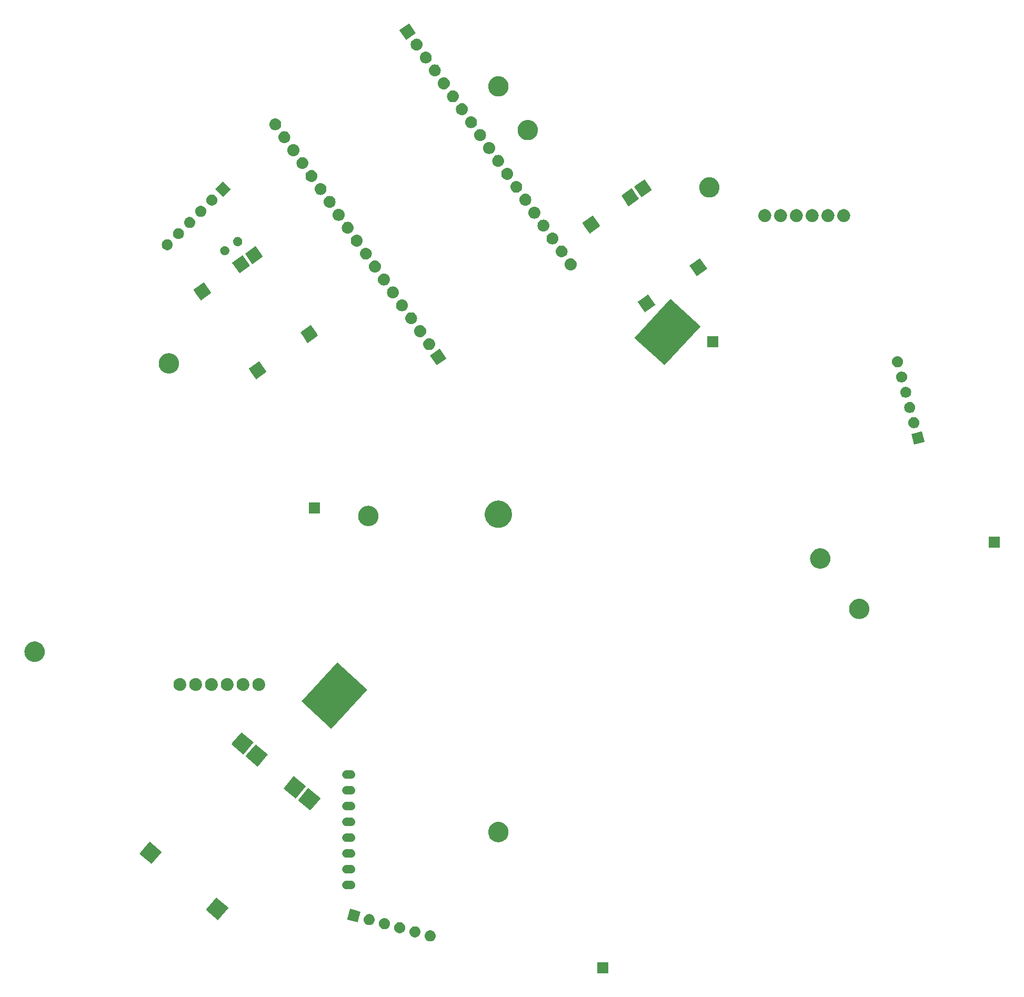
<source format=gbr>
%TF.GenerationSoftware,KiCad,Pcbnew,7.0.9-rc1*%
%TF.CreationDate,2023-11-11T13:07:52+02:00*%
%TF.ProjectId,projectA,70726f6a-6563-4744-912e-6b696361645f,rev?*%
%TF.SameCoordinates,PX5e5c173PY6474d3b*%
%TF.FileFunction,Soldermask,Bot*%
%TF.FilePolarity,Negative*%
%FSLAX46Y46*%
G04 Gerber Fmt 4.6, Leading zero omitted, Abs format (unit mm)*
G04 Created by KiCad (PCBNEW 7.0.9-rc1) date 2023-11-11 13:07:52*
%MOMM*%
%LPD*%
G01*
G04 APERTURE LIST*
G04 APERTURE END LIST*
G36*
X17661195Y-72108770D02*
G01*
X17673523Y-72117007D01*
X17681760Y-72129335D01*
X17684653Y-72143877D01*
X17684653Y-73843877D01*
X17681760Y-73858419D01*
X17673523Y-73870747D01*
X17661195Y-73878984D01*
X17646653Y-73881877D01*
X15946653Y-73881877D01*
X15932111Y-73878984D01*
X15919783Y-73870747D01*
X15911546Y-73858419D01*
X15908653Y-73843877D01*
X15908653Y-72143877D01*
X15911546Y-72129335D01*
X15919783Y-72117007D01*
X15932111Y-72108770D01*
X15946653Y-72105877D01*
X17646653Y-72105877D01*
X17661195Y-72108770D01*
G37*
G36*
X-10695008Y-67026667D02*
G01*
X-10525415Y-67102174D01*
X-10375227Y-67211292D01*
X-10251008Y-67349252D01*
X-10158187Y-67510023D01*
X-10100820Y-67686579D01*
X-10081415Y-67871205D01*
X-10100820Y-68055831D01*
X-10158187Y-68232387D01*
X-10251008Y-68393158D01*
X-10375227Y-68531118D01*
X-10525415Y-68640236D01*
X-10695008Y-68715743D01*
X-10876594Y-68754340D01*
X-11062236Y-68754340D01*
X-11243822Y-68715743D01*
X-11413415Y-68640236D01*
X-11563603Y-68531118D01*
X-11687822Y-68393158D01*
X-11780643Y-68232387D01*
X-11838010Y-68055831D01*
X-11857415Y-67871205D01*
X-11838010Y-67686579D01*
X-11780643Y-67510023D01*
X-11687822Y-67349252D01*
X-11563603Y-67211292D01*
X-11413415Y-67102174D01*
X-11243822Y-67026667D01*
X-11062236Y-66988070D01*
X-10876594Y-66988070D01*
X-10695008Y-67026667D01*
G37*
G36*
X-13148460Y-66369266D02*
G01*
X-12978867Y-66444773D01*
X-12828679Y-66553891D01*
X-12704460Y-66691851D01*
X-12611639Y-66852622D01*
X-12554272Y-67029178D01*
X-12534867Y-67213804D01*
X-12554272Y-67398430D01*
X-12611639Y-67574986D01*
X-12704460Y-67735757D01*
X-12828679Y-67873717D01*
X-12978867Y-67982835D01*
X-13148460Y-68058342D01*
X-13330046Y-68096939D01*
X-13515688Y-68096939D01*
X-13697274Y-68058342D01*
X-13866867Y-67982835D01*
X-14017055Y-67873717D01*
X-14141274Y-67735757D01*
X-14234095Y-67574986D01*
X-14291462Y-67398430D01*
X-14310867Y-67213804D01*
X-14291462Y-67029178D01*
X-14234095Y-66852622D01*
X-14141274Y-66691851D01*
X-14017055Y-66553891D01*
X-13866867Y-66444773D01*
X-13697274Y-66369266D01*
X-13515688Y-66330669D01*
X-13330046Y-66330669D01*
X-13148460Y-66369266D01*
G37*
G36*
X-15601912Y-65711866D02*
G01*
X-15432319Y-65787373D01*
X-15282131Y-65896491D01*
X-15157912Y-66034451D01*
X-15065091Y-66195222D01*
X-15007724Y-66371778D01*
X-14988319Y-66556404D01*
X-15007724Y-66741030D01*
X-15065091Y-66917586D01*
X-15157912Y-67078357D01*
X-15282131Y-67216317D01*
X-15432319Y-67325435D01*
X-15601912Y-67400942D01*
X-15783498Y-67439539D01*
X-15969140Y-67439539D01*
X-16150726Y-67400942D01*
X-16320319Y-67325435D01*
X-16470507Y-67216317D01*
X-16594726Y-67078357D01*
X-16687547Y-66917586D01*
X-16744914Y-66741030D01*
X-16764319Y-66556404D01*
X-16744914Y-66371778D01*
X-16687547Y-66195222D01*
X-16594726Y-66034451D01*
X-16470507Y-65896491D01*
X-16320319Y-65787373D01*
X-16150726Y-65711866D01*
X-15969140Y-65673269D01*
X-15783498Y-65673269D01*
X-15601912Y-65711866D01*
G37*
G36*
X-18055363Y-65054466D02*
G01*
X-17885770Y-65129973D01*
X-17735582Y-65239091D01*
X-17611363Y-65377051D01*
X-17518542Y-65537822D01*
X-17461175Y-65714378D01*
X-17441770Y-65899004D01*
X-17461175Y-66083630D01*
X-17518542Y-66260186D01*
X-17611363Y-66420957D01*
X-17735582Y-66558917D01*
X-17885770Y-66668035D01*
X-18055363Y-66743542D01*
X-18236949Y-66782139D01*
X-18422591Y-66782139D01*
X-18604177Y-66743542D01*
X-18773770Y-66668035D01*
X-18923958Y-66558917D01*
X-19048177Y-66420957D01*
X-19140998Y-66260186D01*
X-19198365Y-66083630D01*
X-19217770Y-65899004D01*
X-19198365Y-65714378D01*
X-19140998Y-65537822D01*
X-19048177Y-65377051D01*
X-18923958Y-65239091D01*
X-18773770Y-65129973D01*
X-18604177Y-65054466D01*
X-18422591Y-65015869D01*
X-18236949Y-65015869D01*
X-18055363Y-65054466D01*
G37*
G36*
X-20508815Y-64397065D02*
G01*
X-20339222Y-64472572D01*
X-20189034Y-64581690D01*
X-20064815Y-64719650D01*
X-19971994Y-64880421D01*
X-19914627Y-65056977D01*
X-19895222Y-65241603D01*
X-19914627Y-65426229D01*
X-19971994Y-65602785D01*
X-20064815Y-65763556D01*
X-20189034Y-65901516D01*
X-20339222Y-66010634D01*
X-20508815Y-66086141D01*
X-20690401Y-66124738D01*
X-20876043Y-66124738D01*
X-21057629Y-66086141D01*
X-21227222Y-66010634D01*
X-21377410Y-65901516D01*
X-21501629Y-65763556D01*
X-21594450Y-65602785D01*
X-21651817Y-65426229D01*
X-21671222Y-65241603D01*
X-21651817Y-65056977D01*
X-21594450Y-64880421D01*
X-21501629Y-64719650D01*
X-21377410Y-64581690D01*
X-21227222Y-64472572D01*
X-21057629Y-64397065D01*
X-20876043Y-64358468D01*
X-20690401Y-64358468D01*
X-20508815Y-64397065D01*
G37*
G36*
X-23827879Y-63506465D02*
G01*
X-23823121Y-63507739D01*
X-23823120Y-63507740D01*
X-23271497Y-63655547D01*
X-22185805Y-63946457D01*
X-22172507Y-63953015D01*
X-22162731Y-63964162D01*
X-22157965Y-63978202D01*
X-22158935Y-63992997D01*
X-22598927Y-65635071D01*
X-22605485Y-65648369D01*
X-22616632Y-65658145D01*
X-22630672Y-65662911D01*
X-22645467Y-65661941D01*
X-24287541Y-65221949D01*
X-24300839Y-65215391D01*
X-24310615Y-65204244D01*
X-24315381Y-65190204D01*
X-24314411Y-65175409D01*
X-24302236Y-65129973D01*
X-23875694Y-63538093D01*
X-23875694Y-63538092D01*
X-23874419Y-63533335D01*
X-23867861Y-63520037D01*
X-23856714Y-63510261D01*
X-23842674Y-63505495D01*
X-23827879Y-63506465D01*
G37*
G36*
X-45375738Y-61715621D02*
G01*
X-45362738Y-61722752D01*
X-43447627Y-63329721D01*
X-43438347Y-63341285D01*
X-43434198Y-63355519D01*
X-43435812Y-63370257D01*
X-43442943Y-63383257D01*
X-45049912Y-65298368D01*
X-45061476Y-65307648D01*
X-45075710Y-65311797D01*
X-45090448Y-65310183D01*
X-45103448Y-65303052D01*
X-47018559Y-63696083D01*
X-47027839Y-63684519D01*
X-47031988Y-63670285D01*
X-47030374Y-63655547D01*
X-47023243Y-63642547D01*
X-46920445Y-63520037D01*
X-45419441Y-61731209D01*
X-45419438Y-61731206D01*
X-45416274Y-61727436D01*
X-45404710Y-61718156D01*
X-45390476Y-61714007D01*
X-45375738Y-61715621D01*
G37*
G36*
X-23732072Y-58985114D02*
G01*
X-23655006Y-58989602D01*
X-23612876Y-58999587D01*
X-23568757Y-59004944D01*
X-23532908Y-59018539D01*
X-23498215Y-59026762D01*
X-23458088Y-59046915D01*
X-23413676Y-59063758D01*
X-23384631Y-59083807D01*
X-23355532Y-59098421D01*
X-23318771Y-59129267D01*
X-23277178Y-59157977D01*
X-23255807Y-59182099D01*
X-23233218Y-59201054D01*
X-23202713Y-59242030D01*
X-23167193Y-59282123D01*
X-23153641Y-59307945D01*
X-23137876Y-59329121D01*
X-23116416Y-59378873D01*
X-23090115Y-59428984D01*
X-23083870Y-59454321D01*
X-23074635Y-59475730D01*
X-23064687Y-59532148D01*
X-23050422Y-59590023D01*
X-23050422Y-59613049D01*
X-23046910Y-59632967D01*
X-23050422Y-59693268D01*
X-23050422Y-59755881D01*
X-23055197Y-59775252D01*
X-23056193Y-59792358D01*
X-23074416Y-59853226D01*
X-23090115Y-59916920D01*
X-23097959Y-59931864D01*
X-23101987Y-59945321D01*
X-23135343Y-60003093D01*
X-23167193Y-60063781D01*
X-23176343Y-60074108D01*
X-23181819Y-60083594D01*
X-23229828Y-60134480D01*
X-23277178Y-60187927D01*
X-23285993Y-60194011D01*
X-23291385Y-60199727D01*
X-23352628Y-60240007D01*
X-23413676Y-60282146D01*
X-23420813Y-60284852D01*
X-23424786Y-60287466D01*
X-23497221Y-60313830D01*
X-23568757Y-60340960D01*
X-23573263Y-60341507D01*
X-23574823Y-60342075D01*
X-23658301Y-60351832D01*
X-23733406Y-60360952D01*
X-23736319Y-60360952D01*
X-24431958Y-60360952D01*
X-24433406Y-60360952D01*
X-24434742Y-60360789D01*
X-24511807Y-60356301D01*
X-24553930Y-60346317D01*
X-24598055Y-60340960D01*
X-24633910Y-60327362D01*
X-24668598Y-60319141D01*
X-24708721Y-60298990D01*
X-24753136Y-60282146D01*
X-24782185Y-60262094D01*
X-24811281Y-60247482D01*
X-24848041Y-60216637D01*
X-24889634Y-60187927D01*
X-24911006Y-60163803D01*
X-24933595Y-60144849D01*
X-24964102Y-60103871D01*
X-24999619Y-60063781D01*
X-25013172Y-60037959D01*
X-25028937Y-60016782D01*
X-25050401Y-59967024D01*
X-25076697Y-59916920D01*
X-25082942Y-59891585D01*
X-25092178Y-59870173D01*
X-25102128Y-59813743D01*
X-25116390Y-59755881D01*
X-25116390Y-59732859D01*
X-25119903Y-59712936D01*
X-25116390Y-59652617D01*
X-25116390Y-59590023D01*
X-25111617Y-59570656D01*
X-25110620Y-59553545D01*
X-25092391Y-59492652D01*
X-25076697Y-59428984D01*
X-25068857Y-59414045D01*
X-25064826Y-59400582D01*
X-25031455Y-59342780D01*
X-24999619Y-59282123D01*
X-24990474Y-59271800D01*
X-24984994Y-59262309D01*
X-24936955Y-59211389D01*
X-24889634Y-59157977D01*
X-24880826Y-59151896D01*
X-24875428Y-59146176D01*
X-24814134Y-59105861D01*
X-24753136Y-59063758D01*
X-24746006Y-59061053D01*
X-24742027Y-59058437D01*
X-24669503Y-59032040D01*
X-24598055Y-59004944D01*
X-24593555Y-59004397D01*
X-24591990Y-59003828D01*
X-24508393Y-58994056D01*
X-24433406Y-58984952D01*
X-23733406Y-58984952D01*
X-23732072Y-58985114D01*
G37*
G36*
X-23732072Y-56445114D02*
G01*
X-23655006Y-56449602D01*
X-23612876Y-56459587D01*
X-23568757Y-56464944D01*
X-23532908Y-56478539D01*
X-23498215Y-56486762D01*
X-23458088Y-56506915D01*
X-23413676Y-56523758D01*
X-23384631Y-56543807D01*
X-23355532Y-56558421D01*
X-23318771Y-56589267D01*
X-23277178Y-56617977D01*
X-23255807Y-56642099D01*
X-23233218Y-56661054D01*
X-23202713Y-56702030D01*
X-23167193Y-56742123D01*
X-23153641Y-56767945D01*
X-23137876Y-56789121D01*
X-23116416Y-56838873D01*
X-23090115Y-56888984D01*
X-23083870Y-56914321D01*
X-23074635Y-56935730D01*
X-23064687Y-56992148D01*
X-23050422Y-57050023D01*
X-23050422Y-57073049D01*
X-23046910Y-57092967D01*
X-23050422Y-57153268D01*
X-23050422Y-57215881D01*
X-23055197Y-57235252D01*
X-23056193Y-57252358D01*
X-23074416Y-57313226D01*
X-23090115Y-57376920D01*
X-23097959Y-57391864D01*
X-23101987Y-57405321D01*
X-23135343Y-57463093D01*
X-23167193Y-57523781D01*
X-23176343Y-57534108D01*
X-23181819Y-57543594D01*
X-23229828Y-57594480D01*
X-23277178Y-57647927D01*
X-23285993Y-57654011D01*
X-23291385Y-57659727D01*
X-23352628Y-57700007D01*
X-23413676Y-57742146D01*
X-23420813Y-57744852D01*
X-23424786Y-57747466D01*
X-23497221Y-57773830D01*
X-23568757Y-57800960D01*
X-23573263Y-57801507D01*
X-23574823Y-57802075D01*
X-23658301Y-57811832D01*
X-23733406Y-57820952D01*
X-23736319Y-57820952D01*
X-24431958Y-57820952D01*
X-24433406Y-57820952D01*
X-24434742Y-57820789D01*
X-24511807Y-57816301D01*
X-24553930Y-57806317D01*
X-24598055Y-57800960D01*
X-24633910Y-57787362D01*
X-24668598Y-57779141D01*
X-24708721Y-57758990D01*
X-24753136Y-57742146D01*
X-24782185Y-57722094D01*
X-24811281Y-57707482D01*
X-24848041Y-57676637D01*
X-24889634Y-57647927D01*
X-24911006Y-57623803D01*
X-24933595Y-57604849D01*
X-24964102Y-57563871D01*
X-24999619Y-57523781D01*
X-25013172Y-57497959D01*
X-25028937Y-57476782D01*
X-25050401Y-57427024D01*
X-25076697Y-57376920D01*
X-25082942Y-57351585D01*
X-25092178Y-57330173D01*
X-25102128Y-57273743D01*
X-25116390Y-57215881D01*
X-25116390Y-57192859D01*
X-25119903Y-57172936D01*
X-25116390Y-57112617D01*
X-25116390Y-57050023D01*
X-25111617Y-57030656D01*
X-25110620Y-57013545D01*
X-25092391Y-56952652D01*
X-25076697Y-56888984D01*
X-25068857Y-56874045D01*
X-25064826Y-56860582D01*
X-25031455Y-56802780D01*
X-24999619Y-56742123D01*
X-24990474Y-56731800D01*
X-24984994Y-56722309D01*
X-24936955Y-56671389D01*
X-24889634Y-56617977D01*
X-24880826Y-56611896D01*
X-24875428Y-56606176D01*
X-24814134Y-56565861D01*
X-24753136Y-56523758D01*
X-24746006Y-56521053D01*
X-24742027Y-56518437D01*
X-24669503Y-56492040D01*
X-24598055Y-56464944D01*
X-24593555Y-56464397D01*
X-24591990Y-56463828D01*
X-24508393Y-56454056D01*
X-24433406Y-56444952D01*
X-23733406Y-56444952D01*
X-23732072Y-56445114D01*
G37*
G36*
X-56100360Y-52716595D02*
G01*
X-56087360Y-52723726D01*
X-54679630Y-53904952D01*
X-54349089Y-54182309D01*
X-54172249Y-54330695D01*
X-54162969Y-54342259D01*
X-54158820Y-54356493D01*
X-54160434Y-54371231D01*
X-54167565Y-54384231D01*
X-55774534Y-56299342D01*
X-55786098Y-56308622D01*
X-55800332Y-56312771D01*
X-55815070Y-56311157D01*
X-55828070Y-56304026D01*
X-57743181Y-54697057D01*
X-57752461Y-54685493D01*
X-57756610Y-54671259D01*
X-57754996Y-54656521D01*
X-57747865Y-54643521D01*
X-57519140Y-54370937D01*
X-56144063Y-52732183D01*
X-56144060Y-52732180D01*
X-56140896Y-52728410D01*
X-56129332Y-52719130D01*
X-56115098Y-52714981D01*
X-56100360Y-52716595D01*
G37*
G36*
X-23732072Y-53905114D02*
G01*
X-23655006Y-53909602D01*
X-23612876Y-53919587D01*
X-23568757Y-53924944D01*
X-23532908Y-53938539D01*
X-23498215Y-53946762D01*
X-23458088Y-53966915D01*
X-23413676Y-53983758D01*
X-23384631Y-54003807D01*
X-23355532Y-54018421D01*
X-23318771Y-54049267D01*
X-23277178Y-54077977D01*
X-23255807Y-54102099D01*
X-23233218Y-54121054D01*
X-23202713Y-54162030D01*
X-23167193Y-54202123D01*
X-23153641Y-54227945D01*
X-23137876Y-54249121D01*
X-23116416Y-54298873D01*
X-23090115Y-54348984D01*
X-23083870Y-54374321D01*
X-23074635Y-54395730D01*
X-23064687Y-54452148D01*
X-23050422Y-54510023D01*
X-23050422Y-54533049D01*
X-23046910Y-54552967D01*
X-23050422Y-54613268D01*
X-23050422Y-54675881D01*
X-23055197Y-54695252D01*
X-23056193Y-54712358D01*
X-23074416Y-54773226D01*
X-23090115Y-54836920D01*
X-23097959Y-54851864D01*
X-23101987Y-54865321D01*
X-23135343Y-54923093D01*
X-23167193Y-54983781D01*
X-23176343Y-54994108D01*
X-23181819Y-55003594D01*
X-23229828Y-55054480D01*
X-23277178Y-55107927D01*
X-23285993Y-55114011D01*
X-23291385Y-55119727D01*
X-23352628Y-55160007D01*
X-23413676Y-55202146D01*
X-23420813Y-55204852D01*
X-23424786Y-55207466D01*
X-23497221Y-55233830D01*
X-23568757Y-55260960D01*
X-23573263Y-55261507D01*
X-23574823Y-55262075D01*
X-23658301Y-55271832D01*
X-23733406Y-55280952D01*
X-23736319Y-55280952D01*
X-24431958Y-55280952D01*
X-24433406Y-55280952D01*
X-24434742Y-55280789D01*
X-24511807Y-55276301D01*
X-24553930Y-55266317D01*
X-24598055Y-55260960D01*
X-24633910Y-55247362D01*
X-24668598Y-55239141D01*
X-24708721Y-55218990D01*
X-24753136Y-55202146D01*
X-24782185Y-55182094D01*
X-24811281Y-55167482D01*
X-24848041Y-55136637D01*
X-24889634Y-55107927D01*
X-24911006Y-55083803D01*
X-24933595Y-55064849D01*
X-24964102Y-55023871D01*
X-24999619Y-54983781D01*
X-25013172Y-54957959D01*
X-25028937Y-54936782D01*
X-25050401Y-54887024D01*
X-25076697Y-54836920D01*
X-25082942Y-54811585D01*
X-25092178Y-54790173D01*
X-25102128Y-54733743D01*
X-25116390Y-54675881D01*
X-25116390Y-54652859D01*
X-25119903Y-54632936D01*
X-25116390Y-54572617D01*
X-25116390Y-54510023D01*
X-25111617Y-54490656D01*
X-25110620Y-54473545D01*
X-25092391Y-54412652D01*
X-25076697Y-54348984D01*
X-25068857Y-54334045D01*
X-25064826Y-54320582D01*
X-25031455Y-54262780D01*
X-24999619Y-54202123D01*
X-24990474Y-54191800D01*
X-24984994Y-54182309D01*
X-24936955Y-54131389D01*
X-24889634Y-54077977D01*
X-24880826Y-54071896D01*
X-24875428Y-54066176D01*
X-24814134Y-54025861D01*
X-24753136Y-53983758D01*
X-24746006Y-53981053D01*
X-24742027Y-53978437D01*
X-24669503Y-53952040D01*
X-24598055Y-53924944D01*
X-24593555Y-53924397D01*
X-24591990Y-53923828D01*
X-24508393Y-53914056D01*
X-24433406Y-53904952D01*
X-23733406Y-53904952D01*
X-23732072Y-53905114D01*
G37*
G36*
X59975Y-49516719D02*
G01*
X122394Y-49516719D01*
X190598Y-49526999D01*
X256240Y-49532165D01*
X309150Y-49544867D01*
X364459Y-49553204D01*
X436734Y-49575498D01*
X506170Y-49592168D01*
X551064Y-49610764D01*
X598374Y-49625357D01*
X672654Y-49661128D01*
X743636Y-49690530D01*
X780069Y-49712856D01*
X818935Y-49731573D01*
X892862Y-49781976D01*
X962792Y-49824829D01*
X990794Y-49848745D01*
X1021186Y-49869466D01*
X1092152Y-49935313D01*
X1158241Y-49991758D01*
X1178308Y-50015254D01*
X1200635Y-50035970D01*
X1265909Y-50117822D01*
X1325170Y-50187207D01*
X1338203Y-50208475D01*
X1353264Y-50227361D01*
X1410064Y-50325742D01*
X1459469Y-50406363D01*
X1466725Y-50423881D01*
X1475659Y-50439355D01*
X1521213Y-50555426D01*
X1557831Y-50643829D01*
X1560859Y-50656444D01*
X1565095Y-50667236D01*
X1596800Y-50806150D01*
X1617834Y-50893759D01*
X1618379Y-50900694D01*
X1619565Y-50905887D01*
X1635047Y-51112485D01*
X1638000Y-51149999D01*
X1635047Y-51187515D01*
X1619565Y-51394110D01*
X1618379Y-51399302D01*
X1617834Y-51406239D01*
X1596796Y-51493866D01*
X1565095Y-51632761D01*
X1560860Y-51643550D01*
X1557831Y-51656169D01*
X1521205Y-51744589D01*
X1475659Y-51860642D01*
X1466727Y-51876112D01*
X1459469Y-51893635D01*
X1410054Y-51974271D01*
X1353264Y-52072636D01*
X1338206Y-52091518D01*
X1325170Y-52112791D01*
X1265897Y-52182189D01*
X1200635Y-52264027D01*
X1178312Y-52284739D01*
X1158241Y-52308240D01*
X1092139Y-52364696D01*
X1021186Y-52430531D01*
X990800Y-52451247D01*
X962792Y-52475169D01*
X892848Y-52518030D01*
X818935Y-52568424D01*
X780076Y-52587136D01*
X743636Y-52609468D01*
X672639Y-52638875D01*
X598374Y-52674640D01*
X551074Y-52689230D01*
X506170Y-52707830D01*
X436719Y-52724503D01*
X364459Y-52746793D01*
X309158Y-52755128D01*
X256240Y-52767833D01*
X190594Y-52772999D01*
X122394Y-52783279D01*
X59975Y-52783279D01*
X0Y-52787999D01*
X-59975Y-52783279D01*
X-122394Y-52783279D01*
X-190595Y-52772999D01*
X-256240Y-52767833D01*
X-309158Y-52755128D01*
X-364460Y-52746793D01*
X-436725Y-52724502D01*
X-506170Y-52707830D01*
X-551072Y-52689231D01*
X-598375Y-52674640D01*
X-672645Y-52638873D01*
X-743636Y-52609468D01*
X-780077Y-52587137D01*
X-818935Y-52568424D01*
X-892852Y-52518028D01*
X-962792Y-52475169D01*
X-990797Y-52451250D01*
X-1021187Y-52430531D01*
X-1092152Y-52364685D01*
X-1158241Y-52308240D01*
X-1178309Y-52284743D01*
X-1200636Y-52264027D01*
X-1265913Y-52182172D01*
X-1325170Y-52112791D01*
X-1338203Y-52091523D01*
X-1353265Y-52072636D01*
X-1410072Y-51974243D01*
X-1459469Y-51893635D01*
X-1466725Y-51876118D01*
X-1475660Y-51860642D01*
X-1521225Y-51744543D01*
X-1557831Y-51656169D01*
X-1560859Y-51643557D01*
X-1565096Y-51632761D01*
X-1596817Y-51493782D01*
X-1617834Y-51406239D01*
X-1618380Y-51399308D01*
X-1619566Y-51394110D01*
X-1635069Y-51187249D01*
X-1638000Y-51149999D01*
X-1635069Y-51112751D01*
X-1619566Y-50905887D01*
X-1618380Y-50900687D01*
X-1617834Y-50893759D01*
X-1596822Y-50806234D01*
X-1565096Y-50667236D01*
X-1560859Y-50656438D01*
X-1557831Y-50643829D01*
X-1521233Y-50555472D01*
X-1475660Y-50439355D01*
X-1466724Y-50423875D01*
X-1459469Y-50406363D01*
X-1410082Y-50325770D01*
X-1353265Y-50227361D01*
X-1338201Y-50208470D01*
X-1325170Y-50187207D01*
X-1265925Y-50117839D01*
X-1200636Y-50035970D01*
X-1178305Y-50015249D01*
X-1158241Y-49991758D01*
X-1092166Y-49935323D01*
X-1021187Y-49869466D01*
X-990791Y-49848742D01*
X-962792Y-49824829D01*
X-892867Y-49781978D01*
X-818935Y-49731573D01*
X-780069Y-49712855D01*
X-743636Y-49690530D01*
X-672659Y-49661130D01*
X-598375Y-49625357D01*
X-551062Y-49610762D01*
X-506170Y-49592168D01*
X-436740Y-49575499D01*
X-364460Y-49553204D01*
X-309149Y-49544867D01*
X-256240Y-49532165D01*
X-190599Y-49526999D01*
X-122394Y-49516719D01*
X-59975Y-49516719D01*
X0Y-49511999D01*
X59975Y-49516719D01*
G37*
G36*
X-23732072Y-51365114D02*
G01*
X-23655006Y-51369602D01*
X-23612876Y-51379587D01*
X-23568757Y-51384944D01*
X-23532908Y-51398539D01*
X-23498215Y-51406762D01*
X-23458088Y-51426915D01*
X-23413676Y-51443758D01*
X-23384631Y-51463807D01*
X-23355532Y-51478421D01*
X-23318771Y-51509267D01*
X-23277178Y-51537977D01*
X-23255807Y-51562099D01*
X-23233218Y-51581054D01*
X-23202713Y-51622030D01*
X-23167193Y-51662123D01*
X-23153641Y-51687945D01*
X-23137876Y-51709121D01*
X-23116416Y-51758873D01*
X-23090115Y-51808984D01*
X-23083870Y-51834321D01*
X-23074635Y-51855730D01*
X-23064687Y-51912148D01*
X-23050422Y-51970023D01*
X-23050422Y-51993049D01*
X-23046910Y-52012967D01*
X-23050422Y-52073268D01*
X-23050422Y-52135881D01*
X-23055197Y-52155252D01*
X-23056193Y-52172358D01*
X-23074416Y-52233226D01*
X-23090115Y-52296920D01*
X-23097959Y-52311864D01*
X-23101987Y-52325321D01*
X-23135343Y-52383093D01*
X-23167193Y-52443781D01*
X-23176343Y-52454108D01*
X-23181819Y-52463594D01*
X-23229828Y-52514480D01*
X-23277178Y-52567927D01*
X-23285993Y-52574011D01*
X-23291385Y-52579727D01*
X-23352628Y-52620007D01*
X-23413676Y-52662146D01*
X-23420813Y-52664852D01*
X-23424786Y-52667466D01*
X-23497221Y-52693830D01*
X-23568757Y-52720960D01*
X-23573263Y-52721507D01*
X-23574823Y-52722075D01*
X-23658301Y-52731832D01*
X-23733406Y-52740952D01*
X-23736319Y-52740952D01*
X-24431958Y-52740952D01*
X-24433406Y-52740952D01*
X-24434742Y-52740789D01*
X-24511807Y-52736301D01*
X-24553930Y-52726317D01*
X-24598055Y-52720960D01*
X-24633910Y-52707362D01*
X-24668598Y-52699141D01*
X-24708721Y-52678990D01*
X-24753136Y-52662146D01*
X-24782185Y-52642094D01*
X-24811281Y-52627482D01*
X-24848041Y-52596637D01*
X-24889634Y-52567927D01*
X-24911006Y-52543803D01*
X-24933595Y-52524849D01*
X-24964102Y-52483871D01*
X-24999619Y-52443781D01*
X-25013172Y-52417959D01*
X-25028937Y-52396782D01*
X-25050401Y-52347024D01*
X-25076697Y-52296920D01*
X-25082942Y-52271585D01*
X-25092178Y-52250173D01*
X-25102128Y-52193743D01*
X-25116390Y-52135881D01*
X-25116390Y-52112859D01*
X-25119903Y-52092936D01*
X-25116390Y-52032617D01*
X-25116390Y-51970023D01*
X-25111617Y-51950656D01*
X-25110620Y-51933545D01*
X-25092391Y-51872652D01*
X-25076697Y-51808984D01*
X-25068857Y-51794045D01*
X-25064826Y-51780582D01*
X-25031455Y-51722780D01*
X-24999619Y-51662123D01*
X-24990474Y-51651800D01*
X-24984994Y-51642309D01*
X-24936955Y-51591389D01*
X-24889634Y-51537977D01*
X-24880826Y-51531896D01*
X-24875428Y-51526176D01*
X-24814134Y-51485861D01*
X-24753136Y-51443758D01*
X-24746006Y-51441053D01*
X-24742027Y-51438437D01*
X-24669503Y-51412040D01*
X-24598055Y-51384944D01*
X-24593555Y-51384397D01*
X-24591990Y-51383828D01*
X-24508393Y-51374056D01*
X-24433406Y-51364952D01*
X-23733406Y-51364952D01*
X-23732072Y-51365114D01*
G37*
G36*
X-23732072Y-48825114D02*
G01*
X-23655006Y-48829602D01*
X-23612876Y-48839587D01*
X-23568757Y-48844944D01*
X-23532908Y-48858539D01*
X-23498215Y-48866762D01*
X-23458088Y-48886915D01*
X-23413676Y-48903758D01*
X-23384631Y-48923807D01*
X-23355532Y-48938421D01*
X-23318771Y-48969267D01*
X-23277178Y-48997977D01*
X-23255807Y-49022099D01*
X-23233218Y-49041054D01*
X-23202713Y-49082030D01*
X-23167193Y-49122123D01*
X-23153641Y-49147945D01*
X-23137876Y-49169121D01*
X-23116416Y-49218873D01*
X-23090115Y-49268984D01*
X-23083870Y-49294321D01*
X-23074635Y-49315730D01*
X-23064687Y-49372148D01*
X-23050422Y-49430023D01*
X-23050422Y-49453049D01*
X-23046910Y-49472967D01*
X-23050422Y-49533268D01*
X-23050422Y-49595881D01*
X-23055197Y-49615252D01*
X-23056193Y-49632358D01*
X-23074416Y-49693226D01*
X-23090115Y-49756920D01*
X-23097959Y-49771864D01*
X-23101987Y-49785321D01*
X-23135343Y-49843093D01*
X-23167193Y-49903781D01*
X-23176343Y-49914108D01*
X-23181819Y-49923594D01*
X-23229828Y-49974480D01*
X-23277178Y-50027927D01*
X-23285993Y-50034011D01*
X-23291385Y-50039727D01*
X-23352628Y-50080007D01*
X-23413676Y-50122146D01*
X-23420813Y-50124852D01*
X-23424786Y-50127466D01*
X-23497221Y-50153830D01*
X-23568757Y-50180960D01*
X-23573263Y-50181507D01*
X-23574823Y-50182075D01*
X-23658301Y-50191832D01*
X-23733406Y-50200952D01*
X-23736319Y-50200952D01*
X-24431958Y-50200952D01*
X-24433406Y-50200952D01*
X-24434742Y-50200789D01*
X-24511807Y-50196301D01*
X-24553930Y-50186317D01*
X-24598055Y-50180960D01*
X-24633910Y-50167362D01*
X-24668598Y-50159141D01*
X-24708721Y-50138990D01*
X-24753136Y-50122146D01*
X-24782185Y-50102094D01*
X-24811281Y-50087482D01*
X-24848041Y-50056637D01*
X-24889634Y-50027927D01*
X-24911006Y-50003803D01*
X-24933595Y-49984849D01*
X-24964102Y-49943871D01*
X-24999619Y-49903781D01*
X-25013172Y-49877959D01*
X-25028937Y-49856782D01*
X-25050401Y-49807024D01*
X-25076697Y-49756920D01*
X-25082942Y-49731585D01*
X-25092178Y-49710173D01*
X-25102128Y-49653743D01*
X-25116390Y-49595881D01*
X-25116390Y-49572859D01*
X-25119903Y-49552936D01*
X-25116390Y-49492617D01*
X-25116390Y-49430023D01*
X-25111617Y-49410656D01*
X-25110620Y-49393545D01*
X-25092391Y-49332652D01*
X-25076697Y-49268984D01*
X-25068857Y-49254045D01*
X-25064826Y-49240582D01*
X-25031455Y-49182780D01*
X-24999619Y-49122123D01*
X-24990474Y-49111800D01*
X-24984994Y-49102309D01*
X-24936955Y-49051389D01*
X-24889634Y-48997977D01*
X-24880826Y-48991896D01*
X-24875428Y-48986176D01*
X-24814134Y-48945861D01*
X-24753136Y-48903758D01*
X-24746006Y-48901053D01*
X-24742027Y-48898437D01*
X-24669503Y-48872040D01*
X-24598055Y-48844944D01*
X-24593555Y-48844397D01*
X-24591990Y-48843828D01*
X-24508393Y-48834056D01*
X-24433406Y-48824952D01*
X-23733406Y-48824952D01*
X-23732072Y-48825114D01*
G37*
G36*
X-30591623Y-44096599D02*
G01*
X-30578623Y-44103730D01*
X-28663512Y-45710699D01*
X-28654232Y-45722263D01*
X-28650083Y-45736497D01*
X-28651697Y-45751235D01*
X-28658828Y-45764235D01*
X-30265797Y-47679346D01*
X-30277361Y-47688626D01*
X-30291595Y-47692775D01*
X-30306333Y-47691161D01*
X-30319333Y-47684030D01*
X-32234444Y-46077061D01*
X-32243724Y-46065497D01*
X-32247873Y-46051263D01*
X-32246259Y-46036525D01*
X-32239128Y-46023525D01*
X-32024722Y-45768006D01*
X-30635326Y-44112187D01*
X-30635323Y-44112184D01*
X-30632159Y-44108414D01*
X-30620595Y-44099134D01*
X-30606361Y-44094985D01*
X-30591623Y-44096599D01*
G37*
G36*
X-23732072Y-46285114D02*
G01*
X-23655006Y-46289602D01*
X-23612876Y-46299587D01*
X-23568757Y-46304944D01*
X-23532908Y-46318539D01*
X-23498215Y-46326762D01*
X-23458088Y-46346915D01*
X-23413676Y-46363758D01*
X-23384631Y-46383807D01*
X-23355532Y-46398421D01*
X-23318771Y-46429267D01*
X-23277178Y-46457977D01*
X-23255807Y-46482099D01*
X-23233218Y-46501054D01*
X-23202713Y-46542030D01*
X-23167193Y-46582123D01*
X-23153641Y-46607945D01*
X-23137876Y-46629121D01*
X-23116416Y-46678873D01*
X-23090115Y-46728984D01*
X-23083870Y-46754321D01*
X-23074635Y-46775730D01*
X-23064687Y-46832148D01*
X-23050422Y-46890023D01*
X-23050422Y-46913049D01*
X-23046910Y-46932967D01*
X-23050422Y-46993268D01*
X-23050422Y-47055881D01*
X-23055197Y-47075252D01*
X-23056193Y-47092358D01*
X-23074416Y-47153226D01*
X-23090115Y-47216920D01*
X-23097959Y-47231864D01*
X-23101987Y-47245321D01*
X-23135343Y-47303093D01*
X-23167193Y-47363781D01*
X-23176343Y-47374108D01*
X-23181819Y-47383594D01*
X-23229828Y-47434480D01*
X-23277178Y-47487927D01*
X-23285993Y-47494011D01*
X-23291385Y-47499727D01*
X-23352628Y-47540007D01*
X-23413676Y-47582146D01*
X-23420813Y-47584852D01*
X-23424786Y-47587466D01*
X-23497221Y-47613830D01*
X-23568757Y-47640960D01*
X-23573263Y-47641507D01*
X-23574823Y-47642075D01*
X-23658301Y-47651832D01*
X-23733406Y-47660952D01*
X-23736319Y-47660952D01*
X-24431958Y-47660952D01*
X-24433406Y-47660952D01*
X-24434742Y-47660789D01*
X-24511807Y-47656301D01*
X-24553930Y-47646317D01*
X-24598055Y-47640960D01*
X-24633910Y-47627362D01*
X-24668598Y-47619141D01*
X-24708721Y-47598990D01*
X-24753136Y-47582146D01*
X-24782185Y-47562094D01*
X-24811281Y-47547482D01*
X-24848041Y-47516637D01*
X-24889634Y-47487927D01*
X-24911006Y-47463803D01*
X-24933595Y-47444849D01*
X-24964102Y-47403871D01*
X-24999619Y-47363781D01*
X-25013172Y-47337959D01*
X-25028937Y-47316782D01*
X-25050401Y-47267024D01*
X-25076697Y-47216920D01*
X-25082942Y-47191585D01*
X-25092178Y-47170173D01*
X-25102128Y-47113743D01*
X-25116390Y-47055881D01*
X-25116390Y-47032859D01*
X-25119903Y-47012936D01*
X-25116390Y-46952617D01*
X-25116390Y-46890023D01*
X-25111617Y-46870656D01*
X-25110620Y-46853545D01*
X-25092391Y-46792652D01*
X-25076697Y-46728984D01*
X-25068857Y-46714045D01*
X-25064826Y-46700582D01*
X-25031455Y-46642780D01*
X-24999619Y-46582123D01*
X-24990474Y-46571800D01*
X-24984994Y-46562309D01*
X-24936955Y-46511389D01*
X-24889634Y-46457977D01*
X-24880826Y-46451896D01*
X-24875428Y-46446176D01*
X-24814134Y-46405861D01*
X-24753136Y-46363758D01*
X-24746006Y-46361053D01*
X-24742027Y-46358437D01*
X-24669503Y-46332040D01*
X-24598055Y-46304944D01*
X-24593555Y-46304397D01*
X-24591990Y-46303828D01*
X-24508393Y-46294056D01*
X-24433406Y-46284952D01*
X-23733406Y-46284952D01*
X-23732072Y-46285114D01*
G37*
G36*
X-32889756Y-42168236D02*
G01*
X-32876756Y-42175367D01*
X-32393399Y-42580952D01*
X-31006198Y-43744952D01*
X-30961645Y-43782336D01*
X-30952365Y-43793900D01*
X-30948216Y-43808134D01*
X-30949830Y-43822872D01*
X-30956961Y-43835872D01*
X-32563930Y-45750983D01*
X-32575494Y-45760263D01*
X-32589728Y-45764412D01*
X-32604466Y-45762798D01*
X-32617466Y-45755667D01*
X-34532577Y-44148698D01*
X-34541857Y-44137134D01*
X-34546006Y-44122900D01*
X-34544392Y-44108162D01*
X-34537261Y-44095162D01*
X-34305061Y-43818437D01*
X-32933459Y-42183824D01*
X-32933456Y-42183821D01*
X-32930292Y-42180051D01*
X-32918728Y-42170771D01*
X-32904494Y-42166622D01*
X-32889756Y-42168236D01*
G37*
G36*
X-23732072Y-43745114D02*
G01*
X-23655006Y-43749602D01*
X-23612876Y-43759587D01*
X-23568757Y-43764944D01*
X-23532908Y-43778539D01*
X-23498215Y-43786762D01*
X-23458088Y-43806915D01*
X-23413676Y-43823758D01*
X-23384631Y-43843807D01*
X-23355532Y-43858421D01*
X-23318771Y-43889267D01*
X-23277178Y-43917977D01*
X-23255807Y-43942099D01*
X-23233218Y-43961054D01*
X-23202713Y-44002030D01*
X-23167193Y-44042123D01*
X-23153641Y-44067945D01*
X-23137876Y-44089121D01*
X-23116416Y-44138873D01*
X-23090115Y-44188984D01*
X-23083870Y-44214321D01*
X-23074635Y-44235730D01*
X-23064687Y-44292148D01*
X-23050422Y-44350023D01*
X-23050422Y-44373049D01*
X-23046910Y-44392967D01*
X-23050422Y-44453268D01*
X-23050422Y-44515881D01*
X-23055197Y-44535252D01*
X-23056193Y-44552358D01*
X-23074416Y-44613226D01*
X-23090115Y-44676920D01*
X-23097959Y-44691864D01*
X-23101987Y-44705321D01*
X-23135343Y-44763093D01*
X-23167193Y-44823781D01*
X-23176343Y-44834108D01*
X-23181819Y-44843594D01*
X-23229828Y-44894480D01*
X-23277178Y-44947927D01*
X-23285993Y-44954011D01*
X-23291385Y-44959727D01*
X-23352628Y-45000007D01*
X-23413676Y-45042146D01*
X-23420813Y-45044852D01*
X-23424786Y-45047466D01*
X-23497221Y-45073830D01*
X-23568757Y-45100960D01*
X-23573263Y-45101507D01*
X-23574823Y-45102075D01*
X-23658301Y-45111832D01*
X-23733406Y-45120952D01*
X-23736319Y-45120952D01*
X-24431958Y-45120952D01*
X-24433406Y-45120952D01*
X-24434742Y-45120789D01*
X-24511807Y-45116301D01*
X-24553930Y-45106317D01*
X-24598055Y-45100960D01*
X-24633910Y-45087362D01*
X-24668598Y-45079141D01*
X-24708721Y-45058990D01*
X-24753136Y-45042146D01*
X-24782185Y-45022094D01*
X-24811281Y-45007482D01*
X-24848041Y-44976637D01*
X-24889634Y-44947927D01*
X-24911006Y-44923803D01*
X-24933595Y-44904849D01*
X-24964102Y-44863871D01*
X-24999619Y-44823781D01*
X-25013172Y-44797959D01*
X-25028937Y-44776782D01*
X-25050401Y-44727024D01*
X-25076697Y-44676920D01*
X-25082942Y-44651585D01*
X-25092178Y-44630173D01*
X-25102128Y-44573743D01*
X-25116390Y-44515881D01*
X-25116390Y-44492859D01*
X-25119903Y-44472936D01*
X-25116390Y-44412617D01*
X-25116390Y-44350023D01*
X-25111617Y-44330656D01*
X-25110620Y-44313545D01*
X-25092391Y-44252652D01*
X-25076697Y-44188984D01*
X-25068857Y-44174045D01*
X-25064826Y-44160582D01*
X-25031455Y-44102780D01*
X-24999619Y-44042123D01*
X-24990474Y-44031800D01*
X-24984994Y-44022309D01*
X-24936955Y-43971389D01*
X-24889634Y-43917977D01*
X-24880826Y-43911896D01*
X-24875428Y-43906176D01*
X-24814134Y-43865861D01*
X-24753136Y-43823758D01*
X-24746006Y-43821053D01*
X-24742027Y-43818437D01*
X-24669503Y-43792040D01*
X-24598055Y-43764944D01*
X-24593555Y-43764397D01*
X-24591990Y-43763828D01*
X-24508393Y-43754056D01*
X-24433406Y-43744952D01*
X-23733406Y-43744952D01*
X-23732072Y-43745114D01*
G37*
G36*
X-23732072Y-41205114D02*
G01*
X-23655006Y-41209602D01*
X-23612876Y-41219587D01*
X-23568757Y-41224944D01*
X-23532908Y-41238539D01*
X-23498215Y-41246762D01*
X-23458088Y-41266915D01*
X-23413676Y-41283758D01*
X-23384631Y-41303807D01*
X-23355532Y-41318421D01*
X-23318771Y-41349267D01*
X-23277178Y-41377977D01*
X-23255807Y-41402099D01*
X-23233218Y-41421054D01*
X-23202713Y-41462030D01*
X-23167193Y-41502123D01*
X-23153641Y-41527945D01*
X-23137876Y-41549121D01*
X-23116416Y-41598873D01*
X-23090115Y-41648984D01*
X-23083870Y-41674321D01*
X-23074635Y-41695730D01*
X-23064687Y-41752148D01*
X-23050422Y-41810023D01*
X-23050422Y-41833049D01*
X-23046910Y-41852967D01*
X-23050422Y-41913268D01*
X-23050422Y-41975881D01*
X-23055197Y-41995252D01*
X-23056193Y-42012358D01*
X-23074416Y-42073226D01*
X-23090115Y-42136920D01*
X-23097959Y-42151864D01*
X-23101987Y-42165321D01*
X-23135343Y-42223093D01*
X-23167193Y-42283781D01*
X-23176343Y-42294108D01*
X-23181819Y-42303594D01*
X-23229828Y-42354480D01*
X-23277178Y-42407927D01*
X-23285993Y-42414011D01*
X-23291385Y-42419727D01*
X-23352628Y-42460007D01*
X-23413676Y-42502146D01*
X-23420813Y-42504852D01*
X-23424786Y-42507466D01*
X-23497221Y-42533830D01*
X-23568757Y-42560960D01*
X-23573263Y-42561507D01*
X-23574823Y-42562075D01*
X-23658301Y-42571832D01*
X-23733406Y-42580952D01*
X-23736319Y-42580952D01*
X-24431958Y-42580952D01*
X-24433406Y-42580952D01*
X-24434742Y-42580789D01*
X-24511807Y-42576301D01*
X-24553930Y-42566317D01*
X-24598055Y-42560960D01*
X-24633910Y-42547362D01*
X-24668598Y-42539141D01*
X-24708721Y-42518990D01*
X-24753136Y-42502146D01*
X-24782185Y-42482094D01*
X-24811281Y-42467482D01*
X-24848041Y-42436637D01*
X-24889634Y-42407927D01*
X-24911006Y-42383803D01*
X-24933595Y-42364849D01*
X-24964102Y-42323871D01*
X-24999619Y-42283781D01*
X-25013172Y-42257959D01*
X-25028937Y-42236782D01*
X-25050401Y-42187024D01*
X-25076697Y-42136920D01*
X-25082942Y-42111585D01*
X-25092178Y-42090173D01*
X-25102128Y-42033743D01*
X-25116390Y-41975881D01*
X-25116390Y-41952859D01*
X-25119903Y-41932936D01*
X-25116390Y-41872617D01*
X-25116390Y-41810023D01*
X-25111617Y-41790656D01*
X-25110620Y-41773545D01*
X-25092391Y-41712652D01*
X-25076697Y-41648984D01*
X-25068857Y-41634045D01*
X-25064826Y-41620582D01*
X-25031455Y-41562780D01*
X-24999619Y-41502123D01*
X-24990474Y-41491800D01*
X-24984994Y-41482309D01*
X-24936955Y-41431389D01*
X-24889634Y-41377977D01*
X-24880826Y-41371896D01*
X-24875428Y-41366176D01*
X-24814134Y-41325861D01*
X-24753136Y-41283758D01*
X-24746006Y-41281053D01*
X-24742027Y-41278437D01*
X-24669503Y-41252040D01*
X-24598055Y-41224944D01*
X-24593555Y-41224397D01*
X-24591990Y-41223828D01*
X-24508393Y-41214056D01*
X-24433406Y-41204952D01*
X-23733406Y-41204952D01*
X-23732072Y-41205114D01*
G37*
G36*
X-39018112Y-37025935D02*
G01*
X-39005112Y-37033066D01*
X-37090001Y-38640035D01*
X-37080721Y-38651599D01*
X-37076572Y-38665833D01*
X-37078186Y-38680571D01*
X-37085317Y-38693571D01*
X-38692286Y-40608682D01*
X-38703850Y-40617962D01*
X-38718084Y-40622111D01*
X-38732822Y-40620497D01*
X-38745822Y-40613366D01*
X-40660933Y-39006397D01*
X-40670213Y-38994833D01*
X-40674362Y-38980599D01*
X-40672748Y-38965861D01*
X-40665617Y-38952861D01*
X-40451211Y-38697342D01*
X-39061815Y-37041523D01*
X-39061812Y-37041520D01*
X-39058648Y-37037750D01*
X-39047084Y-37028470D01*
X-39032850Y-37024321D01*
X-39018112Y-37025935D01*
G37*
G36*
X-41316245Y-35097572D02*
G01*
X-41303245Y-35104703D01*
X-39388134Y-36711672D01*
X-39378854Y-36723236D01*
X-39374705Y-36737470D01*
X-39376319Y-36752208D01*
X-39383450Y-36765208D01*
X-40990419Y-38680319D01*
X-41001983Y-38689599D01*
X-41016217Y-38693748D01*
X-41030955Y-38692134D01*
X-41043955Y-38685003D01*
X-42959066Y-37078034D01*
X-42968346Y-37066470D01*
X-42972495Y-37052236D01*
X-42970881Y-37037498D01*
X-42963750Y-37024498D01*
X-42735025Y-36751914D01*
X-41359948Y-35113160D01*
X-41359945Y-35113157D01*
X-41356781Y-35109387D01*
X-41345217Y-35100107D01*
X-41330983Y-35095958D01*
X-41316245Y-35097572D01*
G37*
G36*
X-25906945Y-23860275D02*
G01*
X-25894269Y-23867966D01*
X-21124085Y-28239035D01*
X-21115318Y-28250992D01*
X-21111793Y-28265394D01*
X-21114049Y-28280048D01*
X-21121741Y-28292724D01*
X-26837234Y-34530090D01*
X-26849191Y-34538857D01*
X-26863593Y-34542381D01*
X-26878247Y-34540125D01*
X-26890923Y-34532434D01*
X-31661107Y-30161365D01*
X-31669874Y-30149408D01*
X-31673399Y-30135006D01*
X-31671143Y-30120352D01*
X-31663451Y-30107676D01*
X-31660125Y-30104046D01*
X-25951285Y-23873940D01*
X-25951283Y-23873938D01*
X-25947958Y-23870310D01*
X-25936001Y-23861543D01*
X-25921599Y-23858019D01*
X-25906945Y-23860275D01*
G37*
G36*
X-51206226Y-26370518D02*
G01*
X-51157594Y-26370518D01*
X-51103436Y-26380642D01*
X-51050843Y-26385822D01*
X-51010888Y-26397942D01*
X-50969345Y-26405708D01*
X-50911807Y-26427998D01*
X-50856122Y-26444890D01*
X-50824308Y-26461895D01*
X-50790764Y-26474890D01*
X-50732480Y-26510978D01*
X-50676665Y-26540812D01*
X-50653214Y-26560058D01*
X-50627943Y-26575705D01*
X-50571956Y-26626744D01*
X-50519370Y-26669900D01*
X-50503786Y-26688889D01*
X-50486414Y-26704726D01*
X-50435978Y-26771514D01*
X-50390282Y-26827195D01*
X-50381447Y-26843725D01*
X-50371005Y-26857552D01*
X-50329460Y-26940985D01*
X-50294360Y-27006652D01*
X-50290618Y-27018990D01*
X-50285640Y-27028986D01*
X-50256238Y-27132323D01*
X-50235292Y-27201373D01*
X-50234604Y-27208359D01*
X-50233232Y-27213181D01*
X-50218979Y-27367007D01*
X-50215347Y-27403877D01*
X-50218979Y-27440749D01*
X-50233232Y-27594572D01*
X-50234604Y-27599393D01*
X-50235292Y-27606381D01*
X-50256243Y-27675445D01*
X-50285640Y-27778767D01*
X-50290617Y-27788760D01*
X-50294360Y-27801102D01*
X-50329467Y-27866782D01*
X-50371005Y-27950201D01*
X-50381445Y-27964024D01*
X-50390282Y-27980559D01*
X-50435988Y-28036251D01*
X-50486414Y-28103027D01*
X-50503783Y-28118860D01*
X-50519370Y-28137854D01*
X-50571967Y-28181018D01*
X-50627943Y-28232048D01*
X-50653209Y-28247691D01*
X-50676665Y-28266942D01*
X-50732491Y-28296781D01*
X-50790764Y-28332863D01*
X-50824301Y-28345854D01*
X-50856122Y-28362864D01*
X-50911819Y-28379759D01*
X-50969345Y-28402045D01*
X-51010882Y-28409809D01*
X-51050843Y-28421932D01*
X-51103439Y-28427112D01*
X-51157594Y-28437236D01*
X-51206226Y-28437236D01*
X-51253347Y-28441877D01*
X-51300468Y-28437236D01*
X-51349100Y-28437236D01*
X-51403257Y-28427112D01*
X-51455851Y-28421932D01*
X-51495812Y-28409810D01*
X-51537350Y-28402045D01*
X-51594880Y-28379758D01*
X-51650572Y-28362864D01*
X-51682392Y-28345856D01*
X-51715931Y-28332863D01*
X-51774211Y-28296777D01*
X-51830029Y-28266942D01*
X-51853483Y-28247694D01*
X-51878752Y-28232048D01*
X-51934738Y-28181010D01*
X-51987324Y-28137854D01*
X-52002909Y-28118864D01*
X-52020281Y-28103027D01*
X-52070720Y-28036236D01*
X-52116412Y-27980559D01*
X-52125248Y-27964029D01*
X-52135690Y-27950201D01*
X-52177242Y-27866754D01*
X-52212334Y-27801102D01*
X-52216077Y-27788765D01*
X-52221055Y-27778767D01*
X-52250468Y-27675392D01*
X-52271402Y-27606381D01*
X-52272090Y-27599398D01*
X-52273463Y-27594572D01*
X-52287733Y-27440578D01*
X-52291347Y-27403877D01*
X-52287733Y-27367178D01*
X-52273463Y-27213181D01*
X-52272090Y-27208353D01*
X-52271402Y-27201373D01*
X-52250473Y-27132376D01*
X-52221055Y-27028986D01*
X-52216076Y-27018985D01*
X-52212334Y-27006652D01*
X-52177250Y-26941012D01*
X-52135690Y-26857552D01*
X-52125246Y-26843721D01*
X-52116412Y-26827195D01*
X-52070729Y-26771529D01*
X-52020281Y-26704726D01*
X-52002906Y-26688885D01*
X-51987324Y-26669900D01*
X-51934749Y-26626752D01*
X-51878752Y-26575705D01*
X-51853478Y-26560055D01*
X-51830029Y-26540812D01*
X-51774223Y-26510982D01*
X-51715931Y-26474890D01*
X-51682385Y-26461894D01*
X-51650572Y-26444890D01*
X-51594892Y-26427999D01*
X-51537350Y-26405708D01*
X-51495805Y-26397941D01*
X-51455851Y-26385822D01*
X-51403260Y-26380642D01*
X-51349100Y-26370518D01*
X-51300468Y-26370518D01*
X-51253347Y-26365877D01*
X-51206226Y-26370518D01*
G37*
G36*
X-48666226Y-26370518D02*
G01*
X-48617594Y-26370518D01*
X-48563436Y-26380642D01*
X-48510843Y-26385822D01*
X-48470888Y-26397942D01*
X-48429345Y-26405708D01*
X-48371807Y-26427998D01*
X-48316122Y-26444890D01*
X-48284308Y-26461895D01*
X-48250764Y-26474890D01*
X-48192480Y-26510978D01*
X-48136665Y-26540812D01*
X-48113214Y-26560058D01*
X-48087943Y-26575705D01*
X-48031956Y-26626744D01*
X-47979370Y-26669900D01*
X-47963786Y-26688889D01*
X-47946414Y-26704726D01*
X-47895978Y-26771514D01*
X-47850282Y-26827195D01*
X-47841447Y-26843725D01*
X-47831005Y-26857552D01*
X-47789460Y-26940985D01*
X-47754360Y-27006652D01*
X-47750618Y-27018990D01*
X-47745640Y-27028986D01*
X-47716238Y-27132323D01*
X-47695292Y-27201373D01*
X-47694604Y-27208359D01*
X-47693232Y-27213181D01*
X-47678979Y-27367007D01*
X-47675347Y-27403877D01*
X-47678979Y-27440749D01*
X-47693232Y-27594572D01*
X-47694604Y-27599393D01*
X-47695292Y-27606381D01*
X-47716243Y-27675445D01*
X-47745640Y-27778767D01*
X-47750617Y-27788760D01*
X-47754360Y-27801102D01*
X-47789467Y-27866782D01*
X-47831005Y-27950201D01*
X-47841445Y-27964024D01*
X-47850282Y-27980559D01*
X-47895988Y-28036251D01*
X-47946414Y-28103027D01*
X-47963783Y-28118860D01*
X-47979370Y-28137854D01*
X-48031967Y-28181018D01*
X-48087943Y-28232048D01*
X-48113209Y-28247691D01*
X-48136665Y-28266942D01*
X-48192491Y-28296781D01*
X-48250764Y-28332863D01*
X-48284301Y-28345854D01*
X-48316122Y-28362864D01*
X-48371819Y-28379759D01*
X-48429345Y-28402045D01*
X-48470882Y-28409809D01*
X-48510843Y-28421932D01*
X-48563439Y-28427112D01*
X-48617594Y-28437236D01*
X-48666226Y-28437236D01*
X-48713347Y-28441877D01*
X-48760468Y-28437236D01*
X-48809100Y-28437236D01*
X-48863257Y-28427112D01*
X-48915851Y-28421932D01*
X-48955812Y-28409810D01*
X-48997350Y-28402045D01*
X-49054880Y-28379758D01*
X-49110572Y-28362864D01*
X-49142392Y-28345856D01*
X-49175931Y-28332863D01*
X-49234211Y-28296777D01*
X-49290029Y-28266942D01*
X-49313483Y-28247694D01*
X-49338752Y-28232048D01*
X-49394738Y-28181010D01*
X-49447324Y-28137854D01*
X-49462909Y-28118864D01*
X-49480281Y-28103027D01*
X-49530720Y-28036236D01*
X-49576412Y-27980559D01*
X-49585248Y-27964029D01*
X-49595690Y-27950201D01*
X-49637242Y-27866754D01*
X-49672334Y-27801102D01*
X-49676077Y-27788765D01*
X-49681055Y-27778767D01*
X-49710468Y-27675392D01*
X-49731402Y-27606381D01*
X-49732090Y-27599398D01*
X-49733463Y-27594572D01*
X-49747733Y-27440578D01*
X-49751347Y-27403877D01*
X-49747733Y-27367178D01*
X-49733463Y-27213181D01*
X-49732090Y-27208353D01*
X-49731402Y-27201373D01*
X-49710473Y-27132376D01*
X-49681055Y-27028986D01*
X-49676076Y-27018985D01*
X-49672334Y-27006652D01*
X-49637250Y-26941012D01*
X-49595690Y-26857552D01*
X-49585246Y-26843721D01*
X-49576412Y-26827195D01*
X-49530729Y-26771529D01*
X-49480281Y-26704726D01*
X-49462906Y-26688885D01*
X-49447324Y-26669900D01*
X-49394749Y-26626752D01*
X-49338752Y-26575705D01*
X-49313478Y-26560055D01*
X-49290029Y-26540812D01*
X-49234223Y-26510982D01*
X-49175931Y-26474890D01*
X-49142385Y-26461894D01*
X-49110572Y-26444890D01*
X-49054892Y-26427999D01*
X-48997350Y-26405708D01*
X-48955805Y-26397941D01*
X-48915851Y-26385822D01*
X-48863260Y-26380642D01*
X-48809100Y-26370518D01*
X-48760468Y-26370518D01*
X-48713347Y-26365877D01*
X-48666226Y-26370518D01*
G37*
G36*
X-46126226Y-26370518D02*
G01*
X-46077594Y-26370518D01*
X-46023436Y-26380642D01*
X-45970843Y-26385822D01*
X-45930888Y-26397942D01*
X-45889345Y-26405708D01*
X-45831807Y-26427998D01*
X-45776122Y-26444890D01*
X-45744308Y-26461895D01*
X-45710764Y-26474890D01*
X-45652480Y-26510978D01*
X-45596665Y-26540812D01*
X-45573214Y-26560058D01*
X-45547943Y-26575705D01*
X-45491956Y-26626744D01*
X-45439370Y-26669900D01*
X-45423786Y-26688889D01*
X-45406414Y-26704726D01*
X-45355978Y-26771514D01*
X-45310282Y-26827195D01*
X-45301447Y-26843725D01*
X-45291005Y-26857552D01*
X-45249460Y-26940985D01*
X-45214360Y-27006652D01*
X-45210618Y-27018990D01*
X-45205640Y-27028986D01*
X-45176238Y-27132323D01*
X-45155292Y-27201373D01*
X-45154604Y-27208359D01*
X-45153232Y-27213181D01*
X-45138979Y-27367007D01*
X-45135347Y-27403877D01*
X-45138979Y-27440749D01*
X-45153232Y-27594572D01*
X-45154604Y-27599393D01*
X-45155292Y-27606381D01*
X-45176243Y-27675445D01*
X-45205640Y-27778767D01*
X-45210617Y-27788760D01*
X-45214360Y-27801102D01*
X-45249467Y-27866782D01*
X-45291005Y-27950201D01*
X-45301445Y-27964024D01*
X-45310282Y-27980559D01*
X-45355988Y-28036251D01*
X-45406414Y-28103027D01*
X-45423783Y-28118860D01*
X-45439370Y-28137854D01*
X-45491967Y-28181018D01*
X-45547943Y-28232048D01*
X-45573209Y-28247691D01*
X-45596665Y-28266942D01*
X-45652491Y-28296781D01*
X-45710764Y-28332863D01*
X-45744301Y-28345854D01*
X-45776122Y-28362864D01*
X-45831819Y-28379759D01*
X-45889345Y-28402045D01*
X-45930882Y-28409809D01*
X-45970843Y-28421932D01*
X-46023439Y-28427112D01*
X-46077594Y-28437236D01*
X-46126226Y-28437236D01*
X-46173347Y-28441877D01*
X-46220468Y-28437236D01*
X-46269100Y-28437236D01*
X-46323257Y-28427112D01*
X-46375851Y-28421932D01*
X-46415812Y-28409810D01*
X-46457350Y-28402045D01*
X-46514880Y-28379758D01*
X-46570572Y-28362864D01*
X-46602392Y-28345856D01*
X-46635931Y-28332863D01*
X-46694211Y-28296777D01*
X-46750029Y-28266942D01*
X-46773483Y-28247694D01*
X-46798752Y-28232048D01*
X-46854738Y-28181010D01*
X-46907324Y-28137854D01*
X-46922909Y-28118864D01*
X-46940281Y-28103027D01*
X-46990720Y-28036236D01*
X-47036412Y-27980559D01*
X-47045248Y-27964029D01*
X-47055690Y-27950201D01*
X-47097242Y-27866754D01*
X-47132334Y-27801102D01*
X-47136077Y-27788765D01*
X-47141055Y-27778767D01*
X-47170468Y-27675392D01*
X-47191402Y-27606381D01*
X-47192090Y-27599398D01*
X-47193463Y-27594572D01*
X-47207733Y-27440578D01*
X-47211347Y-27403877D01*
X-47207733Y-27367178D01*
X-47193463Y-27213181D01*
X-47192090Y-27208353D01*
X-47191402Y-27201373D01*
X-47170473Y-27132376D01*
X-47141055Y-27028986D01*
X-47136076Y-27018985D01*
X-47132334Y-27006652D01*
X-47097250Y-26941012D01*
X-47055690Y-26857552D01*
X-47045246Y-26843721D01*
X-47036412Y-26827195D01*
X-46990729Y-26771529D01*
X-46940281Y-26704726D01*
X-46922906Y-26688885D01*
X-46907324Y-26669900D01*
X-46854749Y-26626752D01*
X-46798752Y-26575705D01*
X-46773478Y-26560055D01*
X-46750029Y-26540812D01*
X-46694223Y-26510982D01*
X-46635931Y-26474890D01*
X-46602385Y-26461894D01*
X-46570572Y-26444890D01*
X-46514892Y-26427999D01*
X-46457350Y-26405708D01*
X-46415805Y-26397941D01*
X-46375851Y-26385822D01*
X-46323260Y-26380642D01*
X-46269100Y-26370518D01*
X-46220468Y-26370518D01*
X-46173347Y-26365877D01*
X-46126226Y-26370518D01*
G37*
G36*
X-43586226Y-26370518D02*
G01*
X-43537594Y-26370518D01*
X-43483436Y-26380642D01*
X-43430843Y-26385822D01*
X-43390888Y-26397942D01*
X-43349345Y-26405708D01*
X-43291807Y-26427998D01*
X-43236122Y-26444890D01*
X-43204308Y-26461895D01*
X-43170764Y-26474890D01*
X-43112480Y-26510978D01*
X-43056665Y-26540812D01*
X-43033214Y-26560058D01*
X-43007943Y-26575705D01*
X-42951956Y-26626744D01*
X-42899370Y-26669900D01*
X-42883786Y-26688889D01*
X-42866414Y-26704726D01*
X-42815978Y-26771514D01*
X-42770282Y-26827195D01*
X-42761447Y-26843725D01*
X-42751005Y-26857552D01*
X-42709460Y-26940985D01*
X-42674360Y-27006652D01*
X-42670618Y-27018990D01*
X-42665640Y-27028986D01*
X-42636238Y-27132323D01*
X-42615292Y-27201373D01*
X-42614604Y-27208359D01*
X-42613232Y-27213181D01*
X-42598979Y-27367007D01*
X-42595347Y-27403877D01*
X-42598979Y-27440749D01*
X-42613232Y-27594572D01*
X-42614604Y-27599393D01*
X-42615292Y-27606381D01*
X-42636243Y-27675445D01*
X-42665640Y-27778767D01*
X-42670617Y-27788760D01*
X-42674360Y-27801102D01*
X-42709467Y-27866782D01*
X-42751005Y-27950201D01*
X-42761445Y-27964024D01*
X-42770282Y-27980559D01*
X-42815988Y-28036251D01*
X-42866414Y-28103027D01*
X-42883783Y-28118860D01*
X-42899370Y-28137854D01*
X-42951967Y-28181018D01*
X-43007943Y-28232048D01*
X-43033209Y-28247691D01*
X-43056665Y-28266942D01*
X-43112491Y-28296781D01*
X-43170764Y-28332863D01*
X-43204301Y-28345854D01*
X-43236122Y-28362864D01*
X-43291819Y-28379759D01*
X-43349345Y-28402045D01*
X-43390882Y-28409809D01*
X-43430843Y-28421932D01*
X-43483439Y-28427112D01*
X-43537594Y-28437236D01*
X-43586226Y-28437236D01*
X-43633347Y-28441877D01*
X-43680468Y-28437236D01*
X-43729100Y-28437236D01*
X-43783257Y-28427112D01*
X-43835851Y-28421932D01*
X-43875812Y-28409810D01*
X-43917350Y-28402045D01*
X-43974880Y-28379758D01*
X-44030572Y-28362864D01*
X-44062392Y-28345856D01*
X-44095931Y-28332863D01*
X-44154211Y-28296777D01*
X-44210029Y-28266942D01*
X-44233483Y-28247694D01*
X-44258752Y-28232048D01*
X-44314738Y-28181010D01*
X-44367324Y-28137854D01*
X-44382909Y-28118864D01*
X-44400281Y-28103027D01*
X-44450720Y-28036236D01*
X-44496412Y-27980559D01*
X-44505248Y-27964029D01*
X-44515690Y-27950201D01*
X-44557242Y-27866754D01*
X-44592334Y-27801102D01*
X-44596077Y-27788765D01*
X-44601055Y-27778767D01*
X-44630468Y-27675392D01*
X-44651402Y-27606381D01*
X-44652090Y-27599398D01*
X-44653463Y-27594572D01*
X-44667733Y-27440578D01*
X-44671347Y-27403877D01*
X-44667733Y-27367178D01*
X-44653463Y-27213181D01*
X-44652090Y-27208353D01*
X-44651402Y-27201373D01*
X-44630473Y-27132376D01*
X-44601055Y-27028986D01*
X-44596076Y-27018985D01*
X-44592334Y-27006652D01*
X-44557250Y-26941012D01*
X-44515690Y-26857552D01*
X-44505246Y-26843721D01*
X-44496412Y-26827195D01*
X-44450729Y-26771529D01*
X-44400281Y-26704726D01*
X-44382906Y-26688885D01*
X-44367324Y-26669900D01*
X-44314749Y-26626752D01*
X-44258752Y-26575705D01*
X-44233478Y-26560055D01*
X-44210029Y-26540812D01*
X-44154223Y-26510982D01*
X-44095931Y-26474890D01*
X-44062385Y-26461894D01*
X-44030572Y-26444890D01*
X-43974892Y-26427999D01*
X-43917350Y-26405708D01*
X-43875805Y-26397941D01*
X-43835851Y-26385822D01*
X-43783260Y-26380642D01*
X-43729100Y-26370518D01*
X-43680468Y-26370518D01*
X-43633347Y-26365877D01*
X-43586226Y-26370518D01*
G37*
G36*
X-41046226Y-26370518D02*
G01*
X-40997594Y-26370518D01*
X-40943436Y-26380642D01*
X-40890843Y-26385822D01*
X-40850888Y-26397942D01*
X-40809345Y-26405708D01*
X-40751807Y-26427998D01*
X-40696122Y-26444890D01*
X-40664308Y-26461895D01*
X-40630764Y-26474890D01*
X-40572480Y-26510978D01*
X-40516665Y-26540812D01*
X-40493214Y-26560058D01*
X-40467943Y-26575705D01*
X-40411956Y-26626744D01*
X-40359370Y-26669900D01*
X-40343786Y-26688889D01*
X-40326414Y-26704726D01*
X-40275978Y-26771514D01*
X-40230282Y-26827195D01*
X-40221447Y-26843725D01*
X-40211005Y-26857552D01*
X-40169460Y-26940985D01*
X-40134360Y-27006652D01*
X-40130618Y-27018990D01*
X-40125640Y-27028986D01*
X-40096238Y-27132323D01*
X-40075292Y-27201373D01*
X-40074604Y-27208359D01*
X-40073232Y-27213181D01*
X-40058979Y-27367007D01*
X-40055347Y-27403877D01*
X-40058979Y-27440749D01*
X-40073232Y-27594572D01*
X-40074604Y-27599393D01*
X-40075292Y-27606381D01*
X-40096243Y-27675445D01*
X-40125640Y-27778767D01*
X-40130617Y-27788760D01*
X-40134360Y-27801102D01*
X-40169467Y-27866782D01*
X-40211005Y-27950201D01*
X-40221445Y-27964024D01*
X-40230282Y-27980559D01*
X-40275988Y-28036251D01*
X-40326414Y-28103027D01*
X-40343783Y-28118860D01*
X-40359370Y-28137854D01*
X-40411967Y-28181018D01*
X-40467943Y-28232048D01*
X-40493209Y-28247691D01*
X-40516665Y-28266942D01*
X-40572491Y-28296781D01*
X-40630764Y-28332863D01*
X-40664301Y-28345854D01*
X-40696122Y-28362864D01*
X-40751819Y-28379759D01*
X-40809345Y-28402045D01*
X-40850882Y-28409809D01*
X-40890843Y-28421932D01*
X-40943439Y-28427112D01*
X-40997594Y-28437236D01*
X-41046226Y-28437236D01*
X-41093347Y-28441877D01*
X-41140468Y-28437236D01*
X-41189100Y-28437236D01*
X-41243257Y-28427112D01*
X-41295851Y-28421932D01*
X-41335812Y-28409810D01*
X-41377350Y-28402045D01*
X-41434880Y-28379758D01*
X-41490572Y-28362864D01*
X-41522392Y-28345856D01*
X-41555931Y-28332863D01*
X-41614211Y-28296777D01*
X-41670029Y-28266942D01*
X-41693483Y-28247694D01*
X-41718752Y-28232048D01*
X-41774738Y-28181010D01*
X-41827324Y-28137854D01*
X-41842909Y-28118864D01*
X-41860281Y-28103027D01*
X-41910720Y-28036236D01*
X-41956412Y-27980559D01*
X-41965248Y-27964029D01*
X-41975690Y-27950201D01*
X-42017242Y-27866754D01*
X-42052334Y-27801102D01*
X-42056077Y-27788765D01*
X-42061055Y-27778767D01*
X-42090468Y-27675392D01*
X-42111402Y-27606381D01*
X-42112090Y-27599398D01*
X-42113463Y-27594572D01*
X-42127733Y-27440578D01*
X-42131347Y-27403877D01*
X-42127733Y-27367178D01*
X-42113463Y-27213181D01*
X-42112090Y-27208353D01*
X-42111402Y-27201373D01*
X-42090473Y-27132376D01*
X-42061055Y-27028986D01*
X-42056076Y-27018985D01*
X-42052334Y-27006652D01*
X-42017250Y-26941012D01*
X-41975690Y-26857552D01*
X-41965246Y-26843721D01*
X-41956412Y-26827195D01*
X-41910729Y-26771529D01*
X-41860281Y-26704726D01*
X-41842906Y-26688885D01*
X-41827324Y-26669900D01*
X-41774749Y-26626752D01*
X-41718752Y-26575705D01*
X-41693478Y-26560055D01*
X-41670029Y-26540812D01*
X-41614223Y-26510982D01*
X-41555931Y-26474890D01*
X-41522385Y-26461894D01*
X-41490572Y-26444890D01*
X-41434892Y-26427999D01*
X-41377350Y-26405708D01*
X-41335805Y-26397941D01*
X-41295851Y-26385822D01*
X-41243260Y-26380642D01*
X-41189100Y-26370518D01*
X-41140468Y-26370518D01*
X-41093347Y-26365877D01*
X-41046226Y-26370518D01*
G37*
G36*
X-38506226Y-26370518D02*
G01*
X-38457594Y-26370518D01*
X-38403436Y-26380642D01*
X-38350843Y-26385822D01*
X-38310888Y-26397942D01*
X-38269345Y-26405708D01*
X-38211807Y-26427998D01*
X-38156122Y-26444890D01*
X-38124308Y-26461895D01*
X-38090764Y-26474890D01*
X-38032480Y-26510978D01*
X-37976665Y-26540812D01*
X-37953214Y-26560058D01*
X-37927943Y-26575705D01*
X-37871956Y-26626744D01*
X-37819370Y-26669900D01*
X-37803786Y-26688889D01*
X-37786414Y-26704726D01*
X-37735978Y-26771514D01*
X-37690282Y-26827195D01*
X-37681447Y-26843725D01*
X-37671005Y-26857552D01*
X-37629460Y-26940985D01*
X-37594360Y-27006652D01*
X-37590618Y-27018990D01*
X-37585640Y-27028986D01*
X-37556238Y-27132323D01*
X-37535292Y-27201373D01*
X-37534604Y-27208359D01*
X-37533232Y-27213181D01*
X-37518979Y-27367007D01*
X-37515347Y-27403877D01*
X-37518979Y-27440749D01*
X-37533232Y-27594572D01*
X-37534604Y-27599393D01*
X-37535292Y-27606381D01*
X-37556243Y-27675445D01*
X-37585640Y-27778767D01*
X-37590617Y-27788760D01*
X-37594360Y-27801102D01*
X-37629467Y-27866782D01*
X-37671005Y-27950201D01*
X-37681445Y-27964024D01*
X-37690282Y-27980559D01*
X-37735988Y-28036251D01*
X-37786414Y-28103027D01*
X-37803783Y-28118860D01*
X-37819370Y-28137854D01*
X-37871967Y-28181018D01*
X-37927943Y-28232048D01*
X-37953209Y-28247691D01*
X-37976665Y-28266942D01*
X-38032491Y-28296781D01*
X-38090764Y-28332863D01*
X-38124301Y-28345854D01*
X-38156122Y-28362864D01*
X-38211819Y-28379759D01*
X-38269345Y-28402045D01*
X-38310882Y-28409809D01*
X-38350843Y-28421932D01*
X-38403439Y-28427112D01*
X-38457594Y-28437236D01*
X-38506226Y-28437236D01*
X-38553347Y-28441877D01*
X-38600468Y-28437236D01*
X-38649100Y-28437236D01*
X-38703257Y-28427112D01*
X-38755851Y-28421932D01*
X-38795812Y-28409810D01*
X-38837350Y-28402045D01*
X-38894880Y-28379758D01*
X-38950572Y-28362864D01*
X-38982392Y-28345856D01*
X-39015931Y-28332863D01*
X-39074211Y-28296777D01*
X-39130029Y-28266942D01*
X-39153483Y-28247694D01*
X-39178752Y-28232048D01*
X-39234738Y-28181010D01*
X-39287324Y-28137854D01*
X-39302909Y-28118864D01*
X-39320281Y-28103027D01*
X-39370720Y-28036236D01*
X-39416412Y-27980559D01*
X-39425248Y-27964029D01*
X-39435690Y-27950201D01*
X-39477242Y-27866754D01*
X-39512334Y-27801102D01*
X-39516077Y-27788765D01*
X-39521055Y-27778767D01*
X-39550468Y-27675392D01*
X-39571402Y-27606381D01*
X-39572090Y-27599398D01*
X-39573463Y-27594572D01*
X-39587733Y-27440578D01*
X-39591347Y-27403877D01*
X-39587733Y-27367178D01*
X-39573463Y-27213181D01*
X-39572090Y-27208353D01*
X-39571402Y-27201373D01*
X-39550473Y-27132376D01*
X-39521055Y-27028986D01*
X-39516076Y-27018985D01*
X-39512334Y-27006652D01*
X-39477250Y-26941012D01*
X-39435690Y-26857552D01*
X-39425246Y-26843721D01*
X-39416412Y-26827195D01*
X-39370729Y-26771529D01*
X-39320281Y-26704726D01*
X-39302906Y-26688885D01*
X-39287324Y-26669900D01*
X-39234749Y-26626752D01*
X-39178752Y-26575705D01*
X-39153478Y-26560055D01*
X-39130029Y-26540812D01*
X-39074223Y-26510982D01*
X-39015931Y-26474890D01*
X-38982385Y-26461894D01*
X-38950572Y-26444890D01*
X-38894892Y-26427999D01*
X-38837350Y-26405708D01*
X-38795805Y-26397941D01*
X-38755851Y-26385822D01*
X-38703260Y-26380642D01*
X-38649100Y-26370518D01*
X-38600468Y-26370518D01*
X-38553347Y-26365877D01*
X-38506226Y-26370518D01*
G37*
G36*
X-74564039Y-20494894D02*
G01*
X-74501620Y-20494894D01*
X-74433416Y-20505174D01*
X-74367774Y-20510340D01*
X-74314864Y-20523042D01*
X-74259555Y-20531379D01*
X-74187280Y-20553673D01*
X-74117844Y-20570343D01*
X-74072950Y-20588939D01*
X-74025640Y-20603532D01*
X-73951360Y-20639303D01*
X-73880378Y-20668705D01*
X-73843945Y-20691031D01*
X-73805079Y-20709748D01*
X-73731152Y-20760151D01*
X-73661222Y-20803004D01*
X-73633220Y-20826920D01*
X-73602828Y-20847641D01*
X-73531862Y-20913488D01*
X-73465773Y-20969933D01*
X-73445706Y-20993429D01*
X-73423379Y-21014145D01*
X-73358105Y-21095997D01*
X-73298844Y-21165382D01*
X-73285811Y-21186650D01*
X-73270750Y-21205536D01*
X-73213950Y-21303917D01*
X-73164545Y-21384538D01*
X-73157289Y-21402056D01*
X-73148355Y-21417530D01*
X-73102801Y-21533601D01*
X-73066183Y-21622004D01*
X-73063155Y-21634619D01*
X-73058919Y-21645411D01*
X-73027214Y-21784325D01*
X-73006180Y-21871934D01*
X-73005635Y-21878869D01*
X-73004449Y-21884062D01*
X-72988967Y-22090660D01*
X-72986014Y-22128174D01*
X-72988967Y-22165690D01*
X-73004449Y-22372285D01*
X-73005635Y-22377477D01*
X-73006180Y-22384414D01*
X-73027218Y-22472041D01*
X-73058919Y-22610936D01*
X-73063154Y-22621725D01*
X-73066183Y-22634344D01*
X-73102809Y-22722764D01*
X-73148355Y-22838817D01*
X-73157287Y-22854287D01*
X-73164545Y-22871810D01*
X-73213960Y-22952446D01*
X-73270750Y-23050811D01*
X-73285808Y-23069693D01*
X-73298844Y-23090966D01*
X-73358117Y-23160364D01*
X-73423379Y-23242202D01*
X-73445702Y-23262914D01*
X-73465773Y-23286415D01*
X-73531875Y-23342871D01*
X-73602828Y-23408706D01*
X-73633214Y-23429422D01*
X-73661222Y-23453344D01*
X-73731166Y-23496205D01*
X-73805079Y-23546599D01*
X-73843938Y-23565311D01*
X-73880378Y-23587643D01*
X-73951375Y-23617050D01*
X-74025640Y-23652815D01*
X-74072940Y-23667405D01*
X-74117844Y-23686005D01*
X-74187295Y-23702678D01*
X-74259555Y-23724968D01*
X-74314856Y-23733303D01*
X-74367774Y-23746008D01*
X-74433420Y-23751174D01*
X-74501620Y-23761454D01*
X-74564039Y-23761454D01*
X-74624014Y-23766174D01*
X-74683989Y-23761454D01*
X-74746408Y-23761454D01*
X-74814609Y-23751174D01*
X-74880254Y-23746008D01*
X-74933172Y-23733303D01*
X-74988474Y-23724968D01*
X-75060739Y-23702677D01*
X-75130184Y-23686005D01*
X-75175086Y-23667406D01*
X-75222389Y-23652815D01*
X-75296659Y-23617048D01*
X-75367650Y-23587643D01*
X-75404091Y-23565312D01*
X-75442949Y-23546599D01*
X-75516866Y-23496203D01*
X-75586806Y-23453344D01*
X-75614811Y-23429425D01*
X-75645201Y-23408706D01*
X-75716166Y-23342860D01*
X-75782255Y-23286415D01*
X-75802323Y-23262918D01*
X-75824650Y-23242202D01*
X-75889927Y-23160347D01*
X-75949184Y-23090966D01*
X-75962217Y-23069698D01*
X-75977279Y-23050811D01*
X-76034086Y-22952418D01*
X-76083483Y-22871810D01*
X-76090739Y-22854293D01*
X-76099674Y-22838817D01*
X-76145239Y-22722718D01*
X-76181845Y-22634344D01*
X-76184873Y-22621732D01*
X-76189110Y-22610936D01*
X-76220831Y-22471957D01*
X-76241848Y-22384414D01*
X-76242394Y-22377483D01*
X-76243580Y-22372285D01*
X-76259083Y-22165424D01*
X-76262014Y-22128174D01*
X-76259083Y-22090926D01*
X-76243580Y-21884062D01*
X-76242394Y-21878862D01*
X-76241848Y-21871934D01*
X-76220836Y-21784409D01*
X-76189110Y-21645411D01*
X-76184873Y-21634613D01*
X-76181845Y-21622004D01*
X-76145247Y-21533647D01*
X-76099674Y-21417530D01*
X-76090738Y-21402050D01*
X-76083483Y-21384538D01*
X-76034096Y-21303945D01*
X-75977279Y-21205536D01*
X-75962215Y-21186645D01*
X-75949184Y-21165382D01*
X-75889939Y-21096014D01*
X-75824650Y-21014145D01*
X-75802319Y-20993424D01*
X-75782255Y-20969933D01*
X-75716180Y-20913498D01*
X-75645201Y-20847641D01*
X-75614805Y-20826917D01*
X-75586806Y-20803004D01*
X-75516881Y-20760153D01*
X-75442949Y-20709748D01*
X-75404083Y-20691030D01*
X-75367650Y-20668705D01*
X-75296673Y-20639305D01*
X-75222389Y-20603532D01*
X-75175076Y-20588937D01*
X-75130184Y-20570343D01*
X-75060754Y-20553674D01*
X-74988474Y-20531379D01*
X-74933163Y-20523042D01*
X-74880254Y-20510340D01*
X-74814613Y-20505174D01*
X-74746408Y-20494894D01*
X-74683989Y-20494894D01*
X-74624014Y-20490174D01*
X-74564039Y-20494894D01*
G37*
G36*
X58125529Y-13603937D02*
G01*
X58187948Y-13603937D01*
X58256152Y-13614217D01*
X58321794Y-13619383D01*
X58374704Y-13632085D01*
X58430013Y-13640422D01*
X58502288Y-13662716D01*
X58571724Y-13679386D01*
X58616618Y-13697982D01*
X58663928Y-13712575D01*
X58738208Y-13748346D01*
X58809190Y-13777748D01*
X58845623Y-13800074D01*
X58884489Y-13818791D01*
X58958416Y-13869194D01*
X59028346Y-13912047D01*
X59056348Y-13935963D01*
X59086740Y-13956684D01*
X59157706Y-14022531D01*
X59223795Y-14078976D01*
X59243862Y-14102472D01*
X59266189Y-14123188D01*
X59331463Y-14205040D01*
X59390724Y-14274425D01*
X59403757Y-14295693D01*
X59418818Y-14314579D01*
X59475618Y-14412960D01*
X59525023Y-14493581D01*
X59532279Y-14511099D01*
X59541213Y-14526573D01*
X59586767Y-14642644D01*
X59623385Y-14731047D01*
X59626413Y-14743662D01*
X59630649Y-14754454D01*
X59662354Y-14893368D01*
X59683388Y-14980977D01*
X59683933Y-14987912D01*
X59685119Y-14993105D01*
X59700601Y-15199703D01*
X59703554Y-15237217D01*
X59700601Y-15274733D01*
X59685119Y-15481328D01*
X59683933Y-15486520D01*
X59683388Y-15493457D01*
X59662350Y-15581084D01*
X59630649Y-15719979D01*
X59626414Y-15730768D01*
X59623385Y-15743387D01*
X59586759Y-15831807D01*
X59541213Y-15947860D01*
X59532281Y-15963330D01*
X59525023Y-15980853D01*
X59475608Y-16061489D01*
X59418818Y-16159854D01*
X59403760Y-16178736D01*
X59390724Y-16200009D01*
X59331451Y-16269407D01*
X59266189Y-16351245D01*
X59243866Y-16371957D01*
X59223795Y-16395458D01*
X59157693Y-16451914D01*
X59086740Y-16517749D01*
X59056354Y-16538465D01*
X59028346Y-16562387D01*
X58958402Y-16605248D01*
X58884489Y-16655642D01*
X58845630Y-16674354D01*
X58809190Y-16696686D01*
X58738193Y-16726093D01*
X58663928Y-16761858D01*
X58616628Y-16776448D01*
X58571724Y-16795048D01*
X58502273Y-16811721D01*
X58430013Y-16834011D01*
X58374712Y-16842346D01*
X58321794Y-16855051D01*
X58256148Y-16860217D01*
X58187948Y-16870497D01*
X58125529Y-16870497D01*
X58065554Y-16875217D01*
X58005579Y-16870497D01*
X57943160Y-16870497D01*
X57874959Y-16860217D01*
X57809314Y-16855051D01*
X57756396Y-16842346D01*
X57701094Y-16834011D01*
X57628829Y-16811720D01*
X57559384Y-16795048D01*
X57514482Y-16776449D01*
X57467179Y-16761858D01*
X57392909Y-16726091D01*
X57321918Y-16696686D01*
X57285477Y-16674355D01*
X57246619Y-16655642D01*
X57172702Y-16605246D01*
X57102762Y-16562387D01*
X57074757Y-16538468D01*
X57044367Y-16517749D01*
X56973402Y-16451903D01*
X56907313Y-16395458D01*
X56887245Y-16371961D01*
X56864918Y-16351245D01*
X56799641Y-16269390D01*
X56740384Y-16200009D01*
X56727351Y-16178741D01*
X56712289Y-16159854D01*
X56655482Y-16061461D01*
X56606085Y-15980853D01*
X56598829Y-15963336D01*
X56589894Y-15947860D01*
X56544329Y-15831761D01*
X56507723Y-15743387D01*
X56504695Y-15730775D01*
X56500458Y-15719979D01*
X56468737Y-15581000D01*
X56447720Y-15493457D01*
X56447174Y-15486526D01*
X56445988Y-15481328D01*
X56430485Y-15274467D01*
X56427554Y-15237217D01*
X56430485Y-15199969D01*
X56445988Y-14993105D01*
X56447174Y-14987905D01*
X56447720Y-14980977D01*
X56468732Y-14893452D01*
X56500458Y-14754454D01*
X56504695Y-14743656D01*
X56507723Y-14731047D01*
X56544321Y-14642690D01*
X56589894Y-14526573D01*
X56598830Y-14511093D01*
X56606085Y-14493581D01*
X56655472Y-14412988D01*
X56712289Y-14314579D01*
X56727353Y-14295688D01*
X56740384Y-14274425D01*
X56799629Y-14205057D01*
X56864918Y-14123188D01*
X56887249Y-14102467D01*
X56907313Y-14078976D01*
X56973388Y-14022541D01*
X57044367Y-13956684D01*
X57074763Y-13935960D01*
X57102762Y-13912047D01*
X57172687Y-13869196D01*
X57246619Y-13818791D01*
X57285485Y-13800073D01*
X57321918Y-13777748D01*
X57392895Y-13748348D01*
X57467179Y-13712575D01*
X57514492Y-13697980D01*
X57559384Y-13679386D01*
X57628814Y-13662717D01*
X57701094Y-13640422D01*
X57756405Y-13632085D01*
X57809314Y-13619383D01*
X57874955Y-13614217D01*
X57943160Y-13603937D01*
X58005579Y-13603937D01*
X58065554Y-13599217D01*
X58125529Y-13603937D01*
G37*
G36*
X51844715Y-5496783D02*
G01*
X51907134Y-5496783D01*
X51975338Y-5507063D01*
X52040980Y-5512229D01*
X52093890Y-5524931D01*
X52149199Y-5533268D01*
X52221474Y-5555562D01*
X52290910Y-5572232D01*
X52335804Y-5590828D01*
X52383114Y-5605421D01*
X52457394Y-5641192D01*
X52528376Y-5670594D01*
X52564809Y-5692920D01*
X52603675Y-5711637D01*
X52677602Y-5762040D01*
X52747532Y-5804893D01*
X52775534Y-5828809D01*
X52805926Y-5849530D01*
X52876892Y-5915377D01*
X52942981Y-5971822D01*
X52963048Y-5995318D01*
X52985375Y-6016034D01*
X53050649Y-6097886D01*
X53109910Y-6167271D01*
X53122943Y-6188539D01*
X53138004Y-6207425D01*
X53194804Y-6305806D01*
X53244209Y-6386427D01*
X53251465Y-6403945D01*
X53260399Y-6419419D01*
X53305953Y-6535490D01*
X53342571Y-6623893D01*
X53345599Y-6636508D01*
X53349835Y-6647300D01*
X53381540Y-6786214D01*
X53402574Y-6873823D01*
X53403119Y-6880758D01*
X53404305Y-6885951D01*
X53419787Y-7092549D01*
X53422740Y-7130063D01*
X53419787Y-7167579D01*
X53404305Y-7374174D01*
X53403119Y-7379366D01*
X53402574Y-7386303D01*
X53381536Y-7473930D01*
X53349835Y-7612825D01*
X53345600Y-7623614D01*
X53342571Y-7636233D01*
X53305945Y-7724653D01*
X53260399Y-7840706D01*
X53251467Y-7856176D01*
X53244209Y-7873699D01*
X53194794Y-7954335D01*
X53138004Y-8052700D01*
X53122946Y-8071582D01*
X53109910Y-8092855D01*
X53050637Y-8162253D01*
X52985375Y-8244091D01*
X52963052Y-8264803D01*
X52942981Y-8288304D01*
X52876879Y-8344760D01*
X52805926Y-8410595D01*
X52775540Y-8431311D01*
X52747532Y-8455233D01*
X52677588Y-8498094D01*
X52603675Y-8548488D01*
X52564816Y-8567200D01*
X52528376Y-8589532D01*
X52457379Y-8618939D01*
X52383114Y-8654704D01*
X52335814Y-8669294D01*
X52290910Y-8687894D01*
X52221459Y-8704567D01*
X52149199Y-8726857D01*
X52093898Y-8735192D01*
X52040980Y-8747897D01*
X51975334Y-8753063D01*
X51907134Y-8763343D01*
X51844715Y-8763343D01*
X51784740Y-8768063D01*
X51724765Y-8763343D01*
X51662346Y-8763343D01*
X51594145Y-8753063D01*
X51528500Y-8747897D01*
X51475582Y-8735192D01*
X51420280Y-8726857D01*
X51348015Y-8704566D01*
X51278570Y-8687894D01*
X51233668Y-8669295D01*
X51186365Y-8654704D01*
X51112095Y-8618937D01*
X51041104Y-8589532D01*
X51004663Y-8567201D01*
X50965805Y-8548488D01*
X50891888Y-8498092D01*
X50821948Y-8455233D01*
X50793943Y-8431314D01*
X50763553Y-8410595D01*
X50692588Y-8344749D01*
X50626499Y-8288304D01*
X50606431Y-8264807D01*
X50584104Y-8244091D01*
X50518827Y-8162236D01*
X50459570Y-8092855D01*
X50446537Y-8071587D01*
X50431475Y-8052700D01*
X50374668Y-7954307D01*
X50325271Y-7873699D01*
X50318015Y-7856182D01*
X50309080Y-7840706D01*
X50263515Y-7724607D01*
X50226909Y-7636233D01*
X50223881Y-7623621D01*
X50219644Y-7612825D01*
X50187923Y-7473846D01*
X50166906Y-7386303D01*
X50166360Y-7379372D01*
X50165174Y-7374174D01*
X50149671Y-7167313D01*
X50146740Y-7130063D01*
X50149671Y-7092815D01*
X50165174Y-6885951D01*
X50166360Y-6880751D01*
X50166906Y-6873823D01*
X50187918Y-6786298D01*
X50219644Y-6647300D01*
X50223881Y-6636502D01*
X50226909Y-6623893D01*
X50263507Y-6535536D01*
X50309080Y-6419419D01*
X50318016Y-6403939D01*
X50325271Y-6386427D01*
X50374658Y-6305834D01*
X50431475Y-6207425D01*
X50446539Y-6188534D01*
X50459570Y-6167271D01*
X50518815Y-6097903D01*
X50584104Y-6016034D01*
X50606435Y-5995313D01*
X50626499Y-5971822D01*
X50692574Y-5915387D01*
X50763553Y-5849530D01*
X50793949Y-5828806D01*
X50821948Y-5804893D01*
X50891873Y-5762042D01*
X50965805Y-5711637D01*
X51004671Y-5692919D01*
X51041104Y-5670594D01*
X51112081Y-5641194D01*
X51186365Y-5605421D01*
X51233678Y-5590826D01*
X51278570Y-5572232D01*
X51348000Y-5555563D01*
X51420280Y-5533268D01*
X51475591Y-5524931D01*
X51528500Y-5512229D01*
X51594141Y-5507063D01*
X51662346Y-5496783D01*
X51724765Y-5496783D01*
X51784740Y-5492063D01*
X51844715Y-5496783D01*
G37*
G36*
X80631195Y-3628770D02*
G01*
X80643523Y-3637007D01*
X80651760Y-3649335D01*
X80654653Y-3663877D01*
X80654653Y-5363877D01*
X80651760Y-5378419D01*
X80643523Y-5390747D01*
X80631195Y-5398984D01*
X80616653Y-5401877D01*
X78916653Y-5401877D01*
X78902111Y-5398984D01*
X78889783Y-5390747D01*
X78881546Y-5378419D01*
X78878653Y-5363877D01*
X78878653Y-3663877D01*
X78881546Y-3649335D01*
X78889783Y-3637007D01*
X78902111Y-3628770D01*
X78916653Y-3625877D01*
X80616653Y-3625877D01*
X80631195Y-3628770D01*
G37*
G36*
X76197Y2182899D02*
G01*
X149314Y2182899D01*
X215959Y2173739D01*
X285579Y2169176D01*
X367018Y2152977D01*
X445162Y2142236D01*
X504265Y2125677D01*
X566262Y2113344D01*
X651272Y2084487D01*
X732717Y2061667D01*
X783579Y2039575D01*
X837272Y2021348D01*
X923962Y1978598D01*
X1006622Y1942693D01*
X1048883Y1916994D01*
X1093946Y1894771D01*
X1180193Y1837143D01*
X1261777Y1787530D01*
X1295486Y1760106D01*
X1331905Y1735771D01*
X1415398Y1662550D01*
X1493426Y1599069D01*
X1518961Y1571727D01*
X1547073Y1547074D01*
X1625398Y1457761D01*
X1697256Y1380820D01*
X1715336Y1355207D01*
X1735770Y1331906D01*
X1806420Y1226171D01*
X1869470Y1136850D01*
X1881101Y1114404D01*
X1894770Y1093946D01*
X1955282Y971239D01*
X2006858Y871702D01*
X2013281Y853629D01*
X2021347Y837273D01*
X2069312Y695972D01*
X2106863Y590315D01*
X2109522Y577520D01*
X2113343Y566263D01*
X2146505Y399545D01*
X2167621Y297933D01*
X2168094Y291013D01*
X2169175Y285580D01*
X2185417Y37750D01*
X2188000Y0D01*
X2185417Y-37752D01*
X2169175Y-285579D01*
X2168094Y-291011D01*
X2167621Y-297933D01*
X2146501Y-399566D01*
X2113343Y-566262D01*
X2109522Y-577516D01*
X2106863Y-590315D01*
X2069305Y-695992D01*
X2021347Y-837272D01*
X2013282Y-853625D01*
X2006858Y-871702D01*
X1955277Y-971247D01*
X1894770Y-1093946D01*
X1881101Y-1114402D01*
X1869470Y-1136850D01*
X1806413Y-1226179D01*
X1735770Y-1331905D01*
X1715339Y-1355200D01*
X1697256Y-1380820D01*
X1625384Y-1457775D01*
X1547073Y-1547073D01*
X1518966Y-1571721D01*
X1493426Y-1599069D01*
X1415382Y-1662562D01*
X1331905Y-1735770D01*
X1295493Y-1760099D01*
X1261777Y-1787530D01*
X1180176Y-1837152D01*
X1093946Y-1894770D01*
X1048892Y-1916988D01*
X1006622Y-1942693D01*
X923945Y-1978604D01*
X837272Y-2021347D01*
X783590Y-2039569D01*
X732717Y-2061667D01*
X651256Y-2084491D01*
X566262Y-2113343D01*
X504277Y-2125672D01*
X445162Y-2142236D01*
X367002Y-2152978D01*
X285579Y-2169175D01*
X215973Y-2173737D01*
X149314Y-2182899D01*
X76182Y-2182899D01*
X0Y-2187892D01*
X-76182Y-2182899D01*
X-149314Y-2182899D01*
X-215973Y-2173737D01*
X-285580Y-2169175D01*
X-367006Y-2152978D01*
X-445162Y-2142236D01*
X-504276Y-2125673D01*
X-566263Y-2113343D01*
X-651262Y-2084489D01*
X-732717Y-2061667D01*
X-783587Y-2039571D01*
X-837273Y-2021347D01*
X-923955Y-1978600D01*
X-1006622Y-1942693D01*
X-1048888Y-1916990D01*
X-1093947Y-1894770D01*
X-1180188Y-1837145D01*
X-1261777Y-1787530D01*
X-1295489Y-1760103D01*
X-1331906Y-1735770D01*
X-1415397Y-1662550D01*
X-1493426Y-1599069D01*
X-1518963Y-1571726D01*
X-1547074Y-1547073D01*
X-1625401Y-1457758D01*
X-1697256Y-1380820D01*
X-1715336Y-1355206D01*
X-1735771Y-1331905D01*
X-1806433Y-1226153D01*
X-1869470Y-1136850D01*
X-1881098Y-1114409D01*
X-1894771Y-1093946D01*
X-1955299Y-971207D01*
X-2006858Y-871702D01*
X-2013280Y-853632D01*
X-2021348Y-837272D01*
X-2069328Y-695930D01*
X-2106863Y-590315D01*
X-2109521Y-577524D01*
X-2113344Y-566262D01*
X-2146525Y-399454D01*
X-2167621Y-297933D01*
X-2168094Y-291018D01*
X-2169176Y-285579D01*
X-2185442Y-37402D01*
X-2188000Y0D01*
X-2185442Y37400D01*
X-2169176Y285580D01*
X-2168094Y291021D01*
X-2167621Y297933D01*
X-2146530Y399433D01*
X-2113344Y566263D01*
X-2109521Y577527D01*
X-2106863Y590315D01*
X-2069335Y695909D01*
X-2021348Y837273D01*
X-2013279Y853637D01*
X-2006858Y871702D01*
X-1955304Y971199D01*
X-1894771Y1093946D01*
X-1881098Y1114410D01*
X-1869470Y1136850D01*
X-1806440Y1226144D01*
X-1735771Y1331906D01*
X-1715333Y1355212D01*
X-1697256Y1380820D01*
X-1625416Y1457743D01*
X-1547074Y1547074D01*
X-1518958Y1571732D01*
X-1493426Y1599069D01*
X-1415413Y1662538D01*
X-1331906Y1735771D01*
X-1295483Y1760109D01*
X-1261777Y1787530D01*
X-1180198Y1837140D01*
X-1093946Y1894771D01*
X-1048883Y1916994D01*
X-1006622Y1942693D01*
X-923969Y1978595D01*
X-837273Y2021348D01*
X-783576Y2039576D01*
X-732717Y2061667D01*
X-651279Y2084485D01*
X-566263Y2113344D01*
X-504263Y2125677D01*
X-445162Y2142236D01*
X-367022Y2152977D01*
X-285580Y2169176D01*
X-215959Y2173740D01*
X-149314Y2182899D01*
X-76197Y2182899D01*
X0Y2187893D01*
X76197Y2182899D01*
G37*
G36*
X-20869422Y1346995D02*
G01*
X-20807003Y1346995D01*
X-20738799Y1336715D01*
X-20673157Y1331549D01*
X-20620247Y1318847D01*
X-20564938Y1310510D01*
X-20492663Y1288216D01*
X-20423227Y1271546D01*
X-20378333Y1252950D01*
X-20331023Y1238357D01*
X-20256743Y1202586D01*
X-20185761Y1173184D01*
X-20149328Y1150858D01*
X-20110462Y1132141D01*
X-20036535Y1081738D01*
X-19966605Y1038885D01*
X-19938603Y1014969D01*
X-19908211Y994248D01*
X-19837245Y928401D01*
X-19771156Y871956D01*
X-19751089Y848460D01*
X-19728762Y827744D01*
X-19663488Y745892D01*
X-19604227Y676507D01*
X-19591194Y655239D01*
X-19576133Y636353D01*
X-19519333Y537972D01*
X-19469928Y457351D01*
X-19462672Y439833D01*
X-19453738Y424359D01*
X-19408184Y308288D01*
X-19371566Y219885D01*
X-19368538Y207270D01*
X-19364302Y196478D01*
X-19332597Y57564D01*
X-19311563Y-30045D01*
X-19311018Y-36980D01*
X-19309832Y-42173D01*
X-19294350Y-248771D01*
X-19291397Y-286285D01*
X-19294350Y-323801D01*
X-19309832Y-530396D01*
X-19311018Y-535588D01*
X-19311563Y-542525D01*
X-19332601Y-630152D01*
X-19364302Y-769047D01*
X-19368537Y-779836D01*
X-19371566Y-792455D01*
X-19408192Y-880875D01*
X-19453738Y-996928D01*
X-19462670Y-1012398D01*
X-19469928Y-1029921D01*
X-19519343Y-1110557D01*
X-19576133Y-1208922D01*
X-19591191Y-1227804D01*
X-19604227Y-1249077D01*
X-19663500Y-1318475D01*
X-19728762Y-1400313D01*
X-19751085Y-1421025D01*
X-19771156Y-1444526D01*
X-19837258Y-1500982D01*
X-19908211Y-1566817D01*
X-19938597Y-1587533D01*
X-19966605Y-1611455D01*
X-20036549Y-1654316D01*
X-20110462Y-1704710D01*
X-20149321Y-1723422D01*
X-20185761Y-1745754D01*
X-20256758Y-1775161D01*
X-20331023Y-1810926D01*
X-20378323Y-1825516D01*
X-20423227Y-1844116D01*
X-20492678Y-1860789D01*
X-20564938Y-1883079D01*
X-20620239Y-1891414D01*
X-20673157Y-1904119D01*
X-20738803Y-1909285D01*
X-20807003Y-1919565D01*
X-20869422Y-1919565D01*
X-20929397Y-1924285D01*
X-20989372Y-1919565D01*
X-21051791Y-1919565D01*
X-21119992Y-1909285D01*
X-21185637Y-1904119D01*
X-21238555Y-1891414D01*
X-21293857Y-1883079D01*
X-21366122Y-1860788D01*
X-21435567Y-1844116D01*
X-21480469Y-1825517D01*
X-21527772Y-1810926D01*
X-21602042Y-1775159D01*
X-21673033Y-1745754D01*
X-21709474Y-1723423D01*
X-21748332Y-1704710D01*
X-21822249Y-1654314D01*
X-21892189Y-1611455D01*
X-21920194Y-1587536D01*
X-21950584Y-1566817D01*
X-22021549Y-1500971D01*
X-22087638Y-1444526D01*
X-22107706Y-1421029D01*
X-22130033Y-1400313D01*
X-22195310Y-1318458D01*
X-22254567Y-1249077D01*
X-22267600Y-1227809D01*
X-22282662Y-1208922D01*
X-22339469Y-1110529D01*
X-22388866Y-1029921D01*
X-22396122Y-1012404D01*
X-22405057Y-996928D01*
X-22450622Y-880829D01*
X-22487228Y-792455D01*
X-22490256Y-779843D01*
X-22494493Y-769047D01*
X-22526214Y-630068D01*
X-22547231Y-542525D01*
X-22547777Y-535594D01*
X-22548963Y-530396D01*
X-22564466Y-323535D01*
X-22567397Y-286285D01*
X-22564466Y-249037D01*
X-22548963Y-42173D01*
X-22547777Y-36973D01*
X-22547231Y-30045D01*
X-22526219Y57480D01*
X-22494493Y196478D01*
X-22490256Y207276D01*
X-22487228Y219885D01*
X-22450630Y308242D01*
X-22405057Y424359D01*
X-22396121Y439839D01*
X-22388866Y457351D01*
X-22339479Y537944D01*
X-22282662Y636353D01*
X-22267598Y655244D01*
X-22254567Y676507D01*
X-22195322Y745875D01*
X-22130033Y827744D01*
X-22107702Y848465D01*
X-22087638Y871956D01*
X-22021563Y928391D01*
X-21950584Y994248D01*
X-21920188Y1014972D01*
X-21892189Y1038885D01*
X-21822264Y1081736D01*
X-21748332Y1132141D01*
X-21709466Y1150859D01*
X-21673033Y1173184D01*
X-21602056Y1202584D01*
X-21527772Y1238357D01*
X-21480459Y1252952D01*
X-21435567Y1271546D01*
X-21366137Y1288215D01*
X-21293857Y1310510D01*
X-21238546Y1318847D01*
X-21185637Y1331549D01*
X-21119996Y1336715D01*
X-21051791Y1346995D01*
X-20989372Y1346995D01*
X-20929397Y1351715D01*
X-20869422Y1346995D01*
G37*
G36*
X-28758805Y1851230D02*
G01*
X-28746477Y1842993D01*
X-28738240Y1830665D01*
X-28735347Y1816123D01*
X-28735347Y116123D01*
X-28738240Y101581D01*
X-28746477Y89253D01*
X-28758805Y81016D01*
X-28773347Y78123D01*
X-30473347Y78123D01*
X-30487889Y81016D01*
X-30500217Y89253D01*
X-30508454Y101581D01*
X-30511347Y116123D01*
X-30511347Y1816123D01*
X-30508454Y1830665D01*
X-30500217Y1842993D01*
X-30487889Y1851230D01*
X-30473347Y1854123D01*
X-28773347Y1854123D01*
X-28758805Y1851230D01*
G37*
G36*
X68125678Y13335259D02*
G01*
X68136825Y13325483D01*
X68143383Y13312185D01*
X68583375Y11670111D01*
X68584345Y11655316D01*
X68579579Y11641276D01*
X68569803Y11630129D01*
X68556505Y11623571D01*
X66914431Y11183579D01*
X66899636Y11182609D01*
X66885596Y11187375D01*
X66874449Y11197151D01*
X66867891Y11210449D01*
X66866616Y11215206D01*
X66429173Y12847765D01*
X66429172Y12847770D01*
X66427899Y12852523D01*
X66426929Y12867318D01*
X66431695Y12881358D01*
X66441471Y12892505D01*
X66454769Y12899063D01*
X66459522Y12900337D01*
X66459525Y12900338D01*
X68092084Y13337781D01*
X68092089Y13337782D01*
X68096843Y13339055D01*
X68111638Y13340025D01*
X68125678Y13335259D01*
G37*
G36*
X67122643Y15559307D02*
G01*
X67292236Y15483800D01*
X67442424Y15374682D01*
X67566643Y15236722D01*
X67659464Y15075951D01*
X67716831Y14899395D01*
X67736236Y14714769D01*
X67716831Y14530143D01*
X67659464Y14353587D01*
X67566643Y14192816D01*
X67442424Y14054856D01*
X67292236Y13945738D01*
X67122643Y13870231D01*
X66941057Y13831634D01*
X66755415Y13831634D01*
X66573829Y13870231D01*
X66404236Y13945738D01*
X66254048Y14054856D01*
X66129829Y14192816D01*
X66037008Y14353587D01*
X65979641Y14530143D01*
X65960236Y14714769D01*
X65979641Y14899395D01*
X66037008Y15075951D01*
X66129829Y15236722D01*
X66254048Y15374682D01*
X66404236Y15483800D01*
X66573829Y15559307D01*
X66755415Y15597904D01*
X66941057Y15597904D01*
X67122643Y15559307D01*
G37*
G36*
X66465243Y18012758D02*
G01*
X66634836Y17937251D01*
X66785024Y17828133D01*
X66909243Y17690173D01*
X67002064Y17529402D01*
X67059431Y17352846D01*
X67078836Y17168220D01*
X67059431Y16983594D01*
X67002064Y16807038D01*
X66909243Y16646267D01*
X66785024Y16508307D01*
X66634836Y16399189D01*
X66465243Y16323682D01*
X66283657Y16285085D01*
X66098015Y16285085D01*
X65916429Y16323682D01*
X65746836Y16399189D01*
X65596648Y16508307D01*
X65472429Y16646267D01*
X65379608Y16807038D01*
X65322241Y16983594D01*
X65302836Y17168220D01*
X65322241Y17352846D01*
X65379608Y17529402D01*
X65472429Y17690173D01*
X65596648Y17828133D01*
X65746836Y17937251D01*
X65916429Y18012758D01*
X66098015Y18051355D01*
X66283657Y18051355D01*
X66465243Y18012758D01*
G37*
G36*
X65807842Y20466210D02*
G01*
X65977435Y20390703D01*
X66127623Y20281585D01*
X66251842Y20143625D01*
X66344663Y19982854D01*
X66402030Y19806298D01*
X66421435Y19621672D01*
X66402030Y19437046D01*
X66344663Y19260490D01*
X66251842Y19099719D01*
X66127623Y18961759D01*
X65977435Y18852641D01*
X65807842Y18777134D01*
X65626256Y18738537D01*
X65440614Y18738537D01*
X65259028Y18777134D01*
X65089435Y18852641D01*
X64939247Y18961759D01*
X64815028Y19099719D01*
X64722207Y19260490D01*
X64664840Y19437046D01*
X64645435Y19621672D01*
X64664840Y19806298D01*
X64722207Y19982854D01*
X64815028Y20143625D01*
X64939247Y20281585D01*
X65089435Y20390703D01*
X65259028Y20466210D01*
X65440614Y20504807D01*
X65626256Y20504807D01*
X65807842Y20466210D01*
G37*
G36*
X65150442Y22919661D02*
G01*
X65320035Y22844154D01*
X65470223Y22735036D01*
X65594442Y22597076D01*
X65687263Y22436305D01*
X65744630Y22259749D01*
X65764035Y22075123D01*
X65744630Y21890497D01*
X65687263Y21713941D01*
X65594442Y21553170D01*
X65470223Y21415210D01*
X65320035Y21306092D01*
X65150442Y21230585D01*
X64968856Y21191988D01*
X64783214Y21191988D01*
X64601628Y21230585D01*
X64432035Y21306092D01*
X64281847Y21415210D01*
X64157628Y21553170D01*
X64064807Y21713941D01*
X64007440Y21890497D01*
X63988035Y22075123D01*
X64007440Y22259749D01*
X64064807Y22436305D01*
X64157628Y22597076D01*
X64281847Y22735036D01*
X64432035Y22844154D01*
X64601628Y22919661D01*
X64783214Y22958258D01*
X64968856Y22958258D01*
X65150442Y22919661D01*
G37*
G36*
X-38479939Y24583363D02*
G01*
X-38469229Y24573110D01*
X-37322076Y22934806D01*
X-37316105Y22921235D01*
X-37315781Y22906412D01*
X-37321155Y22892593D01*
X-37331408Y22881883D01*
X-38969712Y21734730D01*
X-38983283Y21728759D01*
X-38998106Y21728435D01*
X-39011925Y21733809D01*
X-39022635Y21744062D01*
X-39716523Y22735036D01*
X-40166964Y23378332D01*
X-40166966Y23378335D01*
X-40169788Y23382366D01*
X-40175759Y23395937D01*
X-40176083Y23410760D01*
X-40170709Y23424579D01*
X-40160456Y23435289D01*
X-39989445Y23555032D01*
X-38526187Y24579618D01*
X-38526182Y24579621D01*
X-38522152Y24582442D01*
X-38508581Y24588413D01*
X-38493758Y24588737D01*
X-38479939Y24583363D01*
G37*
G36*
X-52956513Y25898955D02*
G01*
X-52894094Y25898955D01*
X-52825890Y25888675D01*
X-52760248Y25883509D01*
X-52707338Y25870807D01*
X-52652029Y25862470D01*
X-52579754Y25840176D01*
X-52510318Y25823506D01*
X-52465424Y25804910D01*
X-52418114Y25790317D01*
X-52343834Y25754546D01*
X-52272852Y25725144D01*
X-52236419Y25702818D01*
X-52197553Y25684101D01*
X-52123626Y25633698D01*
X-52053696Y25590845D01*
X-52025694Y25566929D01*
X-51995302Y25546208D01*
X-51924336Y25480361D01*
X-51858247Y25423916D01*
X-51838180Y25400420D01*
X-51815853Y25379704D01*
X-51750579Y25297852D01*
X-51691318Y25228467D01*
X-51678285Y25207199D01*
X-51663224Y25188313D01*
X-51606424Y25089932D01*
X-51557019Y25009311D01*
X-51549763Y24991793D01*
X-51540829Y24976319D01*
X-51495275Y24860248D01*
X-51458657Y24771845D01*
X-51455629Y24759230D01*
X-51451393Y24748438D01*
X-51419688Y24609524D01*
X-51398654Y24521915D01*
X-51398109Y24514980D01*
X-51396923Y24509787D01*
X-51381441Y24303189D01*
X-51378488Y24265675D01*
X-51381441Y24228159D01*
X-51396923Y24021564D01*
X-51398109Y24016372D01*
X-51398654Y24009435D01*
X-51419692Y23921808D01*
X-51451393Y23782913D01*
X-51455628Y23772124D01*
X-51458657Y23759505D01*
X-51495283Y23671085D01*
X-51540829Y23555032D01*
X-51549761Y23539562D01*
X-51557019Y23522039D01*
X-51606434Y23441403D01*
X-51663224Y23343038D01*
X-51678282Y23324156D01*
X-51691318Y23302883D01*
X-51750591Y23233485D01*
X-51815853Y23151647D01*
X-51838176Y23130935D01*
X-51858247Y23107434D01*
X-51924349Y23050978D01*
X-51995302Y22985143D01*
X-52025688Y22964427D01*
X-52053696Y22940505D01*
X-52123640Y22897644D01*
X-52197553Y22847250D01*
X-52236412Y22828538D01*
X-52272852Y22806206D01*
X-52343849Y22776799D01*
X-52418114Y22741034D01*
X-52465414Y22726444D01*
X-52510318Y22707844D01*
X-52579769Y22691171D01*
X-52652029Y22668881D01*
X-52707330Y22660546D01*
X-52760248Y22647841D01*
X-52825894Y22642675D01*
X-52894094Y22632395D01*
X-52956513Y22632395D01*
X-53016488Y22627675D01*
X-53076463Y22632395D01*
X-53138882Y22632395D01*
X-53207083Y22642675D01*
X-53272728Y22647841D01*
X-53325646Y22660546D01*
X-53380948Y22668881D01*
X-53453213Y22691172D01*
X-53522658Y22707844D01*
X-53567560Y22726443D01*
X-53614863Y22741034D01*
X-53689133Y22776801D01*
X-53760124Y22806206D01*
X-53796565Y22828537D01*
X-53835423Y22847250D01*
X-53909340Y22897646D01*
X-53979280Y22940505D01*
X-54007285Y22964424D01*
X-54037675Y22985143D01*
X-54108640Y23050989D01*
X-54174729Y23107434D01*
X-54194797Y23130931D01*
X-54217124Y23151647D01*
X-54282401Y23233502D01*
X-54341658Y23302883D01*
X-54354691Y23324151D01*
X-54369753Y23343038D01*
X-54426560Y23441431D01*
X-54475957Y23522039D01*
X-54483213Y23539556D01*
X-54492148Y23555032D01*
X-54537713Y23671131D01*
X-54574319Y23759505D01*
X-54577347Y23772117D01*
X-54581584Y23782913D01*
X-54613305Y23921892D01*
X-54634322Y24009435D01*
X-54634868Y24016366D01*
X-54636054Y24021564D01*
X-54651557Y24228425D01*
X-54654488Y24265675D01*
X-54651557Y24302923D01*
X-54636054Y24509787D01*
X-54634868Y24514987D01*
X-54634322Y24521915D01*
X-54613310Y24609440D01*
X-54581584Y24748438D01*
X-54577347Y24759236D01*
X-54574319Y24771845D01*
X-54537721Y24860202D01*
X-54492148Y24976319D01*
X-54483212Y24991799D01*
X-54475957Y25009311D01*
X-54426570Y25089904D01*
X-54369753Y25188313D01*
X-54354689Y25207204D01*
X-54341658Y25228467D01*
X-54282413Y25297835D01*
X-54217124Y25379704D01*
X-54194793Y25400425D01*
X-54174729Y25423916D01*
X-54108654Y25480351D01*
X-54037675Y25546208D01*
X-54007279Y25566932D01*
X-53979280Y25590845D01*
X-53909355Y25633696D01*
X-53835423Y25684101D01*
X-53796557Y25702819D01*
X-53760124Y25725144D01*
X-53689147Y25754544D01*
X-53614863Y25790317D01*
X-53567550Y25804912D01*
X-53522658Y25823506D01*
X-53453228Y25840175D01*
X-53380948Y25862470D01*
X-53325637Y25870807D01*
X-53272728Y25883509D01*
X-53207087Y25888675D01*
X-53138882Y25898955D01*
X-53076463Y25898955D01*
X-53016488Y25903675D01*
X-52956513Y25898955D01*
G37*
G36*
X64493042Y25373113D02*
G01*
X64662635Y25297606D01*
X64812823Y25188488D01*
X64937042Y25050528D01*
X65029863Y24889757D01*
X65087230Y24713201D01*
X65106635Y24528575D01*
X65087230Y24343949D01*
X65029863Y24167393D01*
X64937042Y24006622D01*
X64812823Y23868662D01*
X64662635Y23759544D01*
X64493042Y23684037D01*
X64311456Y23645440D01*
X64125814Y23645440D01*
X63944228Y23684037D01*
X63774635Y23759544D01*
X63624447Y23868662D01*
X63500228Y24006622D01*
X63407407Y24167393D01*
X63350040Y24343949D01*
X63330635Y24528575D01*
X63350040Y24713201D01*
X63407407Y24889757D01*
X63500228Y25050528D01*
X63624447Y25188488D01*
X63774635Y25297606D01*
X63944228Y25373113D01*
X64125814Y25411710D01*
X64311456Y25411710D01*
X64493042Y25373113D01*
G37*
G36*
X27694382Y34635309D02*
G01*
X27707058Y34627618D01*
X32477242Y30256549D01*
X32486009Y30244592D01*
X32489534Y30230190D01*
X32487278Y30215536D01*
X32479586Y30202860D01*
X26764093Y23965494D01*
X26752136Y23956727D01*
X26737734Y23953203D01*
X26723080Y23955459D01*
X26710404Y23963150D01*
X21940220Y28334219D01*
X21931453Y28346176D01*
X21927928Y28360578D01*
X21930184Y28375232D01*
X21937876Y28387908D01*
X21941202Y28391538D01*
X27650042Y34621644D01*
X27650044Y34621646D01*
X27653369Y34625274D01*
X27665326Y34634041D01*
X27679728Y34637565D01*
X27694382Y34635309D01*
G37*
G36*
X-9427348Y26604412D02*
G01*
X-9416637Y26594159D01*
X-8355520Y25078727D01*
X-8349549Y25065156D01*
X-8349226Y25050333D01*
X-8354599Y25036515D01*
X-8364852Y25025804D01*
X-9880284Y23964687D01*
X-9893855Y23958716D01*
X-9908678Y23958393D01*
X-9922496Y23963766D01*
X-9933207Y23974019D01*
X-10994324Y25489451D01*
X-11000295Y25503022D01*
X-11000618Y25517845D01*
X-10995245Y25531663D01*
X-10984992Y25542374D01*
X-10980959Y25545198D01*
X-9473592Y26600668D01*
X-9473592Y26600669D01*
X-9469560Y26603491D01*
X-9455989Y26609462D01*
X-9441166Y26609785D01*
X-9427348Y26604412D01*
G37*
G36*
X-10943934Y28309231D02*
G01*
X-10763282Y28254431D01*
X-10596792Y28165440D01*
X-10450862Y28045679D01*
X-10331101Y27899749D01*
X-10242110Y27733259D01*
X-10187310Y27552607D01*
X-10168806Y27364735D01*
X-10187310Y27176863D01*
X-10242110Y26996211D01*
X-10331101Y26829721D01*
X-10450862Y26683791D01*
X-10596792Y26564030D01*
X-10763282Y26475039D01*
X-10943934Y26420239D01*
X-11131806Y26401735D01*
X-11319678Y26420239D01*
X-11500330Y26475039D01*
X-11666820Y26564030D01*
X-11812750Y26683791D01*
X-11932511Y26829721D01*
X-12021502Y26996211D01*
X-12076302Y27176863D01*
X-12094806Y27364735D01*
X-12076302Y27552607D01*
X-12021502Y27733259D01*
X-11932511Y27899749D01*
X-11812750Y28045679D01*
X-11666820Y28165440D01*
X-11500330Y28254431D01*
X-11319678Y28309231D01*
X-11131806Y28327735D01*
X-10943934Y28309231D01*
G37*
G36*
X35376195Y28636230D02*
G01*
X35388523Y28627993D01*
X35396760Y28615665D01*
X35399653Y28601123D01*
X35399653Y26901123D01*
X35396760Y26886581D01*
X35388523Y26874253D01*
X35376195Y26866016D01*
X35361653Y26863123D01*
X33661653Y26863123D01*
X33647111Y26866016D01*
X33634783Y26874253D01*
X33626546Y26886581D01*
X33623653Y26901123D01*
X33623653Y28601123D01*
X33626546Y28615665D01*
X33634783Y28627993D01*
X33647111Y28636230D01*
X33661653Y28639123D01*
X35361653Y28639123D01*
X35376195Y28636230D01*
G37*
G36*
X-30157354Y30410900D02*
G01*
X-30146644Y30400647D01*
X-29312876Y29209903D01*
X-29103139Y28910367D01*
X-28999491Y28762343D01*
X-28993520Y28748772D01*
X-28993196Y28733949D01*
X-28998570Y28720130D01*
X-29008823Y28709420D01*
X-30647127Y27562267D01*
X-30660698Y27556296D01*
X-30675521Y27555972D01*
X-30689340Y27561346D01*
X-30700050Y27571599D01*
X-31445513Y28636230D01*
X-31844379Y29205869D01*
X-31844381Y29205872D01*
X-31847203Y29209903D01*
X-31853174Y29223474D01*
X-31853498Y29238297D01*
X-31848124Y29252116D01*
X-31837871Y29262826D01*
X-31788706Y29297252D01*
X-30203602Y30407155D01*
X-30203597Y30407158D01*
X-30199567Y30409979D01*
X-30185996Y30415950D01*
X-30171173Y30416274D01*
X-30157354Y30410900D01*
G37*
G36*
X-12400818Y30389877D02*
G01*
X-12220166Y30335077D01*
X-12053676Y30246086D01*
X-11907746Y30126325D01*
X-11787985Y29980395D01*
X-11698994Y29813905D01*
X-11644194Y29633253D01*
X-11625690Y29445381D01*
X-11644194Y29257509D01*
X-11698994Y29076857D01*
X-11787985Y28910367D01*
X-11907746Y28764437D01*
X-12053676Y28644676D01*
X-12220166Y28555685D01*
X-12400818Y28500885D01*
X-12588690Y28482381D01*
X-12776562Y28500885D01*
X-12957214Y28555685D01*
X-13123704Y28644676D01*
X-13269634Y28764437D01*
X-13389395Y28910367D01*
X-13478386Y29076857D01*
X-13533186Y29257509D01*
X-13551690Y29445381D01*
X-13533186Y29633253D01*
X-13478386Y29813905D01*
X-13389395Y29980395D01*
X-13269634Y30126325D01*
X-13123704Y30246086D01*
X-12957214Y30335077D01*
X-12776562Y30389877D01*
X-12588690Y30408381D01*
X-12400818Y30389877D01*
G37*
G36*
X-13857702Y32470523D02*
G01*
X-13677050Y32415723D01*
X-13510560Y32326732D01*
X-13364630Y32206971D01*
X-13244869Y32061041D01*
X-13155878Y31894551D01*
X-13101078Y31713899D01*
X-13082574Y31526027D01*
X-13101078Y31338155D01*
X-13155878Y31157503D01*
X-13244869Y30991013D01*
X-13364630Y30845083D01*
X-13510560Y30725322D01*
X-13677050Y30636331D01*
X-13857702Y30581531D01*
X-14045574Y30563027D01*
X-14233446Y30581531D01*
X-14414098Y30636331D01*
X-14580588Y30725322D01*
X-14726518Y30845083D01*
X-14846279Y30991013D01*
X-14935270Y31157503D01*
X-14990070Y31338155D01*
X-15008574Y31526027D01*
X-14990070Y31713899D01*
X-14935270Y31894551D01*
X-14846279Y32061041D01*
X-14726518Y32206971D01*
X-14580588Y32326732D01*
X-14414098Y32415723D01*
X-14233446Y32470523D01*
X-14045574Y32489027D01*
X-13857702Y32470523D01*
G37*
G36*
X24106571Y35338703D02*
G01*
X24117281Y35328450D01*
X25264434Y33690146D01*
X25270405Y33676575D01*
X25270729Y33661752D01*
X25265355Y33647933D01*
X25255102Y33637223D01*
X23616798Y32490070D01*
X23603227Y32484099D01*
X23588404Y32483775D01*
X23574585Y32489149D01*
X23563875Y32499402D01*
X22759294Y33648462D01*
X22419546Y34133672D01*
X22419544Y34133675D01*
X22416722Y34137706D01*
X22410751Y34151277D01*
X22410427Y34166100D01*
X22415801Y34179919D01*
X22426054Y34190629D01*
X22735319Y34407179D01*
X24060323Y35334958D01*
X24060328Y35334961D01*
X24064358Y35337782D01*
X24077929Y35343753D01*
X24092752Y35344077D01*
X24106571Y35338703D01*
G37*
G36*
X-15314587Y34551169D02*
G01*
X-15133935Y34496369D01*
X-14967445Y34407378D01*
X-14821515Y34287617D01*
X-14701754Y34141687D01*
X-14612763Y33975197D01*
X-14557963Y33794545D01*
X-14539459Y33606673D01*
X-14557963Y33418801D01*
X-14612763Y33238149D01*
X-14701754Y33071659D01*
X-14821515Y32925729D01*
X-14967445Y32805968D01*
X-15133935Y32716977D01*
X-15314587Y32662177D01*
X-15502459Y32643673D01*
X-15690331Y32662177D01*
X-15870983Y32716977D01*
X-16037473Y32805968D01*
X-16183403Y32925729D01*
X-16303164Y33071659D01*
X-16392155Y33238149D01*
X-16446955Y33418801D01*
X-16465459Y33606673D01*
X-16446955Y33794545D01*
X-16392155Y33975197D01*
X-16303164Y34141687D01*
X-16183403Y34287617D01*
X-16037473Y34407378D01*
X-15870983Y34496369D01*
X-15690331Y34551169D01*
X-15502459Y34569673D01*
X-15314587Y34551169D01*
G37*
G36*
X-47370374Y37280220D02*
G01*
X-47359664Y37269967D01*
X-46212511Y35631663D01*
X-46206540Y35618092D01*
X-46206216Y35603269D01*
X-46211590Y35589450D01*
X-46221843Y35578740D01*
X-47860147Y34431587D01*
X-47873718Y34425616D01*
X-47888541Y34425292D01*
X-47902360Y34430666D01*
X-47913070Y34440919D01*
X-48654260Y35499448D01*
X-49057399Y36075189D01*
X-49057401Y36075192D01*
X-49060223Y36079223D01*
X-49066194Y36092794D01*
X-49066518Y36107617D01*
X-49061144Y36121436D01*
X-49050891Y36132146D01*
X-49001726Y36166572D01*
X-47416622Y37276475D01*
X-47416617Y37276478D01*
X-47412587Y37279299D01*
X-47399016Y37285270D01*
X-47384193Y37285594D01*
X-47370374Y37280220D01*
G37*
G36*
X-16771471Y36631816D02*
G01*
X-16590819Y36577016D01*
X-16424329Y36488025D01*
X-16278399Y36368264D01*
X-16158638Y36222334D01*
X-16069647Y36055844D01*
X-16014847Y35875192D01*
X-15996343Y35687320D01*
X-16014847Y35499448D01*
X-16069647Y35318796D01*
X-16158638Y35152306D01*
X-16278399Y35006376D01*
X-16424329Y34886615D01*
X-16590819Y34797624D01*
X-16771471Y34742824D01*
X-16959343Y34724320D01*
X-17147215Y34742824D01*
X-17327867Y34797624D01*
X-17494357Y34886615D01*
X-17640287Y35006376D01*
X-17760048Y35152306D01*
X-17849039Y35318796D01*
X-17903839Y35499448D01*
X-17922343Y35687320D01*
X-17903839Y35875192D01*
X-17849039Y36055844D01*
X-17760048Y36222334D01*
X-17640287Y36368264D01*
X-17494357Y36488025D01*
X-17327867Y36577016D01*
X-17147215Y36631816D01*
X-16959343Y36650320D01*
X-16771471Y36631816D01*
G37*
G36*
X-18228355Y38712462D02*
G01*
X-18047703Y38657662D01*
X-17881213Y38568671D01*
X-17735283Y38448910D01*
X-17615522Y38302980D01*
X-17526531Y38136490D01*
X-17471731Y37955838D01*
X-17453227Y37767966D01*
X-17471731Y37580094D01*
X-17526531Y37399442D01*
X-17615522Y37232952D01*
X-17735283Y37087022D01*
X-17881213Y36967261D01*
X-18047703Y36878270D01*
X-18228355Y36823470D01*
X-18416227Y36804966D01*
X-18604099Y36823470D01*
X-18784751Y36878270D01*
X-18951241Y36967261D01*
X-19097171Y37087022D01*
X-19216932Y37232952D01*
X-19305923Y37399442D01*
X-19360723Y37580094D01*
X-19379227Y37767966D01*
X-19360723Y37955838D01*
X-19305923Y38136490D01*
X-19216932Y38302980D01*
X-19097171Y38448910D01*
X-18951241Y38568671D01*
X-18784751Y38657662D01*
X-18604099Y38712462D01*
X-18416227Y38730966D01*
X-18228355Y38712462D01*
G37*
G36*
X32429156Y41166240D02*
G01*
X32439866Y41155987D01*
X33267439Y39974091D01*
X33486849Y39660740D01*
X33587019Y39517683D01*
X33592990Y39504112D01*
X33593314Y39489289D01*
X33587940Y39475470D01*
X33577687Y39464760D01*
X31939383Y38317607D01*
X31925812Y38311636D01*
X31910989Y38311312D01*
X31897170Y38316686D01*
X31886460Y38326939D01*
X31195498Y39313735D01*
X30742131Y39961209D01*
X30742129Y39961212D01*
X30739307Y39965243D01*
X30733336Y39978814D01*
X30733012Y39993637D01*
X30738386Y40007456D01*
X30748639Y40018166D01*
X31032669Y40217046D01*
X32382908Y41162495D01*
X32382913Y41162498D01*
X32386943Y41165319D01*
X32400514Y41171290D01*
X32415337Y41171614D01*
X32429156Y41166240D01*
G37*
G36*
X-41128435Y41650872D02*
G01*
X-41117725Y41640619D01*
X-40283957Y40449875D01*
X-39974172Y40007456D01*
X-39970572Y40002315D01*
X-39964601Y39988744D01*
X-39964277Y39973921D01*
X-39969651Y39960102D01*
X-39979904Y39949392D01*
X-41618208Y38802239D01*
X-41631779Y38796268D01*
X-41646602Y38795944D01*
X-41660421Y38801318D01*
X-41671131Y38811571D01*
X-42475712Y39960631D01*
X-42815460Y40445841D01*
X-42815462Y40445844D01*
X-42818284Y40449875D01*
X-42824255Y40463446D01*
X-42824579Y40478269D01*
X-42819205Y40492088D01*
X-42808952Y40502798D01*
X-42719390Y40565510D01*
X-41174683Y41647127D01*
X-41174678Y41647130D01*
X-41170648Y41649951D01*
X-41157077Y41655922D01*
X-41142254Y41656246D01*
X-41128435Y41650872D01*
G37*
G36*
X-19685239Y40793108D02*
G01*
X-19504587Y40738308D01*
X-19338097Y40649317D01*
X-19192167Y40529556D01*
X-19072406Y40383626D01*
X-18983415Y40217136D01*
X-18928615Y40036484D01*
X-18910111Y39848612D01*
X-18928615Y39660740D01*
X-18983415Y39480088D01*
X-19072406Y39313598D01*
X-19192167Y39167668D01*
X-19338097Y39047907D01*
X-19504587Y38958916D01*
X-19685239Y38904116D01*
X-19873111Y38885612D01*
X-20060983Y38904116D01*
X-20241635Y38958916D01*
X-20408125Y39047907D01*
X-20554055Y39167668D01*
X-20673816Y39313598D01*
X-20762807Y39480088D01*
X-20817607Y39660740D01*
X-20836111Y39848612D01*
X-20817607Y40036484D01*
X-20762807Y40217136D01*
X-20673816Y40383626D01*
X-20554055Y40529556D01*
X-20408125Y40649317D01*
X-20241635Y40738308D01*
X-20060983Y40793108D01*
X-19873111Y40811612D01*
X-19685239Y40793108D01*
G37*
G36*
X11810903Y41141572D02*
G01*
X11991555Y41086772D01*
X12158045Y40997781D01*
X12303975Y40878020D01*
X12423736Y40732090D01*
X12512727Y40565600D01*
X12567527Y40384948D01*
X12586031Y40197076D01*
X12567527Y40009204D01*
X12512727Y39828552D01*
X12423736Y39662062D01*
X12303975Y39516132D01*
X12158045Y39396371D01*
X11991555Y39307380D01*
X11810903Y39252580D01*
X11623031Y39234076D01*
X11435159Y39252580D01*
X11254507Y39307380D01*
X11088017Y39396371D01*
X10942087Y39516132D01*
X10822326Y39662062D01*
X10733335Y39828552D01*
X10678535Y40009204D01*
X10660031Y40197076D01*
X10678535Y40384948D01*
X10733335Y40565600D01*
X10822326Y40732090D01*
X10942087Y40878020D01*
X11088017Y40997781D01*
X11254507Y41086772D01*
X11435159Y41141572D01*
X11623031Y41160076D01*
X11810903Y41141572D01*
G37*
G36*
X-39047789Y43107757D02*
G01*
X-39037079Y43097504D01*
X-38205082Y41909289D01*
X-37902402Y41477017D01*
X-37889926Y41459200D01*
X-37883955Y41445629D01*
X-37883631Y41430806D01*
X-37889005Y41416987D01*
X-37899258Y41406277D01*
X-39537562Y40259124D01*
X-39551133Y40253153D01*
X-39565956Y40252829D01*
X-39579775Y40258203D01*
X-39590485Y40268456D01*
X-40276710Y41248486D01*
X-40734814Y41902726D01*
X-40734816Y41902729D01*
X-40737638Y41906760D01*
X-40743609Y41920331D01*
X-40743933Y41935154D01*
X-40738559Y41948973D01*
X-40728306Y41959683D01*
X-40503517Y42117082D01*
X-39094037Y43104012D01*
X-39094032Y43104015D01*
X-39090002Y43106836D01*
X-39076431Y43112807D01*
X-39061608Y43113131D01*
X-39047789Y43107757D01*
G37*
G36*
X-21142123Y42873754D02*
G01*
X-20961471Y42818954D01*
X-20794981Y42729963D01*
X-20649051Y42610202D01*
X-20529290Y42464272D01*
X-20440299Y42297782D01*
X-20385499Y42117130D01*
X-20366995Y41929258D01*
X-20385499Y41741386D01*
X-20440299Y41560734D01*
X-20529290Y41394244D01*
X-20649051Y41248314D01*
X-20794981Y41128553D01*
X-20961471Y41039562D01*
X-21142123Y40984762D01*
X-21329995Y40966258D01*
X-21517867Y40984762D01*
X-21698519Y41039562D01*
X-21865009Y41128553D01*
X-22010939Y41248314D01*
X-22130700Y41394244D01*
X-22219691Y41560734D01*
X-22274491Y41741386D01*
X-22292995Y41929258D01*
X-22274491Y42117130D01*
X-22219691Y42297782D01*
X-22130700Y42464272D01*
X-22010939Y42610202D01*
X-21865009Y42729963D01*
X-21698519Y42818954D01*
X-21517867Y42873754D01*
X-21329995Y42892258D01*
X-21142123Y42873754D01*
G37*
G36*
X10354019Y43222218D02*
G01*
X10534671Y43167418D01*
X10701161Y43078427D01*
X10847091Y42958666D01*
X10966852Y42812736D01*
X11055843Y42646246D01*
X11110643Y42465594D01*
X11129147Y42277722D01*
X11110643Y42089850D01*
X11055843Y41909198D01*
X10966852Y41742708D01*
X10847091Y41596778D01*
X10701161Y41477017D01*
X10534671Y41388026D01*
X10354019Y41333226D01*
X10166147Y41314722D01*
X9978275Y41333226D01*
X9797623Y41388026D01*
X9631133Y41477017D01*
X9485203Y41596778D01*
X9365442Y41742708D01*
X9276451Y41909198D01*
X9221651Y42089850D01*
X9203147Y42277722D01*
X9221651Y42465594D01*
X9276451Y42646246D01*
X9365442Y42812736D01*
X9485203Y42958666D01*
X9631133Y43078427D01*
X9797623Y43167418D01*
X9978275Y43222218D01*
X10166147Y43240722D01*
X10354019Y43222218D01*
G37*
G36*
X-43859127Y43125620D02*
G01*
X-43703141Y43071038D01*
X-43563212Y42983115D01*
X-43446355Y42866258D01*
X-43358432Y42726329D01*
X-43303850Y42570343D01*
X-43285347Y42406123D01*
X-43303850Y42241903D01*
X-43358432Y42085917D01*
X-43446355Y41945988D01*
X-43563212Y41829131D01*
X-43703141Y41741208D01*
X-43859127Y41686626D01*
X-44023347Y41668123D01*
X-44187567Y41686626D01*
X-44343553Y41741208D01*
X-44483482Y41829131D01*
X-44600339Y41945988D01*
X-44688262Y42085917D01*
X-44742844Y42241903D01*
X-44761347Y42406123D01*
X-44742844Y42570343D01*
X-44688262Y42726329D01*
X-44600339Y42866258D01*
X-44483482Y42983115D01*
X-44343553Y43071038D01*
X-44187567Y43125620D01*
X-44023347Y43144123D01*
X-43859127Y43125620D01*
G37*
G36*
X-52998802Y44191588D02*
G01*
X-52829209Y44116081D01*
X-52679021Y44006963D01*
X-52554802Y43869003D01*
X-52461981Y43708232D01*
X-52404614Y43531676D01*
X-52385209Y43347050D01*
X-52404614Y43162424D01*
X-52461981Y42985868D01*
X-52554802Y42825097D01*
X-52679021Y42687137D01*
X-52829209Y42578019D01*
X-52998802Y42502512D01*
X-53180388Y42463915D01*
X-53366030Y42463915D01*
X-53547616Y42502512D01*
X-53717209Y42578019D01*
X-53867397Y42687137D01*
X-53991616Y42825097D01*
X-54084437Y42985868D01*
X-54141804Y43162424D01*
X-54161209Y43347050D01*
X-54141804Y43531676D01*
X-54084437Y43708232D01*
X-53991616Y43869003D01*
X-53867397Y44006963D01*
X-53717209Y44116081D01*
X-53547616Y44191588D01*
X-53366030Y44230185D01*
X-53180388Y44230185D01*
X-52998802Y44191588D01*
G37*
G36*
X-22599007Y44954400D02*
G01*
X-22418355Y44899600D01*
X-22251865Y44810609D01*
X-22105935Y44690848D01*
X-21986174Y44544918D01*
X-21897183Y44378428D01*
X-21842383Y44197776D01*
X-21823879Y44009904D01*
X-21842383Y43822032D01*
X-21897183Y43641380D01*
X-21986174Y43474890D01*
X-22105935Y43328960D01*
X-22251865Y43209199D01*
X-22418355Y43120208D01*
X-22599007Y43065408D01*
X-22786879Y43046904D01*
X-22974751Y43065408D01*
X-23155403Y43120208D01*
X-23321893Y43209199D01*
X-23467823Y43328960D01*
X-23587584Y43474890D01*
X-23676575Y43641380D01*
X-23731375Y43822032D01*
X-23749879Y44009904D01*
X-23731375Y44197776D01*
X-23676575Y44378428D01*
X-23587584Y44544918D01*
X-23467823Y44690848D01*
X-23321893Y44810609D01*
X-23155403Y44899600D01*
X-22974751Y44954400D01*
X-22786879Y44972904D01*
X-22599007Y44954400D01*
G37*
G36*
X-41778481Y44582504D02*
G01*
X-41622495Y44527922D01*
X-41482566Y44439999D01*
X-41365709Y44323142D01*
X-41277786Y44183213D01*
X-41223204Y44027227D01*
X-41204701Y43863007D01*
X-41223204Y43698787D01*
X-41277786Y43542801D01*
X-41365709Y43402872D01*
X-41482566Y43286015D01*
X-41622495Y43198092D01*
X-41778481Y43143510D01*
X-41942701Y43125007D01*
X-42106921Y43143510D01*
X-42262907Y43198092D01*
X-42402836Y43286015D01*
X-42519693Y43402872D01*
X-42607616Y43542801D01*
X-42662198Y43698787D01*
X-42680701Y43863007D01*
X-42662198Y44027227D01*
X-42607616Y44183213D01*
X-42519693Y44323142D01*
X-42402836Y44439999D01*
X-42262907Y44527922D01*
X-42106921Y44582504D01*
X-41942701Y44601007D01*
X-41778481Y44582504D01*
G37*
G36*
X8897135Y45302864D02*
G01*
X9077787Y45248064D01*
X9244277Y45159073D01*
X9390207Y45039312D01*
X9509968Y44893382D01*
X9598959Y44726892D01*
X9653759Y44546240D01*
X9672263Y44358368D01*
X9653759Y44170496D01*
X9598959Y43989844D01*
X9509968Y43823354D01*
X9390207Y43677424D01*
X9244277Y43557663D01*
X9077787Y43468672D01*
X8897135Y43413872D01*
X8709263Y43395368D01*
X8521391Y43413872D01*
X8340739Y43468672D01*
X8174249Y43557663D01*
X8028319Y43677424D01*
X7908558Y43823354D01*
X7819567Y43989844D01*
X7764767Y44170496D01*
X7746263Y44358368D01*
X7764767Y44546240D01*
X7819567Y44726892D01*
X7908558Y44893382D01*
X8028319Y45039312D01*
X8174249Y45159073D01*
X8340739Y45248064D01*
X8521391Y45302864D01*
X8709263Y45321368D01*
X8897135Y45302864D01*
G37*
G36*
X-51202751Y45987639D02*
G01*
X-51033158Y45912132D01*
X-50882970Y45803014D01*
X-50758751Y45665054D01*
X-50665930Y45504283D01*
X-50608563Y45327727D01*
X-50589158Y45143101D01*
X-50608563Y44958475D01*
X-50665930Y44781919D01*
X-50758751Y44621148D01*
X-50882970Y44483188D01*
X-51033158Y44374070D01*
X-51202751Y44298563D01*
X-51384337Y44259966D01*
X-51569979Y44259966D01*
X-51751565Y44298563D01*
X-51921158Y44374070D01*
X-52071346Y44483188D01*
X-52195565Y44621148D01*
X-52288386Y44781919D01*
X-52345753Y44958475D01*
X-52365158Y45143101D01*
X-52345753Y45327727D01*
X-52288386Y45504283D01*
X-52195565Y45665054D01*
X-52071346Y45803014D01*
X-51921158Y45912132D01*
X-51751565Y45987639D01*
X-51569979Y46026236D01*
X-51384337Y46026236D01*
X-51202751Y45987639D01*
G37*
G36*
X-24055892Y47035047D02*
G01*
X-23875240Y46980247D01*
X-23708750Y46891256D01*
X-23562820Y46771495D01*
X-23443059Y46625565D01*
X-23354068Y46459075D01*
X-23299268Y46278423D01*
X-23280764Y46090551D01*
X-23299268Y45902679D01*
X-23354068Y45722027D01*
X-23443059Y45555537D01*
X-23562820Y45409607D01*
X-23708750Y45289846D01*
X-23875240Y45200855D01*
X-24055892Y45146055D01*
X-24243764Y45127551D01*
X-24431636Y45146055D01*
X-24612288Y45200855D01*
X-24778778Y45289846D01*
X-24924708Y45409607D01*
X-25044469Y45555537D01*
X-25133460Y45722027D01*
X-25188260Y45902679D01*
X-25206764Y46090551D01*
X-25188260Y46278423D01*
X-25133460Y46459075D01*
X-25044469Y46625565D01*
X-24924708Y46771495D01*
X-24778778Y46891256D01*
X-24612288Y46980247D01*
X-24431636Y47035047D01*
X-24243764Y47053551D01*
X-24055892Y47035047D01*
G37*
G36*
X15216136Y48035560D02*
G01*
X15226846Y48025307D01*
X16060614Y46834563D01*
X16240282Y46577970D01*
X16373999Y46387003D01*
X16379970Y46373432D01*
X16380294Y46358609D01*
X16374920Y46344790D01*
X16364667Y46334080D01*
X14726363Y45186927D01*
X14712792Y45180956D01*
X14697969Y45180632D01*
X14684150Y45186006D01*
X14673440Y45196259D01*
X13915129Y46279239D01*
X13529111Y46830529D01*
X13529109Y46830532D01*
X13526287Y46834563D01*
X13520316Y46848134D01*
X13519992Y46862957D01*
X13525366Y46876776D01*
X13535619Y46887486D01*
X13835030Y47097136D01*
X15169888Y48031815D01*
X15169893Y48031818D01*
X15173923Y48034639D01*
X15187494Y48040610D01*
X15202317Y48040934D01*
X15216136Y48035560D01*
G37*
G36*
X7440251Y47383511D02*
G01*
X7620903Y47328711D01*
X7787393Y47239720D01*
X7933323Y47119959D01*
X8053084Y46974029D01*
X8142075Y46807539D01*
X8196875Y46626887D01*
X8215379Y46439015D01*
X8196875Y46251143D01*
X8142075Y46070491D01*
X8053084Y45904001D01*
X7933323Y45758071D01*
X7787393Y45638310D01*
X7620903Y45549319D01*
X7440251Y45494519D01*
X7252379Y45476015D01*
X7064507Y45494519D01*
X6883855Y45549319D01*
X6717365Y45638310D01*
X6571435Y45758071D01*
X6451674Y45904001D01*
X6362683Y46070491D01*
X6307883Y46251143D01*
X6289379Y46439015D01*
X6307883Y46626887D01*
X6362683Y46807539D01*
X6451674Y46974029D01*
X6571435Y47119959D01*
X6717365Y47239720D01*
X6883855Y47328711D01*
X7064507Y47383511D01*
X7252379Y47402015D01*
X7440251Y47383511D01*
G37*
G36*
X-49406700Y47783690D02*
G01*
X-49237107Y47708183D01*
X-49086919Y47599065D01*
X-48962700Y47461105D01*
X-48869879Y47300334D01*
X-48812512Y47123778D01*
X-48793107Y46939152D01*
X-48812512Y46754526D01*
X-48869879Y46577970D01*
X-48962700Y46417199D01*
X-49086919Y46279239D01*
X-49237107Y46170121D01*
X-49406700Y46094614D01*
X-49588286Y46056017D01*
X-49773928Y46056017D01*
X-49955514Y46094614D01*
X-50125107Y46170121D01*
X-50275295Y46279239D01*
X-50399514Y46417199D01*
X-50492335Y46577970D01*
X-50549702Y46754526D01*
X-50569107Y46939152D01*
X-50549702Y47123778D01*
X-50492335Y47300334D01*
X-50399514Y47461105D01*
X-50275295Y47599065D01*
X-50125107Y47708183D01*
X-49955514Y47783690D01*
X-49773928Y47822287D01*
X-49588286Y47822287D01*
X-49406700Y47783690D01*
G37*
G36*
X42913774Y49089482D02*
G01*
X42962406Y49089482D01*
X43016564Y49079358D01*
X43069157Y49074178D01*
X43109112Y49062058D01*
X43150655Y49054292D01*
X43208193Y49032002D01*
X43263878Y49015110D01*
X43295692Y48998105D01*
X43329236Y48985110D01*
X43387520Y48949022D01*
X43443335Y48919188D01*
X43466786Y48899942D01*
X43492057Y48884295D01*
X43548044Y48833256D01*
X43600630Y48790100D01*
X43616214Y48771111D01*
X43633586Y48755274D01*
X43684022Y48688486D01*
X43729718Y48632805D01*
X43738553Y48616275D01*
X43748995Y48602448D01*
X43790540Y48519015D01*
X43825640Y48453348D01*
X43829382Y48441010D01*
X43834360Y48431014D01*
X43863762Y48327677D01*
X43884708Y48258627D01*
X43885396Y48251641D01*
X43886768Y48246819D01*
X43901021Y48092993D01*
X43904653Y48056123D01*
X43901021Y48019251D01*
X43886768Y47865428D01*
X43885396Y47860607D01*
X43884708Y47853619D01*
X43863757Y47784555D01*
X43834360Y47681233D01*
X43829383Y47671240D01*
X43825640Y47658898D01*
X43790533Y47593218D01*
X43748995Y47509799D01*
X43738555Y47495976D01*
X43729718Y47479441D01*
X43684012Y47423749D01*
X43633586Y47356973D01*
X43616217Y47341140D01*
X43600630Y47322146D01*
X43548033Y47278982D01*
X43492057Y47227952D01*
X43466791Y47212309D01*
X43443335Y47193058D01*
X43387509Y47163219D01*
X43329236Y47127137D01*
X43295699Y47114146D01*
X43263878Y47097136D01*
X43208181Y47080241D01*
X43150655Y47057955D01*
X43109118Y47050191D01*
X43069157Y47038068D01*
X43016561Y47032888D01*
X42962406Y47022764D01*
X42913774Y47022764D01*
X42866653Y47018123D01*
X42819532Y47022764D01*
X42770900Y47022764D01*
X42716743Y47032888D01*
X42664149Y47038068D01*
X42624188Y47050190D01*
X42582650Y47057955D01*
X42525120Y47080242D01*
X42469428Y47097136D01*
X42437608Y47114144D01*
X42404069Y47127137D01*
X42345789Y47163223D01*
X42289971Y47193058D01*
X42266517Y47212306D01*
X42241248Y47227952D01*
X42185262Y47278990D01*
X42132676Y47322146D01*
X42117091Y47341136D01*
X42099719Y47356973D01*
X42049280Y47423764D01*
X42003588Y47479441D01*
X41994752Y47495971D01*
X41984310Y47509799D01*
X41942758Y47593246D01*
X41907666Y47658898D01*
X41903923Y47671235D01*
X41898945Y47681233D01*
X41869532Y47784608D01*
X41848598Y47853619D01*
X41847910Y47860602D01*
X41846537Y47865428D01*
X41832267Y48019422D01*
X41828653Y48056123D01*
X41832267Y48092822D01*
X41846537Y48246819D01*
X41847910Y48251647D01*
X41848598Y48258627D01*
X41869527Y48327624D01*
X41898945Y48431014D01*
X41903924Y48441015D01*
X41907666Y48453348D01*
X41942750Y48518988D01*
X41984310Y48602448D01*
X41994754Y48616279D01*
X42003588Y48632805D01*
X42049271Y48688471D01*
X42099719Y48755274D01*
X42117094Y48771115D01*
X42132676Y48790100D01*
X42185251Y48833248D01*
X42241248Y48884295D01*
X42266522Y48899945D01*
X42289971Y48919188D01*
X42345777Y48949018D01*
X42404069Y48985110D01*
X42437615Y48998106D01*
X42469428Y49015110D01*
X42525108Y49032001D01*
X42582650Y49054292D01*
X42624195Y49062059D01*
X42664149Y49074178D01*
X42716740Y49079358D01*
X42770900Y49089482D01*
X42819532Y49089482D01*
X42866653Y49094123D01*
X42913774Y49089482D01*
G37*
G36*
X45453774Y49089482D02*
G01*
X45502406Y49089482D01*
X45556564Y49079358D01*
X45609157Y49074178D01*
X45649112Y49062058D01*
X45690655Y49054292D01*
X45748193Y49032002D01*
X45803878Y49015110D01*
X45835692Y48998105D01*
X45869236Y48985110D01*
X45927520Y48949022D01*
X45983335Y48919188D01*
X46006786Y48899942D01*
X46032057Y48884295D01*
X46088044Y48833256D01*
X46140630Y48790100D01*
X46156214Y48771111D01*
X46173586Y48755274D01*
X46224022Y48688486D01*
X46269718Y48632805D01*
X46278553Y48616275D01*
X46288995Y48602448D01*
X46330540Y48519015D01*
X46365640Y48453348D01*
X46369382Y48441010D01*
X46374360Y48431014D01*
X46403762Y48327677D01*
X46424708Y48258627D01*
X46425396Y48251641D01*
X46426768Y48246819D01*
X46441021Y48092993D01*
X46444653Y48056123D01*
X46441021Y48019251D01*
X46426768Y47865428D01*
X46425396Y47860607D01*
X46424708Y47853619D01*
X46403757Y47784555D01*
X46374360Y47681233D01*
X46369383Y47671240D01*
X46365640Y47658898D01*
X46330533Y47593218D01*
X46288995Y47509799D01*
X46278555Y47495976D01*
X46269718Y47479441D01*
X46224012Y47423749D01*
X46173586Y47356973D01*
X46156217Y47341140D01*
X46140630Y47322146D01*
X46088033Y47278982D01*
X46032057Y47227952D01*
X46006791Y47212309D01*
X45983335Y47193058D01*
X45927509Y47163219D01*
X45869236Y47127137D01*
X45835699Y47114146D01*
X45803878Y47097136D01*
X45748181Y47080241D01*
X45690655Y47057955D01*
X45649118Y47050191D01*
X45609157Y47038068D01*
X45556561Y47032888D01*
X45502406Y47022764D01*
X45453774Y47022764D01*
X45406653Y47018123D01*
X45359532Y47022764D01*
X45310900Y47022764D01*
X45256743Y47032888D01*
X45204149Y47038068D01*
X45164188Y47050190D01*
X45122650Y47057955D01*
X45065120Y47080242D01*
X45009428Y47097136D01*
X44977608Y47114144D01*
X44944069Y47127137D01*
X44885789Y47163223D01*
X44829971Y47193058D01*
X44806517Y47212306D01*
X44781248Y47227952D01*
X44725262Y47278990D01*
X44672676Y47322146D01*
X44657091Y47341136D01*
X44639719Y47356973D01*
X44589280Y47423764D01*
X44543588Y47479441D01*
X44534752Y47495971D01*
X44524310Y47509799D01*
X44482758Y47593246D01*
X44447666Y47658898D01*
X44443923Y47671235D01*
X44438945Y47681233D01*
X44409532Y47784608D01*
X44388598Y47853619D01*
X44387910Y47860602D01*
X44386537Y47865428D01*
X44372267Y48019422D01*
X44368653Y48056123D01*
X44372267Y48092822D01*
X44386537Y48246819D01*
X44387910Y48251647D01*
X44388598Y48258627D01*
X44409527Y48327624D01*
X44438945Y48431014D01*
X44443924Y48441015D01*
X44447666Y48453348D01*
X44482750Y48518988D01*
X44524310Y48602448D01*
X44534754Y48616279D01*
X44543588Y48632805D01*
X44589271Y48688471D01*
X44639719Y48755274D01*
X44657094Y48771115D01*
X44672676Y48790100D01*
X44725251Y48833248D01*
X44781248Y48884295D01*
X44806522Y48899945D01*
X44829971Y48919188D01*
X44885777Y48949018D01*
X44944069Y48985110D01*
X44977615Y48998106D01*
X45009428Y49015110D01*
X45065108Y49032001D01*
X45122650Y49054292D01*
X45164195Y49062059D01*
X45204149Y49074178D01*
X45256740Y49079358D01*
X45310900Y49089482D01*
X45359532Y49089482D01*
X45406653Y49094123D01*
X45453774Y49089482D01*
G37*
G36*
X47993774Y49089482D02*
G01*
X48042406Y49089482D01*
X48096564Y49079358D01*
X48149157Y49074178D01*
X48189112Y49062058D01*
X48230655Y49054292D01*
X48288193Y49032002D01*
X48343878Y49015110D01*
X48375692Y48998105D01*
X48409236Y48985110D01*
X48467520Y48949022D01*
X48523335Y48919188D01*
X48546786Y48899942D01*
X48572057Y48884295D01*
X48628044Y48833256D01*
X48680630Y48790100D01*
X48696214Y48771111D01*
X48713586Y48755274D01*
X48764022Y48688486D01*
X48809718Y48632805D01*
X48818553Y48616275D01*
X48828995Y48602448D01*
X48870540Y48519015D01*
X48905640Y48453348D01*
X48909382Y48441010D01*
X48914360Y48431014D01*
X48943762Y48327677D01*
X48964708Y48258627D01*
X48965396Y48251641D01*
X48966768Y48246819D01*
X48981021Y48092993D01*
X48984653Y48056123D01*
X48981021Y48019251D01*
X48966768Y47865428D01*
X48965396Y47860607D01*
X48964708Y47853619D01*
X48943757Y47784555D01*
X48914360Y47681233D01*
X48909383Y47671240D01*
X48905640Y47658898D01*
X48870533Y47593218D01*
X48828995Y47509799D01*
X48818555Y47495976D01*
X48809718Y47479441D01*
X48764012Y47423749D01*
X48713586Y47356973D01*
X48696217Y47341140D01*
X48680630Y47322146D01*
X48628033Y47278982D01*
X48572057Y47227952D01*
X48546791Y47212309D01*
X48523335Y47193058D01*
X48467509Y47163219D01*
X48409236Y47127137D01*
X48375699Y47114146D01*
X48343878Y47097136D01*
X48288181Y47080241D01*
X48230655Y47057955D01*
X48189118Y47050191D01*
X48149157Y47038068D01*
X48096561Y47032888D01*
X48042406Y47022764D01*
X47993774Y47022764D01*
X47946653Y47018123D01*
X47899532Y47022764D01*
X47850900Y47022764D01*
X47796743Y47032888D01*
X47744149Y47038068D01*
X47704188Y47050190D01*
X47662650Y47057955D01*
X47605120Y47080242D01*
X47549428Y47097136D01*
X47517608Y47114144D01*
X47484069Y47127137D01*
X47425789Y47163223D01*
X47369971Y47193058D01*
X47346517Y47212306D01*
X47321248Y47227952D01*
X47265262Y47278990D01*
X47212676Y47322146D01*
X47197091Y47341136D01*
X47179719Y47356973D01*
X47129280Y47423764D01*
X47083588Y47479441D01*
X47074752Y47495971D01*
X47064310Y47509799D01*
X47022758Y47593246D01*
X46987666Y47658898D01*
X46983923Y47671235D01*
X46978945Y47681233D01*
X46949532Y47784608D01*
X46928598Y47853619D01*
X46927910Y47860602D01*
X46926537Y47865428D01*
X46912267Y48019422D01*
X46908653Y48056123D01*
X46912267Y48092822D01*
X46926537Y48246819D01*
X46927910Y48251647D01*
X46928598Y48258627D01*
X46949527Y48327624D01*
X46978945Y48431014D01*
X46983924Y48441015D01*
X46987666Y48453348D01*
X47022750Y48518988D01*
X47064310Y48602448D01*
X47074754Y48616279D01*
X47083588Y48632805D01*
X47129271Y48688471D01*
X47179719Y48755274D01*
X47197094Y48771115D01*
X47212676Y48790100D01*
X47265251Y48833248D01*
X47321248Y48884295D01*
X47346522Y48899945D01*
X47369971Y48919188D01*
X47425777Y48949018D01*
X47484069Y48985110D01*
X47517615Y48998106D01*
X47549428Y49015110D01*
X47605108Y49032001D01*
X47662650Y49054292D01*
X47704195Y49062059D01*
X47744149Y49074178D01*
X47796740Y49079358D01*
X47850900Y49089482D01*
X47899532Y49089482D01*
X47946653Y49094123D01*
X47993774Y49089482D01*
G37*
G36*
X50533774Y49089482D02*
G01*
X50582406Y49089482D01*
X50636564Y49079358D01*
X50689157Y49074178D01*
X50729112Y49062058D01*
X50770655Y49054292D01*
X50828193Y49032002D01*
X50883878Y49015110D01*
X50915692Y48998105D01*
X50949236Y48985110D01*
X51007520Y48949022D01*
X51063335Y48919188D01*
X51086786Y48899942D01*
X51112057Y48884295D01*
X51168044Y48833256D01*
X51220630Y48790100D01*
X51236214Y48771111D01*
X51253586Y48755274D01*
X51304022Y48688486D01*
X51349718Y48632805D01*
X51358553Y48616275D01*
X51368995Y48602448D01*
X51410540Y48519015D01*
X51445640Y48453348D01*
X51449382Y48441010D01*
X51454360Y48431014D01*
X51483762Y48327677D01*
X51504708Y48258627D01*
X51505396Y48251641D01*
X51506768Y48246819D01*
X51521021Y48092993D01*
X51524653Y48056123D01*
X51521021Y48019251D01*
X51506768Y47865428D01*
X51505396Y47860607D01*
X51504708Y47853619D01*
X51483757Y47784555D01*
X51454360Y47681233D01*
X51449383Y47671240D01*
X51445640Y47658898D01*
X51410533Y47593218D01*
X51368995Y47509799D01*
X51358555Y47495976D01*
X51349718Y47479441D01*
X51304012Y47423749D01*
X51253586Y47356973D01*
X51236217Y47341140D01*
X51220630Y47322146D01*
X51168033Y47278982D01*
X51112057Y47227952D01*
X51086791Y47212309D01*
X51063335Y47193058D01*
X51007509Y47163219D01*
X50949236Y47127137D01*
X50915699Y47114146D01*
X50883878Y47097136D01*
X50828181Y47080241D01*
X50770655Y47057955D01*
X50729118Y47050191D01*
X50689157Y47038068D01*
X50636561Y47032888D01*
X50582406Y47022764D01*
X50533774Y47022764D01*
X50486653Y47018123D01*
X50439532Y47022764D01*
X50390900Y47022764D01*
X50336743Y47032888D01*
X50284149Y47038068D01*
X50244188Y47050190D01*
X50202650Y47057955D01*
X50145120Y47080242D01*
X50089428Y47097136D01*
X50057608Y47114144D01*
X50024069Y47127137D01*
X49965789Y47163223D01*
X49909971Y47193058D01*
X49886517Y47212306D01*
X49861248Y47227952D01*
X49805262Y47278990D01*
X49752676Y47322146D01*
X49737091Y47341136D01*
X49719719Y47356973D01*
X49669280Y47423764D01*
X49623588Y47479441D01*
X49614752Y47495971D01*
X49604310Y47509799D01*
X49562758Y47593246D01*
X49527666Y47658898D01*
X49523923Y47671235D01*
X49518945Y47681233D01*
X49489532Y47784608D01*
X49468598Y47853619D01*
X49467910Y47860602D01*
X49466537Y47865428D01*
X49452267Y48019422D01*
X49448653Y48056123D01*
X49452267Y48092822D01*
X49466537Y48246819D01*
X49467910Y48251647D01*
X49468598Y48258627D01*
X49489527Y48327624D01*
X49518945Y48431014D01*
X49523924Y48441015D01*
X49527666Y48453348D01*
X49562750Y48518988D01*
X49604310Y48602448D01*
X49614754Y48616279D01*
X49623588Y48632805D01*
X49669271Y48688471D01*
X49719719Y48755274D01*
X49737094Y48771115D01*
X49752676Y48790100D01*
X49805251Y48833248D01*
X49861248Y48884295D01*
X49886522Y48899945D01*
X49909971Y48919188D01*
X49965777Y48949018D01*
X50024069Y48985110D01*
X50057615Y48998106D01*
X50089428Y49015110D01*
X50145108Y49032001D01*
X50202650Y49054292D01*
X50244195Y49062059D01*
X50284149Y49074178D01*
X50336740Y49079358D01*
X50390900Y49089482D01*
X50439532Y49089482D01*
X50486653Y49094123D01*
X50533774Y49089482D01*
G37*
G36*
X53073774Y49089482D02*
G01*
X53122406Y49089482D01*
X53176564Y49079358D01*
X53229157Y49074178D01*
X53269112Y49062058D01*
X53310655Y49054292D01*
X53368193Y49032002D01*
X53423878Y49015110D01*
X53455692Y48998105D01*
X53489236Y48985110D01*
X53547520Y48949022D01*
X53603335Y48919188D01*
X53626786Y48899942D01*
X53652057Y48884295D01*
X53708044Y48833256D01*
X53760630Y48790100D01*
X53776214Y48771111D01*
X53793586Y48755274D01*
X53844022Y48688486D01*
X53889718Y48632805D01*
X53898553Y48616275D01*
X53908995Y48602448D01*
X53950540Y48519015D01*
X53985640Y48453348D01*
X53989382Y48441010D01*
X53994360Y48431014D01*
X54023762Y48327677D01*
X54044708Y48258627D01*
X54045396Y48251641D01*
X54046768Y48246819D01*
X54061021Y48092993D01*
X54064653Y48056123D01*
X54061021Y48019251D01*
X54046768Y47865428D01*
X54045396Y47860607D01*
X54044708Y47853619D01*
X54023757Y47784555D01*
X53994360Y47681233D01*
X53989383Y47671240D01*
X53985640Y47658898D01*
X53950533Y47593218D01*
X53908995Y47509799D01*
X53898555Y47495976D01*
X53889718Y47479441D01*
X53844012Y47423749D01*
X53793586Y47356973D01*
X53776217Y47341140D01*
X53760630Y47322146D01*
X53708033Y47278982D01*
X53652057Y47227952D01*
X53626791Y47212309D01*
X53603335Y47193058D01*
X53547509Y47163219D01*
X53489236Y47127137D01*
X53455699Y47114146D01*
X53423878Y47097136D01*
X53368181Y47080241D01*
X53310655Y47057955D01*
X53269118Y47050191D01*
X53229157Y47038068D01*
X53176561Y47032888D01*
X53122406Y47022764D01*
X53073774Y47022764D01*
X53026653Y47018123D01*
X52979532Y47022764D01*
X52930900Y47022764D01*
X52876743Y47032888D01*
X52824149Y47038068D01*
X52784188Y47050190D01*
X52742650Y47057955D01*
X52685120Y47080242D01*
X52629428Y47097136D01*
X52597608Y47114144D01*
X52564069Y47127137D01*
X52505789Y47163223D01*
X52449971Y47193058D01*
X52426517Y47212306D01*
X52401248Y47227952D01*
X52345262Y47278990D01*
X52292676Y47322146D01*
X52277091Y47341136D01*
X52259719Y47356973D01*
X52209280Y47423764D01*
X52163588Y47479441D01*
X52154752Y47495971D01*
X52144310Y47509799D01*
X52102758Y47593246D01*
X52067666Y47658898D01*
X52063923Y47671235D01*
X52058945Y47681233D01*
X52029532Y47784608D01*
X52008598Y47853619D01*
X52007910Y47860602D01*
X52006537Y47865428D01*
X51992267Y48019422D01*
X51988653Y48056123D01*
X51992267Y48092822D01*
X52006537Y48246819D01*
X52007910Y48251647D01*
X52008598Y48258627D01*
X52029527Y48327624D01*
X52058945Y48431014D01*
X52063924Y48441015D01*
X52067666Y48453348D01*
X52102750Y48518988D01*
X52144310Y48602448D01*
X52154754Y48616279D01*
X52163588Y48632805D01*
X52209271Y48688471D01*
X52259719Y48755274D01*
X52277094Y48771115D01*
X52292676Y48790100D01*
X52345251Y48833248D01*
X52401248Y48884295D01*
X52426522Y48899945D01*
X52449971Y48919188D01*
X52505777Y48949018D01*
X52564069Y48985110D01*
X52597615Y48998106D01*
X52629428Y49015110D01*
X52685108Y49032001D01*
X52742650Y49054292D01*
X52784195Y49062059D01*
X52824149Y49074178D01*
X52876740Y49079358D01*
X52930900Y49089482D01*
X52979532Y49089482D01*
X53026653Y49094123D01*
X53073774Y49089482D01*
G37*
G36*
X55613774Y49089482D02*
G01*
X55662406Y49089482D01*
X55716564Y49079358D01*
X55769157Y49074178D01*
X55809112Y49062058D01*
X55850655Y49054292D01*
X55908193Y49032002D01*
X55963878Y49015110D01*
X55995692Y48998105D01*
X56029236Y48985110D01*
X56087520Y48949022D01*
X56143335Y48919188D01*
X56166786Y48899942D01*
X56192057Y48884295D01*
X56248044Y48833256D01*
X56300630Y48790100D01*
X56316214Y48771111D01*
X56333586Y48755274D01*
X56384022Y48688486D01*
X56429718Y48632805D01*
X56438553Y48616275D01*
X56448995Y48602448D01*
X56490540Y48519015D01*
X56525640Y48453348D01*
X56529382Y48441010D01*
X56534360Y48431014D01*
X56563762Y48327677D01*
X56584708Y48258627D01*
X56585396Y48251641D01*
X56586768Y48246819D01*
X56601021Y48092993D01*
X56604653Y48056123D01*
X56601021Y48019251D01*
X56586768Y47865428D01*
X56585396Y47860607D01*
X56584708Y47853619D01*
X56563757Y47784555D01*
X56534360Y47681233D01*
X56529383Y47671240D01*
X56525640Y47658898D01*
X56490533Y47593218D01*
X56448995Y47509799D01*
X56438555Y47495976D01*
X56429718Y47479441D01*
X56384012Y47423749D01*
X56333586Y47356973D01*
X56316217Y47341140D01*
X56300630Y47322146D01*
X56248033Y47278982D01*
X56192057Y47227952D01*
X56166791Y47212309D01*
X56143335Y47193058D01*
X56087509Y47163219D01*
X56029236Y47127137D01*
X55995699Y47114146D01*
X55963878Y47097136D01*
X55908181Y47080241D01*
X55850655Y47057955D01*
X55809118Y47050191D01*
X55769157Y47038068D01*
X55716561Y47032888D01*
X55662406Y47022764D01*
X55613774Y47022764D01*
X55566653Y47018123D01*
X55519532Y47022764D01*
X55470900Y47022764D01*
X55416743Y47032888D01*
X55364149Y47038068D01*
X55324188Y47050190D01*
X55282650Y47057955D01*
X55225120Y47080242D01*
X55169428Y47097136D01*
X55137608Y47114144D01*
X55104069Y47127137D01*
X55045789Y47163223D01*
X54989971Y47193058D01*
X54966517Y47212306D01*
X54941248Y47227952D01*
X54885262Y47278990D01*
X54832676Y47322146D01*
X54817091Y47341136D01*
X54799719Y47356973D01*
X54749280Y47423764D01*
X54703588Y47479441D01*
X54694752Y47495971D01*
X54684310Y47509799D01*
X54642758Y47593246D01*
X54607666Y47658898D01*
X54603923Y47671235D01*
X54598945Y47681233D01*
X54569532Y47784608D01*
X54548598Y47853619D01*
X54547910Y47860602D01*
X54546537Y47865428D01*
X54532267Y48019422D01*
X54528653Y48056123D01*
X54532267Y48092822D01*
X54546537Y48246819D01*
X54547910Y48251647D01*
X54548598Y48258627D01*
X54569527Y48327624D01*
X54598945Y48431014D01*
X54603924Y48441015D01*
X54607666Y48453348D01*
X54642750Y48518988D01*
X54684310Y48602448D01*
X54694754Y48616279D01*
X54703588Y48632805D01*
X54749271Y48688471D01*
X54799719Y48755274D01*
X54817094Y48771115D01*
X54832676Y48790100D01*
X54885251Y48833248D01*
X54941248Y48884295D01*
X54966522Y48899945D01*
X54989971Y48919188D01*
X55045777Y48949018D01*
X55104069Y48985110D01*
X55137615Y48998106D01*
X55169428Y49015110D01*
X55225108Y49032001D01*
X55282650Y49054292D01*
X55324195Y49062059D01*
X55364149Y49074178D01*
X55416740Y49079358D01*
X55470900Y49089482D01*
X55519532Y49089482D01*
X55566653Y49094123D01*
X55613774Y49089482D01*
G37*
G36*
X-25512776Y49115693D02*
G01*
X-25332124Y49060893D01*
X-25165634Y48971902D01*
X-25019704Y48852141D01*
X-24899943Y48706211D01*
X-24810952Y48539721D01*
X-24756152Y48359069D01*
X-24737648Y48171197D01*
X-24756152Y47983325D01*
X-24810952Y47802673D01*
X-24899943Y47636183D01*
X-25019704Y47490253D01*
X-25165634Y47370492D01*
X-25332124Y47281501D01*
X-25512776Y47226701D01*
X-25700648Y47208197D01*
X-25888520Y47226701D01*
X-26069172Y47281501D01*
X-26235662Y47370492D01*
X-26381592Y47490253D01*
X-26501353Y47636183D01*
X-26590344Y47802673D01*
X-26645144Y47983325D01*
X-26663648Y48171197D01*
X-26645144Y48359069D01*
X-26590344Y48539721D01*
X-26501353Y48706211D01*
X-26381592Y48852141D01*
X-26235662Y48971902D01*
X-26069172Y49060893D01*
X-25888520Y49115693D01*
X-25700648Y49134197D01*
X-25512776Y49115693D01*
G37*
G36*
X5983367Y49464157D02*
G01*
X6164019Y49409357D01*
X6330509Y49320366D01*
X6476439Y49200605D01*
X6596200Y49054675D01*
X6685191Y48888185D01*
X6739991Y48707533D01*
X6758495Y48519661D01*
X6739991Y48331789D01*
X6685191Y48151137D01*
X6596200Y47984647D01*
X6476439Y47838717D01*
X6330509Y47718956D01*
X6164019Y47629965D01*
X5983367Y47575165D01*
X5795495Y47556661D01*
X5607623Y47575165D01*
X5426971Y47629965D01*
X5260481Y47718956D01*
X5114551Y47838717D01*
X4994790Y47984647D01*
X4905799Y48151137D01*
X4850999Y48331789D01*
X4832495Y48519661D01*
X4850999Y48707533D01*
X4905799Y48888185D01*
X4994790Y49054675D01*
X5114551Y49200605D01*
X5260481Y49320366D01*
X5426971Y49409357D01*
X5607623Y49464157D01*
X5795495Y49482661D01*
X5983367Y49464157D01*
G37*
G36*
X-47610649Y49579742D02*
G01*
X-47441056Y49504235D01*
X-47290868Y49395117D01*
X-47166649Y49257157D01*
X-47073828Y49096386D01*
X-47016461Y48919830D01*
X-46997056Y48735204D01*
X-47016461Y48550578D01*
X-47073828Y48374022D01*
X-47166649Y48213251D01*
X-47290868Y48075291D01*
X-47441056Y47966173D01*
X-47610649Y47890666D01*
X-47792235Y47852069D01*
X-47977877Y47852069D01*
X-48159463Y47890666D01*
X-48329056Y47966173D01*
X-48479244Y48075291D01*
X-48603463Y48213251D01*
X-48696284Y48374022D01*
X-48753651Y48550578D01*
X-48773056Y48735204D01*
X-48753651Y48919830D01*
X-48696284Y49096386D01*
X-48603463Y49257157D01*
X-48479244Y49395117D01*
X-48329056Y49504235D01*
X-48159463Y49579742D01*
X-47977877Y49618339D01*
X-47792235Y49618339D01*
X-47610649Y49579742D01*
G37*
G36*
X-26969660Y51196339D02*
G01*
X-26789008Y51141539D01*
X-26622518Y51052548D01*
X-26476588Y50932787D01*
X-26356827Y50786857D01*
X-26267836Y50620367D01*
X-26213036Y50439715D01*
X-26194532Y50251843D01*
X-26213036Y50063971D01*
X-26267836Y49883319D01*
X-26356827Y49716829D01*
X-26476588Y49570899D01*
X-26622518Y49451138D01*
X-26789008Y49362147D01*
X-26969660Y49307347D01*
X-27157532Y49288843D01*
X-27345404Y49307347D01*
X-27526056Y49362147D01*
X-27692546Y49451138D01*
X-27838476Y49570899D01*
X-27958237Y49716829D01*
X-28047228Y49883319D01*
X-28102028Y50063971D01*
X-28120532Y50251843D01*
X-28102028Y50439715D01*
X-28047228Y50620367D01*
X-27958237Y50786857D01*
X-27838476Y50932787D01*
X-27692546Y51052548D01*
X-27526056Y51141539D01*
X-27345404Y51196339D01*
X-27157532Y51214843D01*
X-26969660Y51196339D01*
G37*
G36*
X21458075Y52406212D02*
G01*
X21468785Y52395959D01*
X22295811Y51214843D01*
X22594598Y50788131D01*
X22615938Y50757655D01*
X22621909Y50744084D01*
X22622233Y50729261D01*
X22616859Y50715442D01*
X22606606Y50704732D01*
X20968302Y49557579D01*
X20954731Y49551608D01*
X20939908Y49551284D01*
X20926089Y49556658D01*
X20915379Y49566911D01*
X20110798Y50715971D01*
X19771050Y51201181D01*
X19771048Y51201184D01*
X19768226Y51205215D01*
X19762255Y51218786D01*
X19761931Y51233609D01*
X19767305Y51247428D01*
X19777558Y51258138D01*
X19963010Y51387993D01*
X21411827Y52402467D01*
X21411832Y52402470D01*
X21415862Y52405291D01*
X21429433Y52411262D01*
X21444256Y52411586D01*
X21458075Y52406212D01*
G37*
G36*
X4526482Y51544803D02*
G01*
X4707134Y51490003D01*
X4873624Y51401012D01*
X5019554Y51281251D01*
X5139315Y51135321D01*
X5228306Y50968831D01*
X5283106Y50788179D01*
X5301610Y50600307D01*
X5283106Y50412435D01*
X5228306Y50231783D01*
X5139315Y50065293D01*
X5019554Y49919363D01*
X4873624Y49799602D01*
X4707134Y49710611D01*
X4526482Y49655811D01*
X4338610Y49637307D01*
X4150738Y49655811D01*
X3970086Y49710611D01*
X3803596Y49799602D01*
X3657666Y49919363D01*
X3537905Y50065293D01*
X3448914Y50231783D01*
X3394114Y50412435D01*
X3375610Y50600307D01*
X3394114Y50788179D01*
X3448914Y50968831D01*
X3537905Y51135321D01*
X3657666Y51281251D01*
X3803596Y51401012D01*
X3970086Y51490003D01*
X4150738Y51544803D01*
X4338610Y51563307D01*
X4526482Y51544803D01*
G37*
G36*
X-45814597Y51375793D02*
G01*
X-45645004Y51300286D01*
X-45494816Y51191168D01*
X-45370597Y51053208D01*
X-45277776Y50892437D01*
X-45220409Y50715881D01*
X-45201004Y50531255D01*
X-45220409Y50346629D01*
X-45277776Y50170073D01*
X-45370597Y50009302D01*
X-45494816Y49871342D01*
X-45645004Y49762224D01*
X-45814597Y49686717D01*
X-45996183Y49648120D01*
X-46181825Y49648120D01*
X-46363411Y49686717D01*
X-46533004Y49762224D01*
X-46683192Y49871342D01*
X-46807411Y50009302D01*
X-46900232Y50170073D01*
X-46957599Y50346629D01*
X-46977004Y50531255D01*
X-46957599Y50715881D01*
X-46900232Y50892437D01*
X-46807411Y51053208D01*
X-46683192Y51191168D01*
X-46533004Y51300286D01*
X-46363411Y51375793D01*
X-46181825Y51414390D01*
X-45996183Y51414390D01*
X-45814597Y51375793D01*
G37*
G36*
X34004430Y54235196D02*
G01*
X34066849Y54235196D01*
X34135053Y54224916D01*
X34200695Y54219750D01*
X34253605Y54207048D01*
X34308914Y54198711D01*
X34381189Y54176417D01*
X34450625Y54159747D01*
X34495519Y54141151D01*
X34542829Y54126558D01*
X34617109Y54090787D01*
X34688091Y54061385D01*
X34724524Y54039059D01*
X34763390Y54020342D01*
X34837317Y53969939D01*
X34907247Y53927086D01*
X34935249Y53903170D01*
X34965641Y53882449D01*
X35036607Y53816602D01*
X35102696Y53760157D01*
X35122763Y53736661D01*
X35145090Y53715945D01*
X35210364Y53634093D01*
X35269625Y53564708D01*
X35282658Y53543440D01*
X35297719Y53524554D01*
X35354519Y53426173D01*
X35403924Y53345552D01*
X35411180Y53328034D01*
X35420114Y53312560D01*
X35465668Y53196489D01*
X35502286Y53108086D01*
X35505314Y53095471D01*
X35509550Y53084679D01*
X35541255Y52945765D01*
X35562289Y52858156D01*
X35562834Y52851221D01*
X35564020Y52846028D01*
X35579502Y52639430D01*
X35582455Y52601916D01*
X35579502Y52564400D01*
X35564020Y52357805D01*
X35562834Y52352613D01*
X35562289Y52345676D01*
X35541251Y52258049D01*
X35509550Y52119154D01*
X35505315Y52108365D01*
X35502286Y52095746D01*
X35465660Y52007326D01*
X35420114Y51891273D01*
X35411182Y51875803D01*
X35403924Y51858280D01*
X35354509Y51777644D01*
X35297719Y51679279D01*
X35282661Y51660397D01*
X35269625Y51639124D01*
X35210352Y51569726D01*
X35145090Y51487888D01*
X35122767Y51467176D01*
X35102696Y51443675D01*
X35036594Y51387219D01*
X34965641Y51321384D01*
X34935255Y51300668D01*
X34907247Y51276746D01*
X34837303Y51233885D01*
X34763390Y51183491D01*
X34724531Y51164779D01*
X34688091Y51142447D01*
X34617094Y51113040D01*
X34542829Y51077275D01*
X34495529Y51062685D01*
X34450625Y51044085D01*
X34381174Y51027412D01*
X34308914Y51005122D01*
X34253613Y50996787D01*
X34200695Y50984082D01*
X34135049Y50978916D01*
X34066849Y50968636D01*
X34004430Y50968636D01*
X33944455Y50963916D01*
X33884480Y50968636D01*
X33822061Y50968636D01*
X33753860Y50978916D01*
X33688215Y50984082D01*
X33635297Y50996787D01*
X33579995Y51005122D01*
X33507730Y51027413D01*
X33438285Y51044085D01*
X33393383Y51062684D01*
X33346080Y51077275D01*
X33271810Y51113042D01*
X33200819Y51142447D01*
X33164378Y51164778D01*
X33125520Y51183491D01*
X33051603Y51233887D01*
X32981663Y51276746D01*
X32953658Y51300665D01*
X32923268Y51321384D01*
X32852303Y51387230D01*
X32786214Y51443675D01*
X32766146Y51467172D01*
X32743819Y51487888D01*
X32678542Y51569743D01*
X32619285Y51639124D01*
X32606252Y51660392D01*
X32591190Y51679279D01*
X32534383Y51777672D01*
X32484986Y51858280D01*
X32477730Y51875797D01*
X32468795Y51891273D01*
X32423230Y52007372D01*
X32386624Y52095746D01*
X32383596Y52108358D01*
X32379359Y52119154D01*
X32347638Y52258133D01*
X32326621Y52345676D01*
X32326075Y52352607D01*
X32324889Y52357805D01*
X32309386Y52564666D01*
X32306455Y52601916D01*
X32309386Y52639164D01*
X32324889Y52846028D01*
X32326075Y52851228D01*
X32326621Y52858156D01*
X32347633Y52945681D01*
X32379359Y53084679D01*
X32383596Y53095477D01*
X32386624Y53108086D01*
X32423222Y53196443D01*
X32468795Y53312560D01*
X32477731Y53328040D01*
X32484986Y53345552D01*
X32534373Y53426145D01*
X32591190Y53524554D01*
X32606254Y53543445D01*
X32619285Y53564708D01*
X32678530Y53634076D01*
X32743819Y53715945D01*
X32766150Y53736666D01*
X32786214Y53760157D01*
X32852289Y53816592D01*
X32923268Y53882449D01*
X32953664Y53903173D01*
X32981663Y53927086D01*
X33051588Y53969937D01*
X33125520Y54020342D01*
X33164386Y54039060D01*
X33200819Y54061385D01*
X33271796Y54090785D01*
X33346080Y54126558D01*
X33393393Y54141153D01*
X33438285Y54159747D01*
X33507715Y54176416D01*
X33579995Y54198711D01*
X33635306Y54207048D01*
X33688215Y54219750D01*
X33753856Y54224916D01*
X33822061Y54235196D01*
X33884480Y54235196D01*
X33944455Y54239916D01*
X34004430Y54235196D01*
G37*
G36*
X23538721Y53863097D02*
G01*
X23549431Y53852844D01*
X24383199Y52662100D01*
X24638874Y52296958D01*
X24696584Y52214540D01*
X24702555Y52200969D01*
X24702879Y52186146D01*
X24697505Y52172327D01*
X24687252Y52161617D01*
X23048948Y51014464D01*
X23035377Y51008493D01*
X23020554Y51008169D01*
X23006735Y51013543D01*
X22996025Y51023796D01*
X22229047Y52119154D01*
X21851696Y52658066D01*
X21851694Y52658069D01*
X21848872Y52662100D01*
X21842901Y52675671D01*
X21842577Y52690494D01*
X21847951Y52704313D01*
X21858204Y52715023D01*
X22284133Y53013262D01*
X23492473Y53859352D01*
X23492478Y53859355D01*
X23496508Y53862176D01*
X23510079Y53868147D01*
X23524902Y53868471D01*
X23538721Y53863097D01*
G37*
G36*
X-44278411Y53564495D02*
G01*
X-44266083Y53556258D01*
X-43064001Y52354176D01*
X-43055764Y52341848D01*
X-43052872Y52327306D01*
X-43055764Y52312764D01*
X-43064001Y52300436D01*
X-44266083Y51098354D01*
X-44278411Y51090117D01*
X-44292953Y51087225D01*
X-44307495Y51090117D01*
X-44319823Y51098354D01*
X-45521905Y52300436D01*
X-45530142Y52312764D01*
X-45533034Y52327306D01*
X-45530142Y52341848D01*
X-45521905Y52354176D01*
X-44319823Y53556258D01*
X-44307495Y53564495D01*
X-44292953Y53567387D01*
X-44278411Y53564495D01*
G37*
G36*
X-28426544Y53276985D02*
G01*
X-28245892Y53222185D01*
X-28079402Y53133194D01*
X-27933472Y53013433D01*
X-27813711Y52867503D01*
X-27724720Y52701013D01*
X-27669920Y52520361D01*
X-27651416Y52332489D01*
X-27669920Y52144617D01*
X-27724720Y51963965D01*
X-27813711Y51797475D01*
X-27933472Y51651545D01*
X-28079402Y51531784D01*
X-28245892Y51442793D01*
X-28426544Y51387993D01*
X-28614416Y51369489D01*
X-28802288Y51387993D01*
X-28982940Y51442793D01*
X-29149430Y51531784D01*
X-29295360Y51651545D01*
X-29415121Y51797475D01*
X-29504112Y51963965D01*
X-29558912Y52144617D01*
X-29577416Y52332489D01*
X-29558912Y52520361D01*
X-29504112Y52701013D01*
X-29415121Y52867503D01*
X-29295360Y53013433D01*
X-29149430Y53133194D01*
X-28982940Y53222185D01*
X-28802288Y53276985D01*
X-28614416Y53295489D01*
X-28426544Y53276985D01*
G37*
G36*
X3069598Y53625449D02*
G01*
X3250250Y53570649D01*
X3416740Y53481658D01*
X3562670Y53361897D01*
X3682431Y53215967D01*
X3771422Y53049477D01*
X3826222Y52868825D01*
X3844726Y52680953D01*
X3826222Y52493081D01*
X3771422Y52312429D01*
X3682431Y52145939D01*
X3562670Y52000009D01*
X3416740Y51880248D01*
X3250250Y51791257D01*
X3069598Y51736457D01*
X2881726Y51717953D01*
X2693854Y51736457D01*
X2513202Y51791257D01*
X2346712Y51880248D01*
X2200782Y52000009D01*
X2081021Y52145939D01*
X1992030Y52312429D01*
X1937230Y52493081D01*
X1918726Y52680953D01*
X1937230Y52868825D01*
X1992030Y53049477D01*
X2081021Y53215967D01*
X2200782Y53361897D01*
X2346712Y53481658D01*
X2513202Y53570649D01*
X2693854Y53625449D01*
X2881726Y53643953D01*
X3069598Y53625449D01*
G37*
G36*
X-29883428Y55357631D02*
G01*
X-29702776Y55302831D01*
X-29536286Y55213840D01*
X-29390356Y55094079D01*
X-29270595Y54948149D01*
X-29181604Y54781659D01*
X-29126804Y54601007D01*
X-29108300Y54413135D01*
X-29126804Y54225263D01*
X-29181604Y54044611D01*
X-29270595Y53878121D01*
X-29390356Y53732191D01*
X-29536286Y53612430D01*
X-29702776Y53523439D01*
X-29883428Y53468639D01*
X-30071300Y53450135D01*
X-30259172Y53468639D01*
X-30439824Y53523439D01*
X-30606314Y53612430D01*
X-30752244Y53732191D01*
X-30872005Y53878121D01*
X-30960996Y54044611D01*
X-31015796Y54225263D01*
X-31034300Y54413135D01*
X-31015796Y54601007D01*
X-30960996Y54781659D01*
X-30872005Y54948149D01*
X-30752244Y55094079D01*
X-30606314Y55213840D01*
X-30439824Y55302831D01*
X-30259172Y55357631D01*
X-30071300Y55376135D01*
X-29883428Y55357631D01*
G37*
G36*
X1612714Y55706095D02*
G01*
X1793366Y55651295D01*
X1959856Y55562304D01*
X2105786Y55442543D01*
X2225547Y55296613D01*
X2314538Y55130123D01*
X2369338Y54949471D01*
X2387842Y54761599D01*
X2369338Y54573727D01*
X2314538Y54393075D01*
X2225547Y54226585D01*
X2105786Y54080655D01*
X1959856Y53960894D01*
X1793366Y53871903D01*
X1612714Y53817103D01*
X1424842Y53798599D01*
X1236970Y53817103D01*
X1056318Y53871903D01*
X889828Y53960894D01*
X743898Y54080655D01*
X624137Y54226585D01*
X535146Y54393075D01*
X480346Y54573727D01*
X461842Y54761599D01*
X480346Y54949471D01*
X535146Y55130123D01*
X624137Y55296613D01*
X743898Y55442543D01*
X889828Y55562304D01*
X1056318Y55651295D01*
X1236970Y55706095D01*
X1424842Y55724599D01*
X1612714Y55706095D01*
G37*
G36*
X-31340312Y57438278D02*
G01*
X-31159660Y57383478D01*
X-30993170Y57294487D01*
X-30847240Y57174726D01*
X-30727479Y57028796D01*
X-30638488Y56862306D01*
X-30583688Y56681654D01*
X-30565184Y56493782D01*
X-30583688Y56305910D01*
X-30638488Y56125258D01*
X-30727479Y55958768D01*
X-30847240Y55812838D01*
X-30993170Y55693077D01*
X-31159660Y55604086D01*
X-31340312Y55549286D01*
X-31528184Y55530782D01*
X-31716056Y55549286D01*
X-31896708Y55604086D01*
X-32063198Y55693077D01*
X-32209128Y55812838D01*
X-32328889Y55958768D01*
X-32417880Y56125258D01*
X-32472680Y56305910D01*
X-32491184Y56493782D01*
X-32472680Y56681654D01*
X-32417880Y56862306D01*
X-32328889Y57028796D01*
X-32209128Y57174726D01*
X-32063198Y57294487D01*
X-31896708Y57383478D01*
X-31716056Y57438278D01*
X-31528184Y57456782D01*
X-31340312Y57438278D01*
G37*
G36*
X155830Y57786742D02*
G01*
X336482Y57731942D01*
X502972Y57642951D01*
X648902Y57523190D01*
X768663Y57377260D01*
X857654Y57210770D01*
X912454Y57030118D01*
X930958Y56842246D01*
X912454Y56654374D01*
X857654Y56473722D01*
X768663Y56307232D01*
X648902Y56161302D01*
X502972Y56041541D01*
X336482Y55952550D01*
X155830Y55897750D01*
X-32042Y55879246D01*
X-219914Y55897750D01*
X-400566Y55952550D01*
X-567056Y56041541D01*
X-712986Y56161302D01*
X-832747Y56307232D01*
X-921738Y56473722D01*
X-976538Y56654374D01*
X-995042Y56842246D01*
X-976538Y57030118D01*
X-921738Y57210770D01*
X-832747Y57377260D01*
X-712986Y57523190D01*
X-567056Y57642951D01*
X-400566Y57731942D01*
X-219914Y57786742D01*
X-32042Y57805246D01*
X155830Y57786742D01*
G37*
G36*
X-32797196Y59518924D02*
G01*
X-32616544Y59464124D01*
X-32450054Y59375133D01*
X-32304124Y59255372D01*
X-32184363Y59109442D01*
X-32095372Y58942952D01*
X-32040572Y58762300D01*
X-32022068Y58574428D01*
X-32040572Y58386556D01*
X-32095372Y58205904D01*
X-32184363Y58039414D01*
X-32304124Y57893484D01*
X-32450054Y57773723D01*
X-32616544Y57684732D01*
X-32797196Y57629932D01*
X-32985068Y57611428D01*
X-33172940Y57629932D01*
X-33353592Y57684732D01*
X-33520082Y57773723D01*
X-33666012Y57893484D01*
X-33785773Y58039414D01*
X-33874764Y58205904D01*
X-33929564Y58386556D01*
X-33948068Y58574428D01*
X-33929564Y58762300D01*
X-33874764Y58942952D01*
X-33785773Y59109442D01*
X-33666012Y59255372D01*
X-33520082Y59375133D01*
X-33353592Y59464124D01*
X-33172940Y59518924D01*
X-32985068Y59537428D01*
X-32797196Y59518924D01*
G37*
G36*
X-1301054Y59867388D02*
G01*
X-1120402Y59812588D01*
X-953912Y59723597D01*
X-807982Y59603836D01*
X-688221Y59457906D01*
X-599230Y59291416D01*
X-544430Y59110764D01*
X-525926Y58922892D01*
X-544430Y58735020D01*
X-599230Y58554368D01*
X-688221Y58387878D01*
X-807982Y58241948D01*
X-953912Y58122187D01*
X-1120402Y58033196D01*
X-1301054Y57978396D01*
X-1488926Y57959892D01*
X-1676798Y57978396D01*
X-1857450Y58033196D01*
X-2023940Y58122187D01*
X-2169870Y58241948D01*
X-2289631Y58387878D01*
X-2378622Y58554368D01*
X-2433422Y58735020D01*
X-2451926Y58922892D01*
X-2433422Y59110764D01*
X-2378622Y59291416D01*
X-2289631Y59457906D01*
X-2169870Y59603836D01*
X-2023940Y59723597D01*
X-1857450Y59812588D01*
X-1676798Y59867388D01*
X-1488926Y59885892D01*
X-1301054Y59867388D01*
G37*
G36*
X-34254081Y61599570D02*
G01*
X-34073429Y61544770D01*
X-33906939Y61455779D01*
X-33761009Y61336018D01*
X-33641248Y61190088D01*
X-33552257Y61023598D01*
X-33497457Y60842946D01*
X-33478953Y60655074D01*
X-33497457Y60467202D01*
X-33552257Y60286550D01*
X-33641248Y60120060D01*
X-33761009Y59974130D01*
X-33906939Y59854369D01*
X-34073429Y59765378D01*
X-34254081Y59710578D01*
X-34441953Y59692074D01*
X-34629825Y59710578D01*
X-34810477Y59765378D01*
X-34976967Y59854369D01*
X-35122897Y59974130D01*
X-35242658Y60120060D01*
X-35331649Y60286550D01*
X-35386449Y60467202D01*
X-35404953Y60655074D01*
X-35386449Y60842946D01*
X-35331649Y61023598D01*
X-35242658Y61190088D01*
X-35122897Y61336018D01*
X-34976967Y61455779D01*
X-34810477Y61544770D01*
X-34629825Y61599570D01*
X-34441953Y61618074D01*
X-34254081Y61599570D01*
G37*
G36*
X-2757938Y61948034D02*
G01*
X-2577286Y61893234D01*
X-2410796Y61804243D01*
X-2264866Y61684482D01*
X-2145105Y61538552D01*
X-2056114Y61372062D01*
X-2001314Y61191410D01*
X-1982810Y61003538D01*
X-2001314Y60815666D01*
X-2056114Y60635014D01*
X-2145105Y60468524D01*
X-2264866Y60322594D01*
X-2410796Y60202833D01*
X-2577286Y60113842D01*
X-2757938Y60059042D01*
X-2945810Y60040538D01*
X-3133682Y60059042D01*
X-3314334Y60113842D01*
X-3480824Y60202833D01*
X-3626754Y60322594D01*
X-3746515Y60468524D01*
X-3835506Y60635014D01*
X-3890306Y60815666D01*
X-3908810Y61003538D01*
X-3890306Y61191410D01*
X-3835506Y61372062D01*
X-3746515Y61538552D01*
X-3626754Y61684482D01*
X-3480824Y61804243D01*
X-3314334Y61893234D01*
X-3133682Y61948034D01*
X-2945810Y61966538D01*
X-2757938Y61948034D01*
G37*
G36*
X4786628Y63449403D02*
G01*
X4849047Y63449403D01*
X4917251Y63439123D01*
X4982893Y63433957D01*
X5035803Y63421255D01*
X5091112Y63412918D01*
X5163387Y63390624D01*
X5232823Y63373954D01*
X5277717Y63355358D01*
X5325027Y63340765D01*
X5399307Y63304994D01*
X5470289Y63275592D01*
X5506722Y63253266D01*
X5545588Y63234549D01*
X5619515Y63184146D01*
X5689445Y63141293D01*
X5717447Y63117377D01*
X5747839Y63096656D01*
X5818805Y63030809D01*
X5884894Y62974364D01*
X5904961Y62950868D01*
X5927288Y62930152D01*
X5992562Y62848300D01*
X6051823Y62778915D01*
X6064856Y62757647D01*
X6079917Y62738761D01*
X6136717Y62640380D01*
X6186122Y62559759D01*
X6193378Y62542241D01*
X6202312Y62526767D01*
X6247866Y62410696D01*
X6284484Y62322293D01*
X6287512Y62309678D01*
X6291748Y62298886D01*
X6323453Y62159972D01*
X6344487Y62072363D01*
X6345032Y62065428D01*
X6346218Y62060235D01*
X6361700Y61853637D01*
X6364653Y61816123D01*
X6361700Y61778607D01*
X6346218Y61572012D01*
X6345032Y61566820D01*
X6344487Y61559883D01*
X6323449Y61472256D01*
X6291748Y61333361D01*
X6287513Y61322572D01*
X6284484Y61309953D01*
X6247858Y61221533D01*
X6202312Y61105480D01*
X6193380Y61090010D01*
X6186122Y61072487D01*
X6136707Y60991851D01*
X6079917Y60893486D01*
X6064859Y60874604D01*
X6051823Y60853331D01*
X5992550Y60783933D01*
X5927288Y60702095D01*
X5904965Y60681383D01*
X5884894Y60657882D01*
X5818792Y60601426D01*
X5747839Y60535591D01*
X5717453Y60514875D01*
X5689445Y60490953D01*
X5619501Y60448092D01*
X5545588Y60397698D01*
X5506729Y60378986D01*
X5470289Y60356654D01*
X5399292Y60327247D01*
X5325027Y60291482D01*
X5277727Y60276892D01*
X5232823Y60258292D01*
X5163372Y60241619D01*
X5091112Y60219329D01*
X5035811Y60210994D01*
X4982893Y60198289D01*
X4917247Y60193123D01*
X4849047Y60182843D01*
X4786628Y60182843D01*
X4726653Y60178123D01*
X4666678Y60182843D01*
X4604259Y60182843D01*
X4536058Y60193123D01*
X4470413Y60198289D01*
X4417495Y60210994D01*
X4362193Y60219329D01*
X4289928Y60241620D01*
X4220483Y60258292D01*
X4175581Y60276891D01*
X4128278Y60291482D01*
X4054008Y60327249D01*
X3983017Y60356654D01*
X3946576Y60378985D01*
X3907718Y60397698D01*
X3833801Y60448094D01*
X3763861Y60490953D01*
X3735856Y60514872D01*
X3705466Y60535591D01*
X3634501Y60601437D01*
X3568412Y60657882D01*
X3548344Y60681379D01*
X3526017Y60702095D01*
X3460740Y60783950D01*
X3401483Y60853331D01*
X3388450Y60874599D01*
X3373388Y60893486D01*
X3316581Y60991879D01*
X3267184Y61072487D01*
X3259928Y61090004D01*
X3250993Y61105480D01*
X3205428Y61221579D01*
X3168822Y61309953D01*
X3165794Y61322565D01*
X3161557Y61333361D01*
X3129836Y61472340D01*
X3108819Y61559883D01*
X3108273Y61566814D01*
X3107087Y61572012D01*
X3091584Y61778873D01*
X3088653Y61816123D01*
X3091584Y61853371D01*
X3107087Y62060235D01*
X3108273Y62065435D01*
X3108819Y62072363D01*
X3129831Y62159888D01*
X3161557Y62298886D01*
X3165794Y62309684D01*
X3168822Y62322293D01*
X3205420Y62410650D01*
X3250993Y62526767D01*
X3259929Y62542247D01*
X3267184Y62559759D01*
X3316571Y62640352D01*
X3373388Y62738761D01*
X3388452Y62757652D01*
X3401483Y62778915D01*
X3460728Y62848283D01*
X3526017Y62930152D01*
X3548348Y62950873D01*
X3568412Y62974364D01*
X3634487Y63030799D01*
X3705466Y63096656D01*
X3735862Y63117380D01*
X3763861Y63141293D01*
X3833786Y63184144D01*
X3907718Y63234549D01*
X3946584Y63253267D01*
X3983017Y63275592D01*
X4053994Y63304992D01*
X4128278Y63340765D01*
X4175591Y63355360D01*
X4220483Y63373954D01*
X4289913Y63390623D01*
X4362193Y63412918D01*
X4417504Y63421255D01*
X4470413Y63433957D01*
X4536054Y63439123D01*
X4604259Y63449403D01*
X4666678Y63449403D01*
X4726653Y63454123D01*
X4786628Y63449403D01*
G37*
G36*
X-35710965Y63680216D02*
G01*
X-35530313Y63625416D01*
X-35363823Y63536425D01*
X-35217893Y63416664D01*
X-35098132Y63270734D01*
X-35009141Y63104244D01*
X-34954341Y62923592D01*
X-34935837Y62735720D01*
X-34954341Y62547848D01*
X-35009141Y62367196D01*
X-35098132Y62200706D01*
X-35217893Y62054776D01*
X-35363823Y61935015D01*
X-35530313Y61846024D01*
X-35710965Y61791224D01*
X-35898837Y61772720D01*
X-36086709Y61791224D01*
X-36267361Y61846024D01*
X-36433851Y61935015D01*
X-36579781Y62054776D01*
X-36699542Y62200706D01*
X-36788533Y62367196D01*
X-36843333Y62547848D01*
X-36861837Y62735720D01*
X-36843333Y62923592D01*
X-36788533Y63104244D01*
X-36699542Y63270734D01*
X-36579781Y63416664D01*
X-36433851Y63536425D01*
X-36267361Y63625416D01*
X-36086709Y63680216D01*
X-35898837Y63698720D01*
X-35710965Y63680216D01*
G37*
G36*
X-4214823Y64028680D02*
G01*
X-4034171Y63973880D01*
X-3867681Y63884889D01*
X-3721751Y63765128D01*
X-3601990Y63619198D01*
X-3512999Y63452708D01*
X-3458199Y63272056D01*
X-3439695Y63084184D01*
X-3458199Y62896312D01*
X-3512999Y62715660D01*
X-3601990Y62549170D01*
X-3721751Y62403240D01*
X-3867681Y62283479D01*
X-4034171Y62194488D01*
X-4214823Y62139688D01*
X-4402695Y62121184D01*
X-4590567Y62139688D01*
X-4771219Y62194488D01*
X-4937709Y62283479D01*
X-5083639Y62403240D01*
X-5203400Y62549170D01*
X-5292391Y62715660D01*
X-5347191Y62896312D01*
X-5365695Y63084184D01*
X-5347191Y63272056D01*
X-5292391Y63452708D01*
X-5203400Y63619198D01*
X-5083639Y63765128D01*
X-4937709Y63884889D01*
X-4771219Y63973880D01*
X-4590567Y64028680D01*
X-4402695Y64047184D01*
X-4214823Y64028680D01*
G37*
G36*
X-5671707Y66109326D02*
G01*
X-5491055Y66054526D01*
X-5324565Y65965535D01*
X-5178635Y65845774D01*
X-5058874Y65699844D01*
X-4969883Y65533354D01*
X-4915083Y65352702D01*
X-4896579Y65164830D01*
X-4915083Y64976958D01*
X-4969883Y64796306D01*
X-5058874Y64629816D01*
X-5178635Y64483886D01*
X-5324565Y64364125D01*
X-5491055Y64275134D01*
X-5671707Y64220334D01*
X-5859579Y64201830D01*
X-6047451Y64220334D01*
X-6228103Y64275134D01*
X-6394593Y64364125D01*
X-6540523Y64483886D01*
X-6660284Y64629816D01*
X-6749275Y64796306D01*
X-6804075Y64976958D01*
X-6822579Y65164830D01*
X-6804075Y65352702D01*
X-6749275Y65533354D01*
X-6660284Y65699844D01*
X-6540523Y65845774D01*
X-6394593Y65965535D01*
X-6228103Y66054526D01*
X-6047451Y66109326D01*
X-5859579Y66127830D01*
X-5671707Y66109326D01*
G37*
G36*
X-7128591Y68189972D02*
G01*
X-6947939Y68135172D01*
X-6781449Y68046181D01*
X-6635519Y67926420D01*
X-6515758Y67780490D01*
X-6426767Y67614000D01*
X-6371967Y67433348D01*
X-6353463Y67245476D01*
X-6371967Y67057604D01*
X-6426767Y66876952D01*
X-6515758Y66710462D01*
X-6635519Y66564532D01*
X-6781449Y66444771D01*
X-6947939Y66355780D01*
X-7128591Y66300980D01*
X-7316463Y66282476D01*
X-7504335Y66300980D01*
X-7684987Y66355780D01*
X-7851477Y66444771D01*
X-7997407Y66564532D01*
X-8117168Y66710462D01*
X-8206159Y66876952D01*
X-8260959Y67057604D01*
X-8279463Y67245476D01*
X-8260959Y67433348D01*
X-8206159Y67614000D01*
X-8117168Y67780490D01*
X-7997407Y67926420D01*
X-7851477Y68046181D01*
X-7684987Y68135172D01*
X-7504335Y68189972D01*
X-7316463Y68208476D01*
X-7128591Y68189972D01*
G37*
G36*
X60058Y70486213D02*
G01*
X122477Y70486213D01*
X190681Y70475933D01*
X256323Y70470767D01*
X309233Y70458065D01*
X364542Y70449728D01*
X436817Y70427434D01*
X506253Y70410764D01*
X551147Y70392168D01*
X598457Y70377575D01*
X672737Y70341804D01*
X743719Y70312402D01*
X780152Y70290076D01*
X819018Y70271359D01*
X892945Y70220956D01*
X962875Y70178103D01*
X990877Y70154187D01*
X1021269Y70133466D01*
X1092235Y70067619D01*
X1158324Y70011174D01*
X1178391Y69987678D01*
X1200718Y69966962D01*
X1265992Y69885110D01*
X1325253Y69815725D01*
X1338286Y69794457D01*
X1353347Y69775571D01*
X1410147Y69677190D01*
X1459552Y69596569D01*
X1466808Y69579051D01*
X1475742Y69563577D01*
X1521296Y69447506D01*
X1557914Y69359103D01*
X1560942Y69346488D01*
X1565178Y69335696D01*
X1596883Y69196782D01*
X1617917Y69109173D01*
X1618462Y69102238D01*
X1619648Y69097045D01*
X1635130Y68890447D01*
X1638083Y68852933D01*
X1635130Y68815417D01*
X1619648Y68608822D01*
X1618462Y68603630D01*
X1617917Y68596693D01*
X1596879Y68509066D01*
X1565178Y68370171D01*
X1560943Y68359382D01*
X1557914Y68346763D01*
X1521288Y68258343D01*
X1475742Y68142290D01*
X1466810Y68126820D01*
X1459552Y68109297D01*
X1410137Y68028661D01*
X1353347Y67930296D01*
X1338289Y67911414D01*
X1325253Y67890141D01*
X1265980Y67820743D01*
X1200718Y67738905D01*
X1178395Y67718193D01*
X1158324Y67694692D01*
X1092222Y67638236D01*
X1021269Y67572401D01*
X990883Y67551685D01*
X962875Y67527763D01*
X892931Y67484902D01*
X819018Y67434508D01*
X780159Y67415796D01*
X743719Y67393464D01*
X672722Y67364057D01*
X598457Y67328292D01*
X551157Y67313702D01*
X506253Y67295102D01*
X436802Y67278429D01*
X364542Y67256139D01*
X309241Y67247804D01*
X256323Y67235099D01*
X190677Y67229933D01*
X122477Y67219653D01*
X60058Y67219653D01*
X83Y67214933D01*
X-59892Y67219653D01*
X-122311Y67219653D01*
X-190512Y67229933D01*
X-256157Y67235099D01*
X-309075Y67247804D01*
X-364377Y67256139D01*
X-436642Y67278430D01*
X-506087Y67295102D01*
X-550989Y67313701D01*
X-598292Y67328292D01*
X-672562Y67364059D01*
X-743553Y67393464D01*
X-779994Y67415795D01*
X-818852Y67434508D01*
X-892769Y67484904D01*
X-962709Y67527763D01*
X-990714Y67551682D01*
X-1021104Y67572401D01*
X-1092069Y67638247D01*
X-1158158Y67694692D01*
X-1178226Y67718189D01*
X-1200553Y67738905D01*
X-1265830Y67820760D01*
X-1325087Y67890141D01*
X-1338120Y67911409D01*
X-1353182Y67930296D01*
X-1409989Y68028689D01*
X-1459386Y68109297D01*
X-1466642Y68126814D01*
X-1475577Y68142290D01*
X-1521142Y68258389D01*
X-1557748Y68346763D01*
X-1560776Y68359375D01*
X-1565013Y68370171D01*
X-1596734Y68509150D01*
X-1617751Y68596693D01*
X-1618297Y68603624D01*
X-1619483Y68608822D01*
X-1634986Y68815683D01*
X-1637917Y68852933D01*
X-1634986Y68890181D01*
X-1619483Y69097045D01*
X-1618297Y69102245D01*
X-1617751Y69109173D01*
X-1596739Y69196698D01*
X-1565013Y69335696D01*
X-1560776Y69346494D01*
X-1557748Y69359103D01*
X-1521150Y69447460D01*
X-1475577Y69563577D01*
X-1466641Y69579057D01*
X-1459386Y69596569D01*
X-1409999Y69677162D01*
X-1353182Y69775571D01*
X-1338118Y69794462D01*
X-1325087Y69815725D01*
X-1265842Y69885093D01*
X-1200553Y69966962D01*
X-1178222Y69987683D01*
X-1158158Y70011174D01*
X-1092083Y70067609D01*
X-1021104Y70133466D01*
X-990708Y70154190D01*
X-962709Y70178103D01*
X-892784Y70220954D01*
X-818852Y70271359D01*
X-779986Y70290077D01*
X-743553Y70312402D01*
X-672576Y70341802D01*
X-598292Y70377575D01*
X-550979Y70392170D01*
X-506087Y70410764D01*
X-436657Y70427433D01*
X-364377Y70449728D01*
X-309066Y70458065D01*
X-256157Y70470767D01*
X-190516Y70475933D01*
X-122311Y70486213D01*
X-59892Y70486213D01*
X83Y70490933D01*
X60058Y70486213D01*
G37*
G36*
X-8585475Y70270619D02*
G01*
X-8404823Y70215819D01*
X-8238333Y70126828D01*
X-8092403Y70007067D01*
X-7972642Y69861137D01*
X-7883651Y69694647D01*
X-7828851Y69513995D01*
X-7810347Y69326123D01*
X-7828851Y69138251D01*
X-7883651Y68957599D01*
X-7972642Y68791109D01*
X-8092403Y68645179D01*
X-8238333Y68525418D01*
X-8404823Y68436427D01*
X-8585475Y68381627D01*
X-8773347Y68363123D01*
X-8961219Y68381627D01*
X-9141871Y68436427D01*
X-9308361Y68525418D01*
X-9454291Y68645179D01*
X-9574052Y68791109D01*
X-9663043Y68957599D01*
X-9717843Y69138251D01*
X-9736347Y69326123D01*
X-9717843Y69513995D01*
X-9663043Y69694647D01*
X-9574052Y69861137D01*
X-9454291Y70007067D01*
X-9308361Y70126828D01*
X-9141871Y70215819D01*
X-8961219Y70270619D01*
X-8773347Y70289123D01*
X-8585475Y70270619D01*
G37*
G36*
X-10042359Y72351265D02*
G01*
X-9861707Y72296465D01*
X-9695217Y72207474D01*
X-9549287Y72087713D01*
X-9429526Y71941783D01*
X-9340535Y71775293D01*
X-9285735Y71594641D01*
X-9267231Y71406769D01*
X-9285735Y71218897D01*
X-9340535Y71038245D01*
X-9429526Y70871755D01*
X-9549287Y70725825D01*
X-9695217Y70606064D01*
X-9861707Y70517073D01*
X-10042359Y70462273D01*
X-10230231Y70443769D01*
X-10418103Y70462273D01*
X-10598755Y70517073D01*
X-10765245Y70606064D01*
X-10911175Y70725825D01*
X-11030936Y70871755D01*
X-11119927Y71038245D01*
X-11174727Y71218897D01*
X-11193231Y71406769D01*
X-11174727Y71594641D01*
X-11119927Y71775293D01*
X-11030936Y71941783D01*
X-10911175Y72087713D01*
X-10765245Y72207474D01*
X-10598755Y72296465D01*
X-10418103Y72351265D01*
X-10230231Y72369769D01*
X-10042359Y72351265D01*
G37*
G36*
X-11499243Y74431911D02*
G01*
X-11318591Y74377111D01*
X-11152101Y74288120D01*
X-11006171Y74168359D01*
X-10886410Y74022429D01*
X-10797419Y73855939D01*
X-10742619Y73675287D01*
X-10724115Y73487415D01*
X-10742619Y73299543D01*
X-10797419Y73118891D01*
X-10886410Y72952401D01*
X-11006171Y72806471D01*
X-11152101Y72686710D01*
X-11318591Y72597719D01*
X-11499243Y72542919D01*
X-11687115Y72524415D01*
X-11874987Y72542919D01*
X-12055639Y72597719D01*
X-12222129Y72686710D01*
X-12368059Y72806471D01*
X-12487820Y72952401D01*
X-12576811Y73118891D01*
X-12631611Y73299543D01*
X-12650115Y73487415D01*
X-12631611Y73675287D01*
X-12576811Y73855939D01*
X-12487820Y74022429D01*
X-12368059Y74168359D01*
X-12222129Y74288120D01*
X-12055639Y74377111D01*
X-11874987Y74431911D01*
X-11687115Y74450415D01*
X-11499243Y74431911D01*
G37*
G36*
X-12956127Y76512557D02*
G01*
X-12775475Y76457757D01*
X-12608985Y76368766D01*
X-12463055Y76249005D01*
X-12343294Y76103075D01*
X-12254303Y75936585D01*
X-12199503Y75755933D01*
X-12180999Y75568061D01*
X-12199503Y75380189D01*
X-12254303Y75199537D01*
X-12343294Y75033047D01*
X-12463055Y74887117D01*
X-12608985Y74767356D01*
X-12775475Y74678365D01*
X-12956127Y74623565D01*
X-13143999Y74605061D01*
X-13331871Y74623565D01*
X-13512523Y74678365D01*
X-13679013Y74767356D01*
X-13824943Y74887117D01*
X-13944704Y75033047D01*
X-14033695Y75199537D01*
X-14088495Y75380189D01*
X-14106999Y75568061D01*
X-14088495Y75755933D01*
X-14033695Y75936585D01*
X-13944704Y76103075D01*
X-13824943Y76249005D01*
X-13679013Y76368766D01*
X-13512523Y76457757D01*
X-13331871Y76512557D01*
X-13143999Y76531061D01*
X-12956127Y76512557D01*
G37*
G36*
X-14353310Y78969030D02*
G01*
X-14342599Y78958777D01*
X-13281482Y77443345D01*
X-13275511Y77429774D01*
X-13275188Y77414951D01*
X-13280561Y77401133D01*
X-13290814Y77390422D01*
X-14806246Y76329305D01*
X-14819817Y76323334D01*
X-14834640Y76323011D01*
X-14848458Y76328384D01*
X-14859169Y76338637D01*
X-15920286Y77854069D01*
X-15926257Y77867640D01*
X-15926580Y77882463D01*
X-15921207Y77896281D01*
X-15910954Y77906992D01*
X-15906921Y77909816D01*
X-14399554Y78965286D01*
X-14399554Y78965287D01*
X-14395522Y78968109D01*
X-14381951Y78974080D01*
X-14367128Y78974403D01*
X-14353310Y78969030D01*
G37*
M02*

</source>
